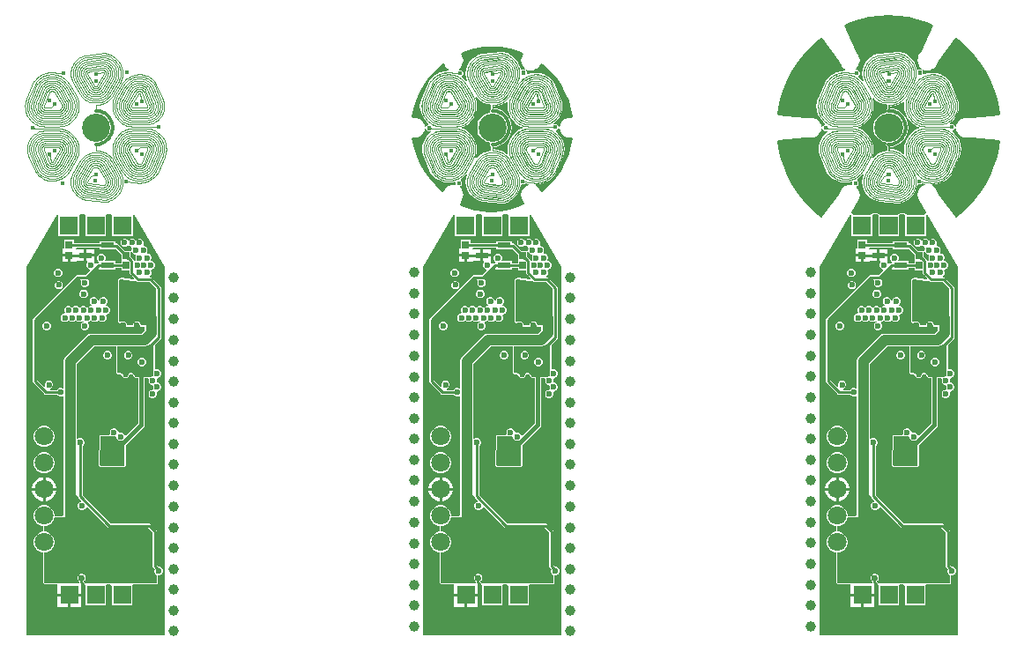
<source format=gbl>
%FSTAX23Y23*%
%MOIN*%
%SFA1B1*%

%IPPOS*%
%ADD10C,0.003937*%
%ADD11C,0.011811*%
%ADD13C,0.039370*%
%ADD14C,0.009843*%
%ADD20R,0.025591X0.027559*%
%ADD22R,0.029134X0.030709*%
%ADD34C,0.106299*%
%ADD35R,0.070866X0.070866*%
%ADD36C,0.015748*%
%ADD37C,0.039370*%
%ADD38C,0.019685*%
%ADD39C,0.070866*%
%ADD40C,0.023622*%
%ADD42R,0.051181X0.023622*%
%ADD43C,0.015748*%
%LNpcb4-1*%
%LPD*%
G36*
X06981Y06593D02*
X07018Y06588D01*
X07054Y0658*
X0709Y06569*
X0711Y0656*
X07112Y06556*
X07068Y0646*
X07057Y06441*
X07057Y0644*
X07057Y0644*
X07057Y0644*
X07055Y06433*
X07053Y06423*
X07055Y06414*
X07058Y06405*
X07064Y06397*
X0707Y06393*
X07067Y06388*
X07065Y06389*
X0706*
X07057Y06388*
X07053Y06389*
X07051Y0639*
X07051Y06391*
X07046Y06406*
X07039Y06421*
X07029Y06433*
X07016Y06444*
X07002Y06451*
X06986Y06456*
X0698Y06457*
X06979Y06457*
X06979Y06457*
X06978Y06457*
X0691Y06449*
X06909Y06449*
X06904Y06448*
X0689Y06444*
X06877Y06437*
X06866Y06428*
X06857Y06416*
X0685Y06403*
X06845Y06389*
X06844Y06375*
X06845Y0636*
X0685Y06346*
X06845Y06344*
X06838Y06353*
X06829Y0636*
X0683Y06366*
X0683Y06366*
X06833Y06369*
X06835Y06373*
Y06378*
X06833Y06382*
X0683Y06386*
X06826Y06388*
X06821*
X0682Y06387*
X06818Y06392*
X06824Y06397*
X0683Y06405*
X06834Y06414*
X06835Y06423*
X06836Y06423*
X06835Y06424*
X06834Y06433*
X06831Y06442*
X06831Y06442*
X06821Y0646*
X06777Y06556*
X06778Y0656*
X06799Y06569*
X06834Y0658*
X06871Y06588*
X06907Y06593*
X06944Y06595*
X06981Y06593*
G37*
G36*
X05479Y06474D02*
X05513Y06469D01*
X05546Y06459*
X0556Y06453*
X05562Y06448*
X05558Y06441*
X05558Y0644*
X05558Y0644*
X05558Y06439*
X05555Y06433*
X05554Y06423*
X05555Y06414*
X05559Y06404*
X05565Y06397*
X0557Y06393*
X05567Y06388*
X05565Y06389*
X0556*
X05557Y06388*
X05554Y06389*
X05552Y0639*
X05552Y06391*
X05547Y06406*
X05539Y06421*
X05529Y06433*
X05516Y06443*
X05502Y06451*
X05486Y06456*
X05481Y06456*
X05479Y06457*
X05479Y06457*
X05479Y06457*
X0541Y06449*
X05409Y06449*
X05405Y06448*
X0539Y06444*
X05378Y06437*
X05366Y06428*
X05357Y06416*
X0535Y06403*
X05346Y06389*
X05344Y06375*
X05346Y0636*
X0535Y06346*
X05345Y06344*
X05338Y06353*
X0533Y0636*
X0533Y06366*
X0533Y06366*
X05334Y06369*
X05335Y06373*
Y06378*
X05334Y06382*
X0533Y06386*
X05326Y06387*
X05321*
X05321Y06387*
X05318Y06392*
X05325Y06397*
X05331Y06404*
X05334Y06414*
X05336Y06423*
X05336Y06423*
X05336Y06424*
X05334Y06433*
X05331Y06442*
X05331Y06442*
X05327Y06448*
X05329Y06453*
X05343Y06459*
X05376Y06469*
X0541Y06474*
X05445Y06476*
X05479Y06474*
G37*
G36*
X07218Y06495D02*
X07245Y0647D01*
X0727Y06443*
X07293Y06413*
X07313Y06382*
X0733Y06349*
X07344Y06315*
X07355Y06279*
X07363Y06243*
X07366Y06221*
X07363Y06217*
X07258Y06207*
X07238*
X07237Y06207*
X07228Y06206*
X07219Y06202*
X07211Y06196*
X07205Y06188*
X07201Y06179*
X072Y06173*
X07195Y06173*
Y06174*
X07194Y06178*
X0719Y06181*
X07186Y06183*
X07181*
X07177Y06181*
X07176Y06181*
X07175Y06183*
X07175Y06187*
X07177Y06188*
X07188Y06197*
X07197Y06208*
X07204Y06221*
X07208Y06235*
X0721Y0625*
X07208Y06265*
X07204Y06279*
X07204Y06279*
X07204Y0628*
X07178Y0634*
X07177Y06343*
X07176Y06343*
X07176Y06343*
X07176Y06344*
X07176Y06344*
X07175Y06344*
X07168Y06353*
X07155Y06363*
X07141Y06371*
X07126Y06375*
X07109Y06377*
X07093Y06375*
X07078Y06371*
X07077Y06371*
X07074Y06374*
X07074Y06375*
Y0638*
X07072Y06384*
X07071Y06386*
X07074Y0639*
X07081Y06387*
X07091Y06386*
X07101Y06387*
X0711Y06391*
X07118Y06397*
X0712Y064*
X07121Y064*
X07122Y06401*
X07123Y06402*
X07134Y06422*
X07195Y06508*
X072Y06509*
X07218Y06495*
G37*
G36*
X05636Y06409D02*
X05662Y06386D01*
X05685Y06361*
X05705Y06333*
X05721Y06303*
X05735Y06271*
X05744Y06238*
X05749Y06211*
X05745Y06207*
X05738*
X05737Y06207*
X05728Y06206*
X05719Y06202*
X05711Y06196*
X05705Y06188*
X05702Y06179*
X05701Y06173*
X05696Y06173*
Y06173*
X05694Y06178*
X05691Y06181*
X05686Y06183*
X05682*
X05677Y06181*
X05676Y06181*
X05675Y06182*
X05675Y06186*
X05677Y06187*
X05688Y06197*
X05698Y06208*
X05704Y06221*
X05709Y06235*
X0571Y0625*
X05709Y06264*
X05704Y06279*
X05704Y06279*
X05704Y06279*
X05678Y06339*
X05677Y06342*
X05677Y06343*
X05677Y06343*
X05676Y06344*
X05676Y06344*
X05676Y06344*
X05668Y06353*
X05656Y06363*
X05641Y06371*
X05626Y06375*
X0561Y06377*
X05594Y06375*
X05578Y06371*
X05578Y06371*
X05574Y06374*
X05575Y06375*
Y0638*
X05573Y06384*
X05571Y06386*
X05574Y0639*
X05582Y06387*
X05591Y06386*
X05601Y06387*
X0561Y06391*
X05618Y06397*
X05621Y064*
X05621Y064*
X05622Y06401*
X05623Y06402*
X05628Y06411*
X05633Y06412*
X05636Y06409*
G37*
G36*
X06694Y06508D02*
X06755Y06422D01*
X06765Y06404*
X06765Y06404*
X06766Y06404*
X06766Y06403*
X06766Y06403*
X06771Y06397*
X06779Y06391*
X06781Y0639*
X0678Y06385*
X06779Y06385*
X06762Y06383*
X06745Y06378*
X06729Y0637*
X06715Y06358*
X06708Y0635*
X06707Y06349*
X06707Y06349*
X06707Y06348*
X06706Y06347*
X06705Y06347*
X06705*
X06678Y06283*
Y06283*
X06678Y06283*
Y06283*
X06678Y06282*
X06677Y06282*
X06673Y06266*
X06671Y0625*
X06673Y06234*
X06677Y06218*
X06685Y06204*
X06695Y06191*
X06704Y06184*
X06703Y06182*
X06702Y06179*
X06698Y06178*
X06695Y06174*
X06689Y06173*
X06688Y06174*
X06688Y06179*
X06684Y06188*
X06678Y06196*
X0667Y06202*
X06661Y06206*
X06652Y06207*
X06651Y06207*
X06631*
X06526Y06217*
X06523Y06221*
X06526Y06243*
X06534Y06279*
X06545Y06315*
X06559Y06349*
X06576Y06382*
X06596Y06413*
X06619Y06443*
X06644Y0647*
X06671Y06495*
X06689Y06509*
X06694Y06508*
G37*
G36*
X05262Y06411D02*
X05265Y06404D01*
X05266Y06404*
X05266Y06404*
X05266Y06403*
X05267Y06403*
X05271Y06397*
X05279Y06391*
X05281Y0639*
X0528Y06385*
X0528Y06385*
X05262Y06383*
X05245Y06378*
X05229Y0637*
X05215Y06358*
X05208Y06349*
X05207Y06349*
X05207Y06348*
X05207Y06348*
X05206Y06347*
X05206Y06346*
X05178Y06283*
Y06282*
X05178Y06282*
Y06282*
X05178Y06282*
X05178Y06282*
X05173Y06266*
X05171Y0625*
X05173Y06234*
X05178Y06218*
X05185Y06204*
X05196Y06191*
X05204Y06184*
X05203Y06182*
X05202Y06179*
X05199Y06178*
X05195Y06174*
X0519Y06173*
X05188Y06174*
X05188Y06179*
X05184Y06188*
X05178Y06196*
X0517Y06202*
X05161Y06206*
X05152Y06207*
X05151Y06207*
X05144*
X05141Y06211*
X05145Y06238*
X05155Y06271*
X05168Y06303*
X05185Y06333*
X05205Y06361*
X05228Y06386*
X05253Y06409*
X05257Y06412*
X05262Y06411*
G37*
G36*
X06999Y06269D02*
X07003Y06266D01*
X07002Y06252*
X07003Y06236*
X07008Y06221*
X07014Y0621*
X07014Y0621*
X07015Y06207*
X07016Y06205*
X07016Y06205*
X07017Y06205*
X07018Y06203*
X07028Y0619*
X0704Y06181*
X07054Y06173*
X07058Y06172*
Y06167*
X07054Y06166*
X0704Y06158*
X07028Y06148*
X07018Y06136*
X07017Y06133*
X07016Y06133*
X07016Y06133*
X07015Y06132*
X07014Y06129*
X07014Y06129*
X07008Y06117*
X07003Y06102*
X07002Y06087*
X07003Y06073*
X06999Y0607*
X06999Y0607*
X06992Y06076*
X06978Y06083*
X06963Y06088*
X06951Y06089*
Y06096*
X06959Y06097*
X06973Y06101*
X06985Y06108*
X06997Y06117*
X07006Y06128*
X07013Y06141*
X07017Y06155*
X07018Y06169*
X07017Y06184*
X07013Y06198*
X07006Y06211*
X06997Y06222*
X06985Y06231*
X06973Y06238*
X06959Y06242*
X06951Y06243*
Y0625*
X06963Y06251*
X06978Y06256*
X06992Y06263*
X06999Y06269*
X06999Y06269*
G37*
G36*
X05499Y06268D02*
X05503Y06266D01*
X05502Y06252*
X05504Y06236*
X05508Y06221*
X05514Y0621*
X05514Y06209*
X05516Y06207*
X05517Y06205*
X05517Y06205*
X05517Y06205*
X05518Y06202*
X05528Y0619*
X0554Y0618*
X05554Y06173*
X05558Y06172*
Y06167*
X05554Y06166*
X0554Y06158*
X05528Y06148*
X05518Y06136*
X05517Y06133*
X05517Y06133*
X05517Y06133*
X05516Y06132*
X05514Y06129*
X05514Y06129*
X05508Y06117*
X05504Y06102*
X05502Y06087*
X05503Y06073*
X05499Y0607*
X05499Y0607*
X05492Y06076*
X05478Y06083*
X05463Y06087*
X05451Y06089*
Y06096*
X05459Y06097*
X05473Y06101*
X05486Y06108*
X05497Y06117*
X05506Y06128*
X05513Y06141*
X05517Y06155*
X05519Y06169*
X05517Y06184*
X05513Y06198*
X05506Y0621*
X05497Y06222*
X05486Y06231*
X05473Y06238*
X05459Y06242*
X05451Y06243*
Y0625*
X05463Y06251*
X05478Y06256*
X05492Y06263*
X05499Y06269*
X05499Y06268*
G37*
G36*
X06891Y06279D02*
X06901Y0627D01*
X06914Y06263*
X06927Y06259*
X06934Y06258*
X06938Y06256*
Y06241*
X06937Y0624*
X06935Y06237*
X06934Y06233*
X06935Y06231*
X06935Y06229*
X06932Y06225*
X06922Y06223*
X06909Y06215*
X06899Y06204*
X06891Y06191*
X06887Y06177*
Y06162*
X06891Y06147*
X06899Y06134*
X06909Y06124*
X06922Y06116*
X06932Y06114*
X06935Y06109*
X06935Y06108*
X06934Y06106*
X06935Y06102*
X06937Y06099*
X06938Y06098*
Y06083*
X06937Y06081*
X06927Y0608*
X06914Y06076*
X06901Y06069*
X06891Y0606*
X06885Y06054*
X06881Y06056*
X06885Y06071*
X06887Y06087*
X06885Y06102*
X06881Y06117*
X06875Y06129*
X06875Y06129*
X06874Y06132*
X06872Y06133*
X06872Y06133*
X06872Y06133*
X06871Y06136*
X06861Y06148*
X06849Y06158*
X06835Y06166*
X06831Y06167*
Y06172*
X06835Y06173*
X06849Y06181*
X06861Y0619*
X06871Y06203*
X06872Y06205*
X06872Y06205*
X06872Y06205*
X06874Y06207*
X06875Y0621*
X06875Y0621*
X06881Y06221*
X06885Y06236*
X06887Y06252*
X06885Y06268*
X06883Y06276*
X06887Y06281*
X06888Y06281*
X06891Y06279*
G37*
G36*
X05391Y06279D02*
X05402Y0627D01*
X05414Y06263*
X05428Y06259*
X05434Y06258*
X05438Y06256*
Y06241*
X05438Y0624*
X05435Y06237*
X05435Y06233*
X05435Y06231*
X05435Y06229*
X05432Y06225*
X05423Y06222*
X0541Y06215*
X05399Y06204*
X05391Y06191*
X05388Y06177*
Y06162*
X05391Y06147*
X05399Y06134*
X0541Y06124*
X05423Y06116*
X05432Y06114*
X05435Y06109*
X05435Y06108*
X05435Y06105*
X05435Y06102*
X05438Y06098*
X05438Y06098*
Y06083*
X05437Y06081*
X05428Y0608*
X05414Y06076*
X05402Y06069*
X05391Y0606*
X05386Y06054*
X05381Y06056*
X05386Y06071*
X05387Y06087*
X05386Y06102*
X05381Y06117*
X05375Y06129*
X05375Y06129*
X05374Y06132*
X05373Y06133*
X05373Y06133*
X05372Y06133*
X05371Y06136*
X05361Y06148*
X05349Y06158*
X05335Y06166*
X05331Y06167*
Y06172*
X05335Y06173*
X05349Y0618*
X05361Y0619*
X05371Y06202*
X05372Y06205*
X05373Y06205*
X05373Y06205*
X05374Y06207*
X05375Y06209*
X05375Y0621*
X05381Y06221*
X05386Y06236*
X05387Y06252*
X05386Y06268*
X05381Y06283*
X05386Y06285*
X05391Y06279*
G37*
G36*
X07201Y06165D02*
X07201Y0616D01*
X07205Y06151*
X07211Y06143*
X07219Y06137*
X07228Y06133*
X07237Y06132*
X07238Y06132*
X07258*
X07363Y06122*
X07366Y06118*
X07363Y06096*
X07355Y06059*
X07344Y06024*
X0733Y0599*
X07313Y05957*
X07293Y05926*
X0727Y05896*
X07245Y05869*
X07218Y05844*
X07216Y05843*
X07215Y05842*
X07215Y05842*
X072Y0583*
X07195Y05831*
X07134Y05917*
X07124Y05934*
X07123Y05935*
X07118Y05942*
X0711Y05948*
X07108Y05949*
X07109Y05954*
X07109Y05954*
X07127Y05956*
X07144Y05961*
X0716Y05969*
X07174Y0598*
X07181Y05989*
X07182Y0599*
X07182Y0599*
X07182Y05991*
X07183Y05991*
X07183Y05992*
X07211Y06056*
Y06056*
X07211Y06056*
Y06056*
X07211Y06057*
X07212Y06057*
X07216Y06073*
X07218Y06089*
X07216Y06105*
X07212Y06121*
X07204Y06135*
X07194Y06147*
X07185Y06154*
X07186Y06157*
X07187Y0616*
X0719Y06161*
X07194Y06165*
X07199Y06165*
X07201Y06165*
G37*
G36*
X05701Y06164D02*
X05702Y0616D01*
X05705Y0615*
X05711Y06143*
X05719Y06137*
X05728Y06133*
X05737Y06132*
X05738Y06131*
X05745*
X05749Y06128*
X05744Y06101*
X05735Y06068*
X05721Y06036*
X05705Y06006*
X05685Y05978*
X05662Y05952*
X05641Y05933*
X0564Y05933*
X0564Y05933*
X05636Y05929*
X05633Y05927*
X05628Y05928*
X05624Y05934*
X05624Y05935*
X05623Y05935*
X05623Y05936*
X05623Y05936*
X05618Y05942*
X0561Y05948*
X05608Y05949*
X05609Y05954*
X0561Y05954*
X05627Y05955*
X05644Y05961*
X0566Y05969*
X05674Y0598*
X05681Y05989*
X05682Y0599*
X05682Y0599*
X05683Y0599*
X05683Y05991*
X05684Y05992*
X05711Y06056*
Y06056*
X05712Y06056*
Y06056*
X05712Y06056*
X05712Y06057*
X05717Y06073*
X05718Y06089*
X05717Y06105*
X05712Y0612*
X05704Y06135*
X05694Y06147*
X05685Y06154*
X05686Y06157*
X05687Y0616*
X05691Y06161*
X05694Y06164*
X057Y06165*
X05701Y06164*
G37*
G36*
X06693Y06165D02*
Y06165D01*
X06695Y06161*
X06698Y06158*
X06703Y06156*
X06708*
X06712Y06158*
X06712Y06158*
X06714Y06158*
X06714Y06152*
X06712Y06151*
X06701Y06142*
X06692Y06131*
X06685Y06118*
X0668Y06103*
X06679Y06089*
X0668Y06074*
X06685Y0606*
X06685Y0606*
X06685Y06059*
X06711Y05999*
X06712Y05996*
X06712Y05996*
X06712Y05996*
X06713Y05995*
X06713Y05995*
X06713Y05995*
X06721Y05986*
X06733Y05976*
X06748Y05968*
X06763Y05963*
X06779Y05962*
X06796Y05963*
X06803Y05966*
X06806Y05964*
X06807Y05962*
Y05958*
X06807Y05957*
X06804Y05952*
X06798Y05953*
X06788Y05952*
X06779Y05948*
X06771Y05942*
X06766Y05936*
X06766Y05936*
X06766Y05935*
X06765Y05935*
X06765Y05934*
X06755Y05917*
X06694Y05831*
X06689Y0583*
X06677Y05839*
X06674Y05842*
X06674Y05842*
X06674Y05842*
X06673Y05842*
X06669Y05845*
X06644Y05869*
X06619Y05896*
X06596Y05926*
X06576Y05957*
X06559Y0599*
X06545Y06024*
X06534Y06059*
X06526Y06096*
X06523Y06118*
X06526Y06122*
X06631Y06132*
X06651*
X06652Y06132*
X06661Y06133*
X0667Y06137*
X06678Y06143*
X06684Y06151*
X06688Y0616*
X06688Y06166*
X06693Y06165*
G37*
G36*
X05194Y06165D02*
Y06165D01*
X05195Y06161*
X05199Y06157*
X05203Y06156*
X05208*
X05212Y06157*
X05213Y06158*
X05214Y06158*
X05214Y06152*
X05213Y06151*
X05201Y06142*
X05192Y0613*
X05185Y06117*
X05181Y06103*
X05179Y06089*
X05181Y06074*
X05185Y0606*
X05185Y0606*
X05185Y06059*
X05211Y05999*
X05212Y05996*
X05213Y05996*
X05213Y05996*
X05213Y05995*
X05214Y05995*
X05214Y05995*
X05221Y05986*
X05234Y05976*
X05248Y05968*
X05263Y05963*
X0528Y05962*
X05296Y05963*
X05303Y05966*
X05306Y05963*
X05307Y05962*
Y05957*
X05308Y05957*
X05304Y05952*
X05298Y05953*
X05288Y05952*
X05279Y05948*
X05271Y05942*
X05267Y05936*
X05266Y05936*
X05266Y05935*
X05266Y05935*
X05265Y05934*
X05262Y05928*
X05257Y05927*
X05253Y05929*
X0525Y05933*
X05249Y05933*
X05249Y05933*
X05228Y05952*
X05205Y05978*
X05185Y06006*
X05168Y06036*
X05155Y06068*
X05145Y06101*
X05141Y06128*
X05144Y06131*
X05151*
X05152Y06132*
X05161Y06133*
X0517Y06137*
X05178Y06143*
X05184Y0615*
X05188Y0616*
X05189Y06166*
X05194Y06165*
G37*
G36*
X0535Y05993D02*
X05346Y05979D01*
X05344Y05964*
X05346Y05949*
X0535Y05935*
X05357Y05922*
X05366Y05911*
X05378Y05902*
X0539Y05895*
X05405Y0589*
X05409Y0589*
X0541Y05889*
X05479Y05882*
X05479Y05882*
X05479Y05882*
X05481Y05882*
X05486Y05883*
X05502Y05887*
X05516Y05895*
X05529Y05905*
X05539Y05918*
X05547Y05932*
X05552Y05948*
X05552Y05953*
X05557Y05956*
X05559Y05955*
X05564*
X05568Y05957*
X0557Y05959*
X05584Y05957*
X05584Y05952*
X05582Y05952*
X05572Y05948*
X05565Y05942*
X05559Y05934*
X05555Y05925*
X05554Y05915*
X05555Y05905*
X05558Y05897*
X05559Y05896*
X05566Y05883*
X05564Y05878*
X05542Y05869*
X05511Y0586*
X05479Y05853*
X05446Y0585*
X0543*
X05413Y05851*
X05379Y05857*
X05347Y05866*
X05323Y05876*
X05322Y0588*
X05331Y05896*
X05331Y05897*
X05334Y05905*
X05336Y05915*
X05336Y05915*
X05336Y05916*
X05334Y05925*
X05331Y05934*
X05325Y05942*
X05323Y05943*
X05324Y05949*
X05326Y0595*
X05329Y05953*
X05331Y05957*
Y05962*
X05329Y05966*
X05326Y0597*
X05326Y0597*
X05325Y05975*
X05326Y05976*
X05338Y05986*
X05345Y05995*
X0535Y05993*
G37*
G36*
X0685Y05993D02*
X06845Y05979D01*
X06844Y05964*
X06845Y0595*
X0685Y05935*
X06857Y05922*
X06866Y05911*
X06877Y05902*
X0689Y05895*
X06904Y05891*
X06909Y0589*
X0691Y0589*
X06978Y05882*
X06979Y05882*
X06979Y05882*
X0698Y05882*
X06986Y05883*
X07002Y05888*
X07016Y05895*
X07029Y05906*
X07039Y05918*
X07046Y05932*
X07051Y05948*
X07052Y05953*
X07057Y05956*
X07059Y05955*
X07063*
X07068Y05957*
X0707Y05959*
X07083Y05957*
X07083Y05952*
X07081Y05952*
X07072Y05948*
X07064Y05942*
X07058Y05934*
X07055Y05925*
X07053Y05915*
X07055Y05906*
X07058Y05897*
X07058Y05896*
X07085Y05849*
X07083Y05843*
X07083Y05843*
X07083Y05842*
X07082Y05842*
X07082Y05841*
X07081Y05841*
X07076Y05839*
X07015*
X0701Y05841*
X0701Y05841*
X07009Y05842*
X07008Y05842*
X07008Y05843*
X07004Y05845*
X07003Y05845*
X07002Y05845*
X06988*
X06987Y05845*
X06986Y05845*
X06982Y05843*
X06981Y05842*
X06981Y05842*
X0698Y05841*
X0698Y05841*
X06975Y05839*
X06914*
X06909Y05841*
X06908Y05841*
X06908Y05842*
X06907Y05842*
X06907Y05843*
X06903Y05845*
X06902Y05845*
X06901Y05845*
X06887*
X06886Y05845*
X06885Y05845*
X06881Y05843*
X0688Y05842*
X0688Y05842*
X06879Y05841*
X06879Y05841*
X06874Y05839*
X06813*
X06808Y05841*
X06807Y05841*
X06807Y05842*
X06806Y05842*
X06806Y05843*
X06805Y05843*
X06803Y05849*
X06831Y05896*
X06831Y05897*
X06831Y05897*
X06831Y05898*
X06832Y05899*
X06834Y05906*
X06835Y05913*
X06835Y05914*
X06835Y05914*
X06835Y05915*
X06836Y05915*
X06835Y05916*
X06834Y05925*
X0683Y05934*
X06824Y05942*
X06823Y05943*
X06824Y05949*
X06826Y0595*
X06829Y05953*
X06831Y05958*
Y05962*
X06829Y05967*
X06826Y0597*
X06825Y0597*
X06825Y05976*
X06825Y05976*
X06838Y05986*
X06845Y05995*
X0685Y05993*
G37*
G36*
X07205Y05643D02*
Y04249D01*
X06684*
Y05643*
X06799Y05841*
X068*
X06804Y05839*
Y05836*
Y0576*
X06883*
Y05836*
Y05839*
X06887Y05841*
X06901*
X06905Y05839*
Y05836*
Y0576*
X06984*
Y05836*
Y05839*
X06988Y05841*
X07002*
X07006Y05839*
Y05836*
Y0576*
X07085*
Y05836*
Y05839*
X07089Y05841*
X0709*
X07205Y05643*
G37*
G36*
X05705D02*
Y04249D01*
X05184*
Y05643*
X05299Y05841*
X053*
X05304Y05839*
Y05836*
Y0576*
X05383*
Y05836*
Y05839*
X05387Y05841*
X05401*
X05405Y05839*
Y05836*
Y0576*
X05484*
Y05836*
Y05839*
X05488Y05841*
X05502*
X05506Y05839*
Y05836*
Y0576*
X05585*
Y05836*
Y05839*
X05589Y05841*
X0559*
X05705Y05643*
G37*
G36*
X04205D02*
Y04249D01*
X03684*
Y05643*
X03799Y05841*
X038*
X03804Y05839*
Y05836*
Y0576*
X03883*
Y05836*
Y05839*
X03887Y05841*
X03901*
X03905Y05839*
Y05836*
Y0576*
X03984*
Y05836*
Y05839*
X03988Y05841*
X04002*
X04006Y05839*
Y05836*
Y0576*
X04085*
Y05836*
Y05839*
X04089Y05841*
X0409*
X04205Y05643*
G37*
%LNpcb4-2*%
%LPC*%
G36*
X07114Y0575D02*
X07108D01*
X07102Y05747*
X071Y05745*
X07097Y05743*
X07094Y05745*
X07092Y05747*
X07086Y0575*
X0708*
X07074Y05747*
X07072Y05745*
X07069Y05743*
X07065Y05745*
X07063Y05747*
X07058Y0575*
X07051*
X07046Y05747*
X07041Y05743*
X07039Y05737*
Y05731*
X07041Y05725*
X07046Y05721*
X07051Y05718*
X07058*
X07063Y05721*
X07065Y05723*
X07069Y05725*
X07072Y05723*
X07074Y05721*
X0708Y05718*
X0708*
X07081Y05717*
X07083Y05713*
X07081Y05709*
Y05702*
X07084Y05697*
X07088Y05692*
X07094Y0569*
X07094*
X07095Y05689*
X07097Y05685*
X07095Y0568*
Y05674*
X07097Y05671*
X07095Y05667*
X07094Y05666*
X07091Y05665*
X0709Y05666*
X0709Y05666*
X07089Y05669*
X07087Y05672*
X07076Y05683*
X07076Y05683*
Y05703*
X07055*
X07029Y05729*
X07026Y05731*
X07023Y05731*
X07018*
Y05739*
X06959*
Y05733*
X06862*
Y05744*
X06825*
Y05712*
X06819*
Y05692*
X06843*
Y05687*
X06848*
Y05661*
X06868*
X06872Y05664*
X06901*
Y05686*
Y05708*
X06872*
X06871Y05712*
X06873Y05715*
X06959*
Y05708*
X07018*
X07023Y0571*
X07043Y0569*
Y0567*
Y05667*
Y05665*
Y05657*
X07018*
Y05664*
X06983*
X0698Y05669*
X06982Y05673*
Y0568*
X06979Y05685*
X06975Y0569*
X06969Y05692*
X06963*
X06957Y0569*
X06952Y05685*
X0695Y0568*
Y05673*
X06952Y05667*
X06957Y05663*
Y05663*
X06956Y05658*
X06955*
X06952Y05657*
X06949Y05655*
X06947Y05654*
X06941Y05655*
X06941Y05656*
X0694Y05659*
X06939Y05659*
X06939Y0566*
X06941Y05664*
X06941*
Y05681*
X06911*
Y05664*
X06912*
X06914Y05659*
X06913Y05659*
X06911Y05653*
Y05647*
X06913Y05641*
X06917Y05636*
X06921Y05635*
X06923Y05629*
X06905Y05612*
X06876*
X06873Y05611*
X0687Y05609*
X06708Y05447*
X06706Y05444*
X06705Y05441*
Y0521*
X06706Y05207*
X06708Y05204*
X0675Y05162*
X06753Y0516*
X06757Y05159*
X06799*
X06804Y05155*
X0681Y05153*
X06816*
X06819Y05154*
X06824Y05151*
Y04775*
Y04704*
X06819Y04699*
X06789*
Y04707*
X06786Y04717*
X06781Y04726*
X06774Y04733*
X06765Y04738*
X06755Y04741*
X06744*
X06734Y04738*
X06725Y04733*
X06718Y04726*
X06713Y04717*
X0671Y04707*
Y04696*
X06713Y04686*
X06718Y04677*
X06725Y0467*
X06734Y04665*
X06744Y04662*
X06745*
Y04641*
X06744*
X06734Y04638*
X06725Y04633*
X06718Y04626*
X06713Y04617*
X0671Y04607*
Y04596*
X06713Y04586*
X06718Y04577*
X06725Y0457*
X06734Y04565*
X06744Y04562*
X06745*
Y0449*
Y04452*
X06746Y04451*
Y0445*
X06746Y04449*
X06747Y04448*
X06747Y04447*
X06751Y04444*
X06751Y04443*
X06752Y04443*
X06753Y04442*
X06754Y04442*
X06754*
X06755Y04442*
X06799*
Y04406*
X0689*
Y04446*
X06888Y04447*
X06887Y0445*
X06887Y04451*
X06887Y04451*
X06887Y04451*
X06887Y04452*
X06886Y04452*
X06886Y04453*
X06886Y04453*
X06886Y04453*
X06886Y04454*
X06886Y04455*
X06885Y04455*
X06885Y04455*
X06885Y04455*
X06885Y04456*
X06882Y04459*
X0688Y04463*
Y04468*
X06882Y04472*
X06885Y04475*
X06889Y04477*
X06894*
X06898Y04475*
X06901Y04472*
X06903Y04468*
Y04463*
X06901Y04459*
X06898Y04457*
X06898Y04455*
X06897Y04454*
X06897Y04451*
X06897Y0445*
X06897Y0445*
X06898Y04449*
X06898Y04447*
X06898Y04447*
X06898Y04447*
X06902Y04444*
X06902Y04443*
X06904Y04441*
X06905Y04438*
X06905Y04437*
X06905Y04437*
Y04361*
X06984*
Y04437*
Y0444*
X06988Y04442*
X07001*
X07005Y04437*
Y04361*
X07084*
Y04437*
Y0444*
X07088Y04442*
X07175*
X07176*
X07177Y04442*
X07178Y04442*
X07178Y04443*
X07179Y04443*
X07179Y04443*
X07179Y04443*
X0718Y04444*
X0718Y04444*
X0718Y04445*
X07181Y04445*
Y04445*
X07181Y04446*
X07181Y04446*
X07181Y04446*
X07181Y04447*
Y04476*
X07186*
X07192Y04478*
X07196Y04483*
X07198Y04489*
Y04495*
X07196Y04501*
X07192Y04505*
X07186Y04508*
X07183*
X07177Y04514*
Y04643*
X07176Y04647*
X07174Y0465*
X07154Y0467*
X07151Y04672*
X07148Y04672*
X07001*
X06895Y04778*
Y04965*
X069Y04969*
X06902Y04975*
Y04981*
X069Y04987*
X06895Y04992*
X0689Y04994*
X06883*
X06877Y04992*
X06877Y04991*
X06872Y04993*
Y05276*
X06938Y05342*
X07022*
Y05244*
X07022Y05244*
X07022Y05244*
Y05244*
X07022Y05244*
X07022Y05243*
Y05243*
X07022Y05243*
X07023Y05242*
X07023Y05242*
X07023Y05242*
X07023Y05242*
X07023Y05242*
X07023Y05241*
X07023Y05241*
X07024Y0524*
X07024Y0524*
X07024Y0524*
X07024Y0524*
X07024Y0524*
X07024Y0524*
X07028Y05237*
X07029Y05237*
X07029Y05237*
X07029*
X07029Y05237*
X07029Y05237*
X0703Y05237*
X0703*
X07031Y05236*
X07031*
X07031Y05236*
X07031Y05237*
X07032Y05236*
X07033Y05236*
X07033Y05237*
X07033*
X07033*
X07033Y05237*
X07033*
X07034Y05237*
X07038*
X07041Y05235*
X07044Y05233*
X07045Y05229*
Y05228*
X07046Y05227*
Y05227*
X07046Y05226*
X07047Y05225*
X07047Y05225*
X07047Y05225*
X07047Y05225*
X07048Y05224*
X07048Y05224*
X07048Y05224*
X07048Y05224*
X07049Y05223*
X0705*
X07051Y05223*
X07065*
X07065Y05223*
X07066*
X07067Y05224*
X07067Y05224*
X07068Y05224*
X07068Y05225*
X07068Y05225*
X07068Y05225*
X07069Y05225*
X07069Y05226*
X07069Y05226*
X07069Y05227*
Y05227*
X0707Y05228*
Y05229*
X07071Y05233*
X07074Y05235*
X07077Y05237*
X07081*
X07085Y05235*
X07087Y05233*
X07089Y05229*
Y05228*
X07089Y05227*
Y05227*
X07089Y05226*
X0709Y05225*
X0709Y05225*
X0709Y05225*
X07091Y05225*
X07091Y05224*
X07091Y05224*
X07092Y05224*
X07092Y05224*
X07092Y05223*
X07093*
X07094Y05223*
X07105*
Y0505*
X07059Y05004*
X07054Y05006*
X07052Y05009*
X07048Y05013*
X07042Y05016*
X07036*
X07035Y05015*
X0703Y05019*
Y0502*
X07027Y05025*
X07023Y0503*
X07017Y05032*
X07011*
X07005Y0503*
X07Y05025*
X06998Y0502*
Y05013*
X06999Y05011*
X06996Y05006*
X06963*
X06962Y05005*
X0696Y05005*
X0696Y05004*
X0696Y05004*
X06959Y05003*
X06959Y05002*
X06957Y04892*
X06957Y04892*
X06957Y04892*
X06958Y0489*
X06958Y04889*
X06958Y04889*
X06958Y04889*
X06962Y04885*
X06962Y04885*
X06962Y04885*
X06963Y04885*
X06965Y04884*
X06965Y04884*
X06965Y04884*
X0705Y04884*
X0705Y04884*
X0705Y04884*
X07052Y04884*
X07053Y04885*
X07053Y04885*
X07053*
X07057Y04888*
X07057Y04888*
X07057Y04888*
X07058Y0489*
X07058Y04891*
Y04891*
Y04891*
Y04969*
X07126Y05036*
X07128Y0504*
X07129Y05045*
Y05223*
X07142*
X07146Y05218*
X07145Y05216*
Y0521*
X07147Y05204*
X07151Y05199*
X07157Y05197*
X07159*
X07162Y05192*
X07162Y05191*
Y05185*
X07163Y05182*
X07159Y05177*
X07157*
X07151Y05175*
X07147Y0517*
X07145Y05165*
Y05158*
X07147Y05153*
X07151Y05148*
X07157Y05146*
X07163*
X07169Y05148*
X07174Y05153*
X07176Y05158*
Y05165*
X07175Y05167*
X07178Y05172*
X0718*
X07186Y05175*
X07191Y05179*
X07193Y05185*
Y05191*
X07191Y05197*
X07186Y05201*
X0718Y05204*
X07179*
X07176Y05209*
X07176Y0521*
Y05216*
X07175Y05218*
X07178Y05223*
X0718*
X07186Y05226*
X07191Y0523*
X07193Y05236*
Y05242*
X07191Y05248*
X07186Y05253*
X0718Y05255*
X07174*
X07173Y05254*
X07168Y05258*
Y05346*
X0719Y05368*
X07192Y05371*
X07193Y05375*
Y05562*
X07192Y05566*
X0719Y05569*
X07159Y056*
X07156Y05602*
X07153Y05603*
X0715*
X07149Y05605*
X07149Y05608*
X07153Y05612*
X07155Y05617*
Y05624*
X07153Y05628*
X07155Y05632*
X07156Y05633*
X07157*
X07163Y05636*
X07167Y0564*
X07169Y05646*
Y05652*
X07167Y05658*
X07163Y05662*
X07157Y05665*
X07156*
X07155Y05666*
X07153Y0567*
X07155Y05674*
Y0568*
X07153Y05686*
X07148Y05691*
X07143Y05693*
X07142*
X07141Y05694*
X07139Y05698*
X07141Y05702*
Y05709*
X07139Y05715*
X07134Y05719*
X07128Y05721*
X07128*
X07127Y05723*
X07125Y05726*
X07127Y05731*
Y05737*
X07124Y05743*
X0712Y05747*
X07114Y0575*
G37*
G36*
X06911Y05708D02*
Y05691D01*
X06941*
Y05708*
X06911*
G37*
G36*
X06838Y05682D02*
X06819D01*
Y05661*
X06838*
Y05682*
G37*
G36*
X06806Y05635D02*
X068D01*
X06794Y05633*
X06789Y05628*
X06787Y05623*
Y05616*
X06789Y05611*
X06794Y05606*
X068Y05604*
X06806*
X06812Y05606*
X06816Y05611*
X06818Y05616*
Y05623*
X06816Y05628*
X06812Y05633*
X06806Y05635*
G37*
G36*
X06808Y05589D02*
X06802D01*
X06796Y05587*
X06792Y05583*
X06789Y05577*
Y0557*
X06792Y05565*
X06796Y0556*
X06802Y05558*
X06808*
X06814Y0556*
X06818Y05565*
X06821Y0557*
Y05577*
X06818Y05583*
X06814Y05587*
X06808Y05589*
G37*
G36*
X06992Y05324D02*
X06986D01*
X0698Y05322*
X06976Y05317*
X06973Y05312*
Y05305*
X06976Y053*
X0698Y05295*
X06986Y05293*
X06992*
X06998Y05295*
X07003Y053*
X07005Y05305*
Y05312*
X07003Y05317*
X06998Y05322*
X06992Y05324*
G37*
G36*
X06755Y05041D02*
X06744D01*
X06734Y05038*
X06725Y05033*
X06718Y05026*
X06713Y05017*
X0671Y05007*
Y04996*
X06713Y04986*
X06718Y04977*
X06725Y0497*
X06734Y04965*
X06744Y04962*
X06755*
X06765Y04965*
X06774Y0497*
X06781Y04977*
X06786Y04986*
X06789Y04996*
Y05007*
X06786Y05017*
X06781Y05026*
X06774Y05033*
X06765Y05038*
X06755Y05041*
G37*
G36*
Y04941D02*
X06744D01*
X06734Y04938*
X06725Y04933*
X06718Y04926*
X06713Y04917*
X0671Y04907*
Y04896*
X06713Y04886*
X06718Y04877*
X06725Y0487*
X06734Y04865*
X06744Y04862*
X06755*
X06765Y04865*
X06774Y0487*
X06781Y04877*
X06786Y04886*
X06789Y04896*
Y04907*
X06786Y04917*
X06781Y04926*
X06774Y04933*
X06765Y04938*
X06755Y04941*
G37*
G36*
X06756Y04847D02*
X06755D01*
Y04806*
X06795*
Y04807*
X06792Y04819*
X06786Y04829*
X06778Y04838*
X06767Y04844*
X06756Y04847*
G37*
G36*
X06745D02*
X06744D01*
X06732Y04844*
X06722Y04838*
X06713Y04829*
X06707Y04819*
X06704Y04807*
Y04806*
X06745*
Y04847*
G37*
G36*
X06795Y04796D02*
X06755D01*
Y04756*
X06756*
X06767Y04759*
X06778Y04765*
X06786Y04774*
X06792Y04784*
X06795Y04795*
Y04796*
G37*
G36*
X06745D02*
X06704D01*
Y04795*
X06707Y04784*
X06713Y04774*
X06722Y04765*
X06732Y04759*
X06744Y04756*
X06745*
Y04796*
G37*
G36*
X0689Y04396D02*
X0685D01*
Y04355*
X0689*
Y04396*
G37*
G36*
X0684D02*
X06799D01*
Y04355*
X0684*
Y04396*
G37*
G36*
X05614Y0575D02*
X05608D01*
X05602Y05747*
X056Y05745*
X05597Y05743*
X05594Y05745*
X05592Y05747*
X05586Y0575*
X0558*
X05574Y05747*
X05572Y05745*
X05569Y05743*
X05565Y05745*
X05563Y05747*
X05558Y0575*
X05551*
X05546Y05747*
X05541Y05743*
X05539Y05737*
Y05731*
X05541Y05725*
X05546Y05721*
X05551Y05718*
X05558*
X05563Y05721*
X05565Y05723*
X05569Y05725*
X05572Y05723*
X05574Y05721*
X0558Y05718*
X0558*
X05581Y05717*
X05583Y05713*
X05581Y05709*
Y05702*
X05584Y05697*
X05588Y05692*
X05594Y0569*
X05594*
X05595Y05689*
X05597Y05685*
X05595Y0568*
Y05674*
X05597Y05671*
X05595Y05667*
X05594Y05666*
X05591Y05665*
X0559Y05666*
X0559Y05666*
X05589Y05669*
X05587Y05672*
X05576Y05683*
X05576Y05683*
Y05703*
X05555*
X05529Y05729*
X05526Y05731*
X05523Y05731*
X05518*
Y05739*
X05459*
Y05733*
X05362*
Y05744*
X05325*
Y05712*
X05319*
Y05692*
X05343*
Y05687*
X05348*
Y05661*
X05368*
X05372Y05664*
X05401*
Y05686*
Y05708*
X05372*
X05371Y05712*
X05373Y05715*
X05459*
Y05708*
X05518*
X05523Y0571*
X05543Y0569*
Y0567*
Y05667*
Y05665*
Y05657*
X05518*
Y05664*
X05483*
X0548Y05669*
X05482Y05673*
Y0568*
X05479Y05685*
X05475Y0569*
X05469Y05692*
X05463*
X05457Y0569*
X05452Y05685*
X0545Y0568*
Y05673*
X05452Y05667*
X05457Y05663*
Y05663*
X05456Y05658*
X05455*
X05452Y05657*
X05449Y05655*
X05447Y05654*
X05441Y05655*
X05441Y05656*
X0544Y05659*
X05439Y05659*
X05439Y0566*
X05441Y05664*
X05441*
Y05681*
X05411*
Y05664*
X05412*
X05414Y05659*
X05413Y05659*
X05411Y05653*
Y05647*
X05413Y05641*
X05417Y05636*
X05421Y05635*
X05423Y05629*
X05405Y05612*
X05376*
X05373Y05611*
X0537Y05609*
X05208Y05447*
X05206Y05444*
X05205Y05441*
Y0521*
X05206Y05207*
X05208Y05204*
X0525Y05162*
X05253Y0516*
X05257Y05159*
X05299*
X05304Y05155*
X0531Y05153*
X05316*
X05319Y05154*
X05324Y05151*
Y04775*
Y04704*
X05319Y04699*
X05289*
Y04707*
X05286Y04717*
X05281Y04726*
X05274Y04733*
X05265Y04738*
X05255Y04741*
X05244*
X05234Y04738*
X05225Y04733*
X05218Y04726*
X05213Y04717*
X0521Y04707*
Y04696*
X05213Y04686*
X05218Y04677*
X05225Y0467*
X05234Y04665*
X05244Y04662*
X05245*
Y04641*
X05244*
X05234Y04638*
X05225Y04633*
X05218Y04626*
X05213Y04617*
X0521Y04607*
Y04596*
X05213Y04586*
X05218Y04577*
X05225Y0457*
X05234Y04565*
X05244Y04562*
X05245*
Y0449*
Y04452*
X05246Y04451*
Y0445*
X05246Y04449*
X05247Y04448*
X05247Y04447*
X05251Y04444*
X05251Y04443*
X05252Y04443*
X05253Y04442*
X05254Y04442*
X05254*
X05255Y04442*
X05299*
Y04406*
X0539*
Y04446*
X05388Y04447*
X05387Y0445*
X05387Y04451*
X05387Y04451*
X05387Y04451*
X05387Y04452*
X05386Y04452*
X05386Y04453*
X05386Y04453*
X05386Y04453*
X05386Y04454*
X05386Y04455*
X05385Y04455*
X05385Y04455*
X05385Y04455*
X05385Y04456*
X05382Y04459*
X0538Y04463*
Y04468*
X05382Y04472*
X05385Y04475*
X05389Y04477*
X05394*
X05398Y04475*
X05401Y04472*
X05403Y04468*
Y04463*
X05401Y04459*
X05398Y04457*
X05398Y04455*
X05397Y04454*
X05397Y04451*
X05397Y0445*
X05397Y0445*
X05398Y04449*
X05398Y04447*
X05398Y04447*
X05398Y04447*
X05402Y04444*
X05402Y04443*
X05404Y04441*
X05405Y04438*
X05405Y04437*
X05405Y04437*
Y04361*
X05484*
Y04437*
Y0444*
X05488Y04442*
X05501*
X05505Y04437*
Y04361*
X05584*
Y04437*
Y0444*
X05588Y04442*
X05675*
X05675*
X05676*
X05677Y04442*
X05678Y04442*
X05678Y04443*
X05679Y04443*
X05679Y04443*
X05679Y04443*
X05679*
X0568Y04444*
X0568Y04444*
X0568Y04445*
X05681Y04445*
Y04445*
X05681Y04446*
X05681Y04446*
X05681Y04446*
X05681Y04447*
Y04476*
X05686*
X05692Y04478*
X05696Y04483*
X05698Y04489*
Y04495*
X05696Y04501*
X05692Y04505*
X05686Y04508*
X05683*
X05677Y04514*
Y04643*
X05676Y04647*
X05674Y0465*
X05654Y0467*
X05651Y04672*
X05648Y04672*
X05501*
X05395Y04778*
Y04965*
X054Y04969*
X05402Y04975*
Y04981*
X054Y04987*
X05395Y04992*
X0539Y04994*
X05383*
X05377Y04992*
X05377Y04991*
X05372Y04993*
Y05276*
X05438Y05342*
X05522*
Y05244*
X05522Y05244*
X05522Y05244*
Y05244*
X05522Y05244*
X05522Y05243*
Y05243*
X05522Y05243*
X05523Y05242*
X05523Y05242*
X05523Y05242*
X05523Y05242*
X05523Y05242*
X05523Y05241*
X05523Y05241*
X05524Y0524*
X05524Y0524*
X05524Y0524*
X05524Y0524*
X05524Y0524*
X05524Y0524*
X05528Y05237*
X05529Y05237*
X05529Y05237*
X05529*
X05529Y05237*
X05529Y05237*
X0553Y05237*
X0553*
X05531Y05236*
X05531*
X05531Y05236*
X05531Y05237*
X05532Y05236*
X05533Y05236*
X05533Y05237*
X05533*
X05533*
X05533Y05237*
X05533*
X05534Y05237*
X05538*
X05541Y05235*
X05544Y05233*
X05545Y05229*
Y05228*
X05546Y05227*
Y05227*
X05546Y05226*
X05547Y05225*
X05547Y05225*
X05547Y05225*
X05547Y05225*
X05548Y05224*
X05548Y05224*
X05548Y05224*
X05548Y05224*
X05549Y05223*
X0555*
X05551Y05223*
X05565*
X05565Y05223*
X05566*
X05567Y05224*
X05567Y05224*
X05568Y05224*
X05568Y05225*
X05568Y05225*
X05568Y05225*
X05569Y05225*
X05569Y05226*
X05569Y05226*
X05569Y05227*
Y05227*
X0557Y05228*
Y05229*
X05571Y05233*
X05574Y05235*
X05577Y05237*
X05581*
X05585Y05235*
X05587Y05233*
X05589Y05229*
Y05228*
X05589Y05227*
Y05227*
X05589Y05226*
X0559Y05225*
X0559Y05225*
X0559Y05225*
X05591Y05225*
X05591Y05224*
X05591Y05224*
X05592Y05224*
X05592Y05224*
X05592Y05223*
X05593*
X05594Y05223*
X05605*
Y0505*
X05559Y05004*
X05554Y05006*
X05552Y05009*
X05548Y05013*
X05542Y05016*
X05536*
X05535Y05015*
X0553Y05019*
Y0502*
X05527Y05025*
X05523Y0503*
X05517Y05032*
X05511*
X05505Y0503*
X055Y05025*
X05498Y0502*
Y05013*
X05499Y05011*
X05496Y05006*
X05463*
X05462Y05005*
X0546Y05005*
X0546Y05004*
X0546Y05004*
X05459Y05003*
X05459Y05002*
X05457Y04892*
X05457Y04892*
X05457Y04892*
X05458Y0489*
X05458Y04889*
X05458Y04889*
X05458Y04889*
X05462Y04885*
X05462Y04885*
X05462Y04885*
X05463Y04885*
X05465Y04884*
X05465Y04884*
X05465Y04884*
X0555Y04884*
X0555Y04884*
X0555Y04884*
X05552Y04884*
X05553Y04885*
X05553Y04885*
X05553*
X05557Y04888*
X05557Y04888*
X05557Y04888*
X05558Y0489*
X05558Y04891*
Y04891*
Y04891*
Y04969*
X05626Y05036*
X05628Y0504*
X05629Y05045*
Y05223*
X05642*
X05646Y05218*
X05645Y05216*
Y0521*
X05647Y05204*
X05651Y05199*
X05657Y05197*
X05659*
X05662Y05192*
X05662Y05191*
Y05185*
X05663Y05182*
X05659Y05177*
X05657*
X05651Y05175*
X05647Y0517*
X05645Y05165*
Y05158*
X05647Y05153*
X05651Y05148*
X05657Y05146*
X05663*
X05669Y05148*
X05674Y05153*
X05676Y05158*
Y05165*
X05675Y05167*
X05678Y05172*
X0568*
X05686Y05175*
X05691Y05179*
X05693Y05185*
Y05191*
X05691Y05197*
X05686Y05201*
X0568Y05204*
X05679*
X05676Y05209*
X05676Y0521*
Y05216*
X05675Y05218*
X05678Y05223*
X0568*
X05686Y05226*
X05691Y0523*
X05693Y05236*
Y05242*
X05691Y05248*
X05686Y05253*
X0568Y05255*
X05674*
X05673Y05254*
X05668Y05258*
Y05346*
X0569Y05368*
X05692Y05371*
X05693Y05375*
Y05562*
X05692Y05566*
X0569Y05569*
X05659Y056*
X05656Y05602*
X05653Y05603*
X0565*
X05649Y05605*
X05649Y05608*
X05653Y05612*
X05655Y05617*
Y05624*
X05653Y05628*
X05655Y05632*
X05656Y05633*
X05657*
X05663Y05636*
X05667Y0564*
X05669Y05646*
Y05652*
X05667Y05658*
X05663Y05662*
X05657Y05665*
X05656*
X05655Y05666*
X05653Y0567*
X05655Y05674*
Y0568*
X05653Y05686*
X05648Y05691*
X05643Y05693*
X05642*
X05641Y05694*
X05639Y05698*
X05641Y05702*
Y05709*
X05639Y05715*
X05634Y05719*
X05628Y05721*
X05628*
X05627Y05723*
X05625Y05726*
X05627Y05731*
Y05737*
X05624Y05743*
X0562Y05747*
X05614Y0575*
G37*
G36*
X05411Y05708D02*
Y05691D01*
X05441*
Y05708*
X05411*
G37*
G36*
X05338Y05682D02*
X05319D01*
Y05661*
X05338*
Y05682*
G37*
G36*
X05306Y05635D02*
X053D01*
X05294Y05633*
X05289Y05628*
X05287Y05623*
Y05616*
X05289Y05611*
X05294Y05606*
X053Y05604*
X05306*
X05312Y05606*
X05316Y05611*
X05318Y05616*
Y05623*
X05316Y05628*
X05312Y05633*
X05306Y05635*
G37*
G36*
X05308Y05589D02*
X05302D01*
X05296Y05587*
X05292Y05583*
X05289Y05577*
Y0557*
X05292Y05565*
X05296Y0556*
X05302Y05558*
X05308*
X05314Y0556*
X05318Y05565*
X05321Y0557*
Y05577*
X05318Y05583*
X05314Y05587*
X05308Y05589*
G37*
G36*
X05492Y05324D02*
X05486D01*
X0548Y05322*
X05476Y05317*
X05473Y05312*
Y05305*
X05476Y053*
X0548Y05295*
X05486Y05293*
X05492*
X05498Y05295*
X05503Y053*
X05505Y05305*
Y05312*
X05503Y05317*
X05498Y05322*
X05492Y05324*
G37*
G36*
X05255Y05041D02*
X05244D01*
X05234Y05038*
X05225Y05033*
X05218Y05026*
X05213Y05017*
X0521Y05007*
Y04996*
X05213Y04986*
X05218Y04977*
X05225Y0497*
X05234Y04965*
X05244Y04962*
X05255*
X05265Y04965*
X05274Y0497*
X05281Y04977*
X05286Y04986*
X05289Y04996*
Y05007*
X05286Y05017*
X05281Y05026*
X05274Y05033*
X05265Y05038*
X05255Y05041*
G37*
G36*
Y04941D02*
X05244D01*
X05234Y04938*
X05225Y04933*
X05218Y04926*
X05213Y04917*
X0521Y04907*
Y04896*
X05213Y04886*
X05218Y04877*
X05225Y0487*
X05234Y04865*
X05244Y04862*
X05255*
X05265Y04865*
X05274Y0487*
X05281Y04877*
X05286Y04886*
X05289Y04896*
Y04907*
X05286Y04917*
X05281Y04926*
X05274Y04933*
X05265Y04938*
X05255Y04941*
G37*
G36*
X05256Y04847D02*
X05255D01*
Y04806*
X05295*
Y04807*
X05292Y04819*
X05286Y04829*
X05278Y04838*
X05267Y04844*
X05256Y04847*
G37*
G36*
X05245D02*
X05244D01*
X05232Y04844*
X05222Y04838*
X05213Y04829*
X05207Y04819*
X05204Y04807*
Y04806*
X05245*
Y04847*
G37*
G36*
X05295Y04796D02*
X05255D01*
Y04756*
X05256*
X05267Y04759*
X05278Y04765*
X05286Y04774*
X05292Y04784*
X05295Y04795*
Y04796*
G37*
G36*
X05245D02*
X05204D01*
Y04795*
X05207Y04784*
X05213Y04774*
X05222Y04765*
X05232Y04759*
X05244Y04756*
X05245*
Y04796*
G37*
G36*
X0539Y04396D02*
X0535D01*
Y04355*
X0539*
Y04396*
G37*
G36*
X0534D02*
X05299D01*
Y04355*
X0534*
Y04396*
G37*
G36*
X04114Y0575D02*
X04108D01*
X04102Y05747*
X041Y05745*
X04097Y05743*
X04094Y05745*
X04092Y05747*
X04086Y0575*
X0408*
X04074Y05747*
X04072Y05745*
X04069Y05743*
X04065Y05745*
X04063Y05747*
X04058Y0575*
X04051*
X04046Y05747*
X04041Y05743*
X04039Y05737*
Y05731*
X04041Y05725*
X04046Y05721*
X04051Y05718*
X04058*
X04063Y05721*
X04065Y05723*
X04069Y05725*
X04072Y05723*
X04074Y05721*
X0408Y05718*
X0408*
X04081Y05717*
X04083Y05713*
X04081Y05709*
Y05702*
X04084Y05697*
X04088Y05692*
X04094Y0569*
X04094*
X04095Y05689*
X04097Y05685*
X04095Y0568*
Y05674*
X04097Y05671*
X04095Y05667*
X04094Y05666*
X04091Y05665*
X0409Y05666*
X0409Y05666*
X04089Y05669*
X04087Y05672*
X04076Y05683*
X04076Y05683*
Y05703*
X04055*
X04029Y05729*
X04026Y05731*
X04023Y05731*
X04018*
Y05739*
X03959*
Y05733*
X03862*
Y05744*
X03825*
Y05712*
X03819*
Y05692*
X03843*
Y05687*
X03848*
Y05661*
X03868*
X03872Y05664*
X03901*
Y05686*
Y05708*
X03872*
X03871Y05712*
X03873Y05715*
X03959*
Y05708*
X04018*
X04023Y0571*
X04043Y0569*
Y0567*
Y05667*
Y05665*
Y05657*
X04018*
Y05664*
X03983*
X0398Y05669*
X03982Y05673*
Y0568*
X03979Y05685*
X03975Y0569*
X03969Y05692*
X03963*
X03957Y0569*
X03952Y05685*
X0395Y0568*
Y05673*
X03952Y05667*
X03957Y05663*
Y05663*
X03956Y05658*
X03955*
X03952Y05657*
X03949Y05655*
X03947Y05654*
X03941Y05655*
X03941Y05656*
X0394Y05659*
X03939Y05659*
X03939Y0566*
X03941Y05664*
X03941*
Y05681*
X03911*
Y05664*
X03912*
X03914Y05659*
X03913Y05659*
X03911Y05653*
Y05647*
X03913Y05641*
X03917Y05636*
X03921Y05635*
X03923Y05629*
X03905Y05612*
X03876*
X03873Y05611*
X0387Y05609*
X03708Y05447*
X03706Y05444*
X03705Y05441*
Y0521*
X03706Y05207*
X03708Y05204*
X0375Y05162*
X03753Y0516*
X03757Y05159*
X03799*
X03804Y05155*
X0381Y05153*
X03816*
X03819Y05154*
X03824Y05151*
Y04775*
Y04704*
X03819Y04699*
X03789*
Y04707*
X03786Y04717*
X03781Y04726*
X03774Y04733*
X03765Y04738*
X03755Y04741*
X03744*
X03734Y04738*
X03725Y04733*
X03718Y04726*
X03713Y04717*
X0371Y04707*
Y04696*
X03713Y04686*
X03718Y04677*
X03725Y0467*
X03734Y04665*
X03744Y04662*
X03745*
Y04641*
X03744*
X03734Y04638*
X03725Y04633*
X03718Y04626*
X03713Y04617*
X0371Y04607*
Y04596*
X03713Y04586*
X03718Y04577*
X03725Y0457*
X03734Y04565*
X03744Y04562*
X03745*
Y0449*
Y04452*
X03746Y04451*
Y0445*
X03746Y04449*
X03747Y04448*
X03747Y04447*
X03751Y04444*
X03751Y04443*
X03752Y04443*
X03753Y04442*
X03754Y04442*
X03754*
X03755Y04442*
X03799*
Y04406*
X0389*
Y04446*
X03888Y04447*
X03887Y0445*
X03887Y04451*
X03887Y04451*
X03887Y04451*
X03887Y04452*
X03886Y04452*
X03886Y04453*
X03886Y04453*
X03886Y04453*
X03886Y04454*
X03886Y04455*
X03885Y04455*
X03885Y04455*
X03885Y04455*
X03885Y04456*
X03882Y04459*
X0388Y04463*
Y04468*
X03882Y04472*
X03885Y04475*
X03889Y04477*
X03894*
X03898Y04475*
X03901Y04472*
X03903Y04468*
Y04463*
X03901Y04459*
X03898Y04457*
X03898Y04455*
X03897Y04454*
X03897Y04451*
X03897Y0445*
X03897Y0445*
X03898Y04449*
X03898Y04447*
X03898Y04447*
X03898Y04447*
X03902Y04444*
X03902Y04443*
X03904Y04441*
X03905Y04438*
X03905Y04437*
X03905Y04437*
Y04361*
X03984*
Y04437*
Y0444*
X03988Y04442*
X04001*
X04005Y04437*
Y04361*
X04084*
Y04437*
Y0444*
X04088Y04442*
X04175*
X04175*
X04176*
X04177Y04442*
X04178Y04442*
X04178Y04443*
X04179Y04443*
X04179Y04443*
X04179Y04443*
X04179*
X0418Y04444*
X0418Y04444*
X0418Y04445*
X04181Y04445*
Y04445*
X04181Y04446*
X04181Y04446*
X04181Y04446*
X04181Y04447*
Y04476*
X04186*
X04192Y04478*
X04196Y04483*
X04198Y04489*
Y04495*
X04196Y04501*
X04192Y04505*
X04186Y04508*
X04183*
X04177Y04514*
Y04643*
X04176Y04647*
X04174Y0465*
X04154Y0467*
X04151Y04672*
X04148Y04672*
X04001*
X03895Y04778*
Y04965*
X039Y04969*
X03902Y04975*
Y04981*
X039Y04987*
X03895Y04992*
X0389Y04994*
X03883*
X03877Y04992*
X03877Y04991*
X03872Y04993*
Y05276*
X03938Y05342*
X04022*
Y05244*
X04022Y05244*
X04022Y05244*
Y05244*
X04022Y05244*
X04022Y05243*
Y05243*
X04022Y05243*
X04023Y05242*
X04023Y05242*
X04023Y05242*
X04023Y05242*
X04023Y05242*
X04023Y05241*
X04023Y05241*
X04024Y0524*
X04024Y0524*
X04024Y0524*
X04024Y0524*
X04024Y0524*
X04024Y0524*
X04028Y05237*
X04029Y05237*
X04029Y05237*
X04029*
X04029Y05237*
X04029Y05237*
X0403Y05237*
X0403*
X04031Y05236*
X04031*
X04031Y05236*
X04031Y05237*
X04032Y05236*
X04033Y05236*
X04033Y05237*
X04033*
X04033*
X04033Y05237*
X04033*
X04034Y05237*
X04038*
X04041Y05235*
X04044Y05233*
X04045Y05229*
Y05228*
X04046Y05227*
Y05227*
X04046Y05226*
X04047Y05225*
X04047Y05225*
X04047Y05225*
X04047Y05225*
X04048Y05224*
X04048Y05224*
X04048Y05224*
X04048Y05224*
X04049Y05223*
X0405*
X04051Y05223*
X04065*
X04065Y05223*
X04066*
X04067Y05224*
X04067Y05224*
X04068Y05224*
X04068Y05225*
X04068Y05225*
X04068Y05225*
X04069Y05225*
X04069Y05226*
X04069Y05226*
X04069Y05227*
Y05227*
X0407Y05228*
Y05229*
X04071Y05233*
X04074Y05235*
X04077Y05237*
X04081*
X04085Y05235*
X04087Y05233*
X04089Y05229*
Y05228*
X04089Y05227*
Y05227*
X04089Y05226*
X0409Y05225*
X0409Y05225*
X0409Y05225*
X04091Y05225*
X04091Y05224*
X04091Y05224*
X04092Y05224*
X04092Y05224*
X04092Y05223*
X04093*
X04094Y05223*
X04105*
Y0505*
X04059Y05004*
X04054Y05006*
X04052Y05009*
X04048Y05013*
X04042Y05016*
X04036*
X04035Y05015*
X0403Y05019*
Y0502*
X04027Y05025*
X04023Y0503*
X04017Y05032*
X04011*
X04005Y0503*
X04Y05025*
X03998Y0502*
Y05013*
X03999Y05011*
X03996Y05006*
X03963*
X03962Y05005*
X0396Y05005*
X0396Y05004*
X0396Y05004*
X03959Y05003*
X03959Y05002*
X03957Y04892*
X03957Y04892*
X03957Y04892*
X03958Y0489*
X03958Y04889*
X03958Y04889*
X03958Y04889*
X03962Y04885*
X03962Y04885*
X03962Y04885*
X03963Y04885*
X03965Y04884*
X03965Y04884*
X03965Y04884*
X0405Y04884*
X0405Y04884*
X0405Y04884*
X04052Y04884*
X04053Y04885*
X04053Y04885*
X04053*
X04057Y04888*
X04057Y04888*
X04057Y04888*
X04058Y0489*
X04058Y04891*
Y04891*
Y04891*
Y04969*
X04126Y05036*
X04128Y0504*
X04129Y05045*
Y05223*
X04142*
X04146Y05218*
X04145Y05216*
Y0521*
X04147Y05204*
X04151Y05199*
X04157Y05197*
X04159*
X04162Y05192*
X04162Y05191*
Y05185*
X04163Y05182*
X04159Y05177*
X04157*
X04151Y05175*
X04147Y0517*
X04145Y05165*
Y05158*
X04147Y05153*
X04151Y05148*
X04157Y05146*
X04163*
X04169Y05148*
X04174Y05153*
X04176Y05158*
Y05165*
X04175Y05167*
X04178Y05172*
X0418*
X04186Y05175*
X04191Y05179*
X04193Y05185*
Y05191*
X04191Y05197*
X04186Y05201*
X0418Y05204*
X04179*
X04176Y05209*
X04176Y0521*
Y05216*
X04175Y05218*
X04178Y05223*
X0418*
X04186Y05226*
X04191Y0523*
X04193Y05236*
Y05242*
X04191Y05248*
X04186Y05253*
X0418Y05255*
X04174*
X04173Y05254*
X04168Y05258*
Y05346*
X0419Y05368*
X04192Y05371*
X04193Y05375*
Y05562*
X04192Y05566*
X0419Y05569*
X04159Y056*
X04156Y05602*
X04153Y05603*
X0415*
X04149Y05605*
X04149Y05608*
X04153Y05612*
X04155Y05617*
Y05624*
X04153Y05628*
X04155Y05632*
X04156Y05633*
X04157*
X04163Y05636*
X04167Y0564*
X04169Y05646*
Y05652*
X04167Y05658*
X04163Y05662*
X04157Y05665*
X04156*
X04155Y05666*
X04153Y0567*
X04155Y05674*
Y0568*
X04153Y05686*
X04148Y05691*
X04143Y05693*
X04142*
X04141Y05694*
X04139Y05698*
X04141Y05702*
Y05709*
X04139Y05715*
X04134Y05719*
X04128Y05721*
X04128*
X04127Y05723*
X04125Y05726*
X04127Y05731*
Y05737*
X04124Y05743*
X0412Y05747*
X04114Y0575*
G37*
G36*
X03911Y05708D02*
Y05691D01*
X03941*
Y05708*
X03911*
G37*
G36*
X03838Y05682D02*
X03819D01*
Y05661*
X03838*
Y05682*
G37*
G36*
X03806Y05635D02*
X038D01*
X03794Y05633*
X03789Y05628*
X03787Y05623*
Y05616*
X03789Y05611*
X03794Y05606*
X038Y05604*
X03806*
X03812Y05606*
X03816Y05611*
X03818Y05616*
Y05623*
X03816Y05628*
X03812Y05633*
X03806Y05635*
G37*
G36*
X03808Y05589D02*
X03802D01*
X03796Y05587*
X03792Y05583*
X03789Y05577*
Y0557*
X03792Y05565*
X03796Y0556*
X03802Y05558*
X03808*
X03814Y0556*
X03818Y05565*
X03821Y0557*
Y05577*
X03818Y05583*
X03814Y05587*
X03808Y05589*
G37*
G36*
X03992Y05324D02*
X03986D01*
X0398Y05322*
X03976Y05317*
X03973Y05312*
Y05305*
X03976Y053*
X0398Y05295*
X03986Y05293*
X03992*
X03998Y05295*
X04003Y053*
X04005Y05305*
Y05312*
X04003Y05317*
X03998Y05322*
X03992Y05324*
G37*
G36*
X03755Y05041D02*
X03744D01*
X03734Y05038*
X03725Y05033*
X03718Y05026*
X03713Y05017*
X0371Y05007*
Y04996*
X03713Y04986*
X03718Y04977*
X03725Y0497*
X03734Y04965*
X03744Y04962*
X03755*
X03765Y04965*
X03774Y0497*
X03781Y04977*
X03786Y04986*
X03789Y04996*
Y05007*
X03786Y05017*
X03781Y05026*
X03774Y05033*
X03765Y05038*
X03755Y05041*
G37*
G36*
Y04941D02*
X03744D01*
X03734Y04938*
X03725Y04933*
X03718Y04926*
X03713Y04917*
X0371Y04907*
Y04896*
X03713Y04886*
X03718Y04877*
X03725Y0487*
X03734Y04865*
X03744Y04862*
X03755*
X03765Y04865*
X03774Y0487*
X03781Y04877*
X03786Y04886*
X03789Y04896*
Y04907*
X03786Y04917*
X03781Y04926*
X03774Y04933*
X03765Y04938*
X03755Y04941*
G37*
G36*
X03756Y04847D02*
X03755D01*
Y04806*
X03795*
Y04807*
X03792Y04819*
X03786Y04829*
X03778Y04838*
X03767Y04844*
X03756Y04847*
G37*
G36*
X03745D02*
X03744D01*
X03732Y04844*
X03722Y04838*
X03713Y04829*
X03707Y04819*
X03704Y04807*
Y04806*
X03745*
Y04847*
G37*
G36*
X03795Y04796D02*
X03755D01*
Y04756*
X03756*
X03767Y04759*
X03778Y04765*
X03786Y04774*
X03792Y04784*
X03795Y04795*
Y04796*
G37*
G36*
X03745D02*
X03704D01*
Y04795*
X03707Y04784*
X03713Y04774*
X03722Y04765*
X03732Y04759*
X03744Y04756*
X03745*
Y04796*
G37*
G36*
X0389Y04396D02*
X0385D01*
Y04355*
X0389*
Y04396*
G37*
G36*
X0384D02*
X03799D01*
Y04355*
X0384*
Y04396*
G37*
%LNpcb4-3*%
%LPD*%
G36*
X07043Y0563D02*
X07072D01*
Y0562*
X07073Y05617*
X07075Y05614*
X0709Y05598*
X07088Y05594*
X07038Y05601*
X07038Y05601*
X07038Y05601*
X07037Y056*
X07035Y056*
X07035Y056*
X07035Y056*
X07031Y05596*
X07031Y05596*
X07031Y05596*
X0703Y05595*
X0703Y05593*
X0703Y05593*
X0703Y05593*
Y05436*
X0703Y05435*
Y05434*
X07031Y05433*
X07031Y05433*
X07032Y05432*
X07032Y05432*
X07037Y0543*
X07038*
X07039Y05429*
X0704Y0543*
X07041*
X07041Y0543*
X07046Y05432*
X07051*
X07055Y0543*
X07058Y05427*
X0706Y05423*
Y05421*
X07061Y05418*
X07064Y05416*
X07085*
X07088Y05418*
X07089Y05421*
Y05423*
X07091Y05427*
X07094Y0543*
X07098Y05432*
X07103*
X07107Y0543*
X0711Y05427*
X07112Y05423*
Y05421*
X07113Y05418*
X07116Y05416*
X07131*
Y05401*
X07121Y0539*
X06928*
X06919Y05388*
X06911Y05383*
X06831Y05303*
X06826Y05295*
X06824Y05286*
Y05186*
X06819Y05183*
X06816Y05184*
X0681*
X06804Y05182*
X06799Y05177*
X06774*
X06773Y05182*
X06777Y05184*
X06781Y05188*
X06784Y05194*
Y052*
X06781Y05206*
X06777Y05211*
X06771Y05213*
X06765*
X06759Y05211*
X06755Y05206*
X06752Y052*
Y05194*
X06753Y05192*
X06749Y05189*
X06724Y05214*
Y05437*
X0688Y05594*
X06887*
X0689Y05589*
X06888Y05585*
Y05579*
X06891Y05573*
X06895Y05569*
X06901Y05566*
X06907*
X06913Y05569*
X06918Y05573*
X0692Y05579*
Y05585*
X06918Y05591*
X06915Y05594*
X06915Y05596*
X06954Y05635*
X06959Y05633*
Y05633*
X07018*
Y05639*
X07043*
Y0563*
G37*
G36*
X07087Y05589D02*
X07101Y05588D01*
X07101Y05587*
X07104Y05585*
X07107Y05585*
X07149*
X07174Y05559*
Y05421*
X07117*
X07117Y05421*
X07116Y05421*
Y05424*
X07116Y05425*
X07114Y0543*
X0711Y05434*
X07104Y05436*
X07097*
X07097Y05436*
X07092Y05434*
X07087Y0543*
X07085Y05424*
Y05421*
X07085Y05421*
X07084Y05421*
X07065*
X07064Y05421*
X07064Y05421*
Y05424*
X07064Y05425*
X07062Y0543*
X07057Y05434*
X07052Y05436*
X07045*
X07039Y05434*
X07039Y05434*
X07035Y05435*
X07034Y05436*
Y05592*
X07034Y05593*
X07034Y05593*
X07034Y05593*
X07035Y05594*
X07037Y05596*
X07038Y05596*
X07038Y05596*
X07038Y05596*
X07038Y05596*
X07087Y05589*
G37*
G36*
X07163Y05356D02*
X07163Y05356D01*
X07163*
X07164Y05356*
X07164Y05355*
X07164Y05355*
Y05258*
Y05248*
X07162Y05242*
Y05236*
X07163Y05233*
X07159Y05228*
X07157*
X07155Y05227*
X07094*
X07093Y05228*
X07093Y05228*
Y0523*
X07091Y05235*
X07087Y05239*
X07082Y05241*
X07076*
X07071Y05239*
X07068Y05235*
X07065Y0523*
Y05228*
X07065Y05228*
X07065Y05227*
X07051*
X0705Y05228*
X0705Y05228*
Y0523*
X07048Y05235*
X07044Y05239*
X07039Y05241*
X07033*
X07032Y05241*
X07032Y05241*
X07031Y05241*
X07031Y05241*
X07031*
X07027Y05243*
X07027Y05243*
X07026Y05244*
X07026Y05244*
X07026Y05244*
Y05342*
X07131*
X0714Y05344*
X07148Y05349*
X07155Y05356*
X07163Y05356*
G37*
G36*
X07011Y05001D02*
X07017D01*
X07018Y05001*
X07023Y04999*
Y04997*
X07026Y04991*
X0703Y04987*
X07036Y04984*
X07042*
X07048Y04987*
X07049Y04988*
X07054Y04986*
Y04891*
X0705Y04888*
X06965Y04888*
X06961Y04892*
X06963Y05001*
X07009*
X07011Y05001*
G37*
G36*
X06878Y04772D02*
X06878Y04771D01*
X0688Y04768*
X06889Y04759*
X06888Y04753*
X06884Y04752*
X0688Y04748*
X06877Y04742*
Y04735*
X0688Y0473*
X06884Y04725*
X0689Y04723*
X06896*
X06902Y04725*
X06906Y0473*
X06908Y04733*
X06913Y04735*
X06991Y04657*
X06994Y04655*
X06997Y04654*
X07144*
X07159Y0464*
Y0451*
X0716Y04507*
X07162Y04504*
X07168Y04497*
X07167Y04495*
Y04489*
X07169Y04483*
X07174Y04478*
X07177Y04477*
Y04447*
X07177Y04447*
X07176Y04446*
X07176Y04446*
X07175*
X07001*
X06988*
X06905*
X06901Y0445*
X06901Y04454*
X06905Y04457*
X06907Y04463*
Y04469*
X06907Y0447*
X06905Y04475*
X069Y04479*
X06895Y04481*
X06888*
X06887Y04481*
X06882Y04479*
X06878Y04475*
X06876Y04469*
Y04463*
X06876Y04462*
X06878Y04457*
X06882Y04453*
X06882Y04452*
X06882Y04452*
X06882Y04452*
X06883Y04452*
X06883Y04451*
X06883Y04451*
X06882Y04449*
X06879Y04446*
X06755*
X06754Y04446*
X06754Y04447*
X06753Y04447*
X0675Y0445*
X0675Y04452*
Y0449*
Y04562*
X06755*
X06765Y04565*
X06774Y0457*
X06781Y04577*
X06786Y04586*
X06789Y04596*
Y04607*
X06786Y04617*
X06781Y04626*
X06774Y04633*
X06765Y04638*
X06755Y04641*
X0675*
Y04662*
X06755*
X06765Y04665*
X06774Y0467*
X06781Y04677*
X06786Y04686*
X06789Y04695*
X06789Y04695*
X06824*
X06827Y04696*
X06828Y04699*
Y04775*
X06866Y04784*
X06878Y04772*
G37*
G36*
X05543Y0563D02*
X05572D01*
Y0562*
X05573Y05617*
X05575Y05614*
X0559Y05598*
X05588Y05594*
X05538Y05601*
X05538Y05601*
X05538Y05601*
X05537Y056*
X05535Y056*
X05535Y056*
X05535Y056*
X05531Y05596*
X05531Y05596*
X05531Y05596*
X0553Y05595*
X0553Y05593*
X0553Y05593*
X0553Y05593*
Y05436*
X0553Y05435*
Y05434*
X05531Y05433*
X05531Y05433*
X05532Y05432*
X05532Y05432*
X05537Y0543*
X05538*
X05539Y05429*
X0554Y0543*
X05541*
X05541Y0543*
X05546Y05432*
X05551*
X05555Y0543*
X05558Y05427*
X0556Y05423*
Y05421*
X05561Y05418*
X05564Y05416*
X05585*
X05588Y05418*
X05589Y05421*
Y05423*
X05591Y05427*
X05594Y0543*
X05598Y05432*
X05603*
X05607Y0543*
X0561Y05427*
X05612Y05423*
Y05421*
X05613Y05418*
X05616Y05416*
X05631*
Y05401*
X05621Y0539*
X05428*
X05419Y05388*
X05411Y05383*
X05331Y05303*
X05326Y05295*
X05324Y05286*
Y05186*
X05319Y05183*
X05316Y05184*
X0531*
X05304Y05182*
X05299Y05177*
X05274*
X05273Y05182*
X05277Y05184*
X05281Y05188*
X05284Y05194*
Y052*
X05281Y05206*
X05277Y05211*
X05271Y05213*
X05265*
X05259Y05211*
X05255Y05206*
X05252Y052*
Y05194*
X05253Y05192*
X05249Y05189*
X05224Y05214*
Y05437*
X0538Y05594*
X05387*
X0539Y05589*
X05388Y05585*
Y05579*
X05391Y05573*
X05395Y05569*
X05401Y05566*
X05407*
X05413Y05569*
X05418Y05573*
X0542Y05579*
Y05585*
X05418Y05591*
X05415Y05594*
X05415Y05596*
X05454Y05635*
X05459Y05633*
Y05633*
X05518*
Y05639*
X05543*
Y0563*
G37*
G36*
X05587Y05589D02*
X05601Y05588D01*
X05601Y05587*
X05604Y05585*
X05607Y05585*
X05649*
X05674Y05559*
Y05421*
X05617*
X05617Y05421*
X05616Y05421*
Y05424*
X05616Y05425*
X05614Y0543*
X0561Y05434*
X05604Y05436*
X05597*
X05597Y05436*
X05592Y05434*
X05587Y0543*
X05585Y05424*
Y05421*
X05585Y05421*
X05584Y05421*
X05565*
X05564Y05421*
X05564Y05421*
Y05424*
X05564Y05425*
X05562Y0543*
X05557Y05434*
X05552Y05436*
X05545*
X05539Y05434*
X05539Y05434*
X05535Y05435*
X05534Y05436*
Y05592*
X05534Y05593*
X05534Y05593*
X05534Y05593*
X05535Y05594*
X05537Y05596*
X05538Y05596*
X05538Y05596*
X05538Y05596*
X05538Y05596*
X05587Y05589*
G37*
G36*
X05663Y05356D02*
X05663Y05356D01*
X05663*
X05664Y05356*
X05664Y05355*
X05664Y05355*
Y05258*
Y05248*
X05662Y05242*
Y05236*
X05663Y05233*
X05659Y05228*
X05657*
X05655Y05227*
X05594*
X05593Y05228*
X05593Y05228*
Y0523*
X05591Y05235*
X05587Y05239*
X05582Y05241*
X05576*
X05571Y05239*
X05568Y05235*
X05565Y0523*
Y05228*
X05565Y05228*
X05565Y05227*
X05551*
X0555Y05228*
X0555Y05228*
Y0523*
X05548Y05235*
X05544Y05239*
X05539Y05241*
X05533*
X05532Y05241*
X05532Y05241*
X05531Y05241*
X05531Y05241*
X05531*
X05527Y05243*
X05527Y05243*
X05526Y05244*
X05526Y05244*
X05526Y05244*
Y05342*
X05631*
X0564Y05344*
X05648Y05349*
X05655Y05356*
X05663Y05356*
G37*
G36*
X05511Y05001D02*
X05517D01*
X05518Y05001*
X05523Y04999*
Y04997*
X05526Y04991*
X0553Y04987*
X05536Y04984*
X05542*
X05548Y04987*
X05549Y04988*
X05554Y04986*
Y04891*
X0555Y04888*
X05465Y04888*
X05461Y04892*
X05463Y05001*
X05509*
X05511Y05001*
G37*
G36*
X05378Y04772D02*
X05378Y04771D01*
X0538Y04768*
X05389Y04759*
X05388Y04753*
X05384Y04752*
X0538Y04748*
X05377Y04742*
Y04735*
X0538Y0473*
X05384Y04725*
X0539Y04723*
X05396*
X05402Y04725*
X05406Y0473*
X05408Y04733*
X05413Y04735*
X05491Y04657*
X05494Y04655*
X05497Y04654*
X05644*
X05659Y0464*
Y0451*
X0566Y04507*
X05662Y04504*
X05668Y04497*
X05667Y04495*
Y04489*
X05669Y04483*
X05674Y04478*
X05677Y04477*
Y04447*
X05677Y04447*
X05676Y04446*
X05676Y04446*
X05675*
X05675*
X05501*
X05488*
X05405*
X05401Y0445*
X05401Y04454*
X05405Y04457*
X05407Y04463*
Y04469*
X05407Y0447*
X05405Y04475*
X054Y04479*
X05395Y04481*
X05388*
X05387Y04481*
X05382Y04479*
X05378Y04475*
X05376Y04469*
Y04463*
X05376Y04462*
X05378Y04457*
X05382Y04453*
X05382Y04452*
X05382Y04452*
X05382Y04452*
X05383Y04452*
X05383Y04451*
X05383Y04451*
X05382Y04449*
X05379Y04446*
X05255*
X05254Y04446*
X05254Y04447*
X05253Y04447*
X0525Y0445*
X0525Y04452*
Y0449*
Y04562*
X05255*
X05265Y04565*
X05274Y0457*
X05281Y04577*
X05286Y04586*
X05289Y04596*
Y04607*
X05286Y04617*
X05281Y04626*
X05274Y04633*
X05265Y04638*
X05255Y04641*
X0525*
Y04662*
X05255*
X05265Y04665*
X05274Y0467*
X05281Y04677*
X05286Y04686*
X05289Y04695*
X05289Y04695*
X05324*
X05327Y04696*
X05328Y04699*
Y04775*
X05366Y04784*
X05378Y04772*
G37*
G36*
X04043Y0563D02*
X04072D01*
Y0562*
X04073Y05617*
X04075Y05614*
X0409Y05598*
X04088Y05594*
X04038Y05601*
X04038Y05601*
X04038Y05601*
X04037Y056*
X04035Y056*
X04035Y056*
X04035Y056*
X04031Y05596*
X04031Y05596*
X04031Y05596*
X0403Y05595*
X0403Y05593*
X0403Y05593*
X0403Y05593*
Y05436*
X0403Y05435*
Y05434*
X04031Y05433*
X04031Y05433*
X04032Y05432*
X04032Y05432*
X04037Y0543*
X04038*
X04039Y05429*
X0404Y0543*
X04041*
X04041Y0543*
X04046Y05432*
X04051*
X04055Y0543*
X04058Y05427*
X0406Y05423*
Y05421*
X04061Y05418*
X04064Y05416*
X04085*
X04088Y05418*
X04089Y05421*
Y05423*
X04091Y05427*
X04094Y0543*
X04098Y05432*
X04103*
X04107Y0543*
X0411Y05427*
X04112Y05423*
Y05421*
X04113Y05418*
X04116Y05416*
X04131*
Y05401*
X04121Y0539*
X03928*
X03919Y05388*
X03911Y05383*
X03831Y05303*
X03826Y05295*
X03824Y05286*
Y05186*
X03819Y05183*
X03816Y05184*
X0381*
X03804Y05182*
X03799Y05177*
X03774*
X03773Y05182*
X03777Y05184*
X03781Y05188*
X03784Y05194*
Y052*
X03781Y05206*
X03777Y05211*
X03771Y05213*
X03765*
X03759Y05211*
X03755Y05206*
X03752Y052*
Y05194*
X03753Y05192*
X03749Y05189*
X03724Y05214*
Y05437*
X0388Y05594*
X03887*
X0389Y05589*
X03888Y05585*
Y05579*
X03891Y05573*
X03895Y05569*
X03901Y05566*
X03907*
X03913Y05569*
X03918Y05573*
X0392Y05579*
Y05585*
X03918Y05591*
X03915Y05594*
X03915Y05596*
X03954Y05635*
X03959Y05633*
Y05633*
X04018*
Y05639*
X04043*
Y0563*
G37*
G36*
X04087Y05589D02*
X04101Y05588D01*
X04101Y05587*
X04104Y05585*
X04107Y05585*
X04149*
X04174Y05559*
Y05421*
X04117*
X04117Y05421*
X04116Y05421*
Y05424*
X04116Y05425*
X04114Y0543*
X0411Y05434*
X04104Y05436*
X04097*
X04097Y05436*
X04092Y05434*
X04087Y0543*
X04085Y05424*
Y05421*
X04085Y05421*
X04084Y05421*
X04065*
X04064Y05421*
X04064Y05421*
Y05424*
X04064Y05425*
X04062Y0543*
X04057Y05434*
X04052Y05436*
X04045*
X04039Y05434*
X04039Y05434*
X04035Y05435*
X04034Y05436*
Y05592*
X04034Y05593*
X04034Y05593*
X04034Y05593*
X04035Y05594*
X04037Y05596*
X04038Y05596*
X04038Y05596*
X04038Y05596*
X04038Y05596*
X04087Y05589*
G37*
G36*
X04163Y05356D02*
X04163Y05356D01*
X04163*
X04164Y05356*
X04164Y05355*
X04164Y05355*
Y05258*
Y05248*
X04162Y05242*
Y05236*
X04163Y05233*
X04159Y05228*
X04157*
X04155Y05227*
X04094*
X04093Y05228*
X04093Y05228*
Y0523*
X04091Y05235*
X04087Y05239*
X04082Y05241*
X04076*
X04071Y05239*
X04068Y05235*
X04065Y0523*
Y05228*
X04065Y05228*
X04065Y05227*
X04051*
X0405Y05228*
X0405Y05228*
Y0523*
X04048Y05235*
X04044Y05239*
X04039Y05241*
X04033*
X04032Y05241*
X04032Y05241*
X04031Y05241*
X04031Y05241*
X04031*
X04027Y05243*
X04027Y05243*
X04026Y05244*
X04026Y05244*
X04026Y05244*
Y05342*
X04131*
X0414Y05344*
X04148Y05349*
X04155Y05356*
X04163Y05356*
G37*
G36*
X04011Y05001D02*
X04017D01*
X04018Y05001*
X04023Y04999*
Y04997*
X04026Y04991*
X0403Y04987*
X04036Y04984*
X04042*
X04048Y04987*
X04049Y04988*
X04054Y04986*
Y04891*
X0405Y04888*
X03965Y04888*
X03961Y04892*
X03963Y05001*
X04009*
X04011Y05001*
G37*
G36*
X03878Y04772D02*
X03878Y04771D01*
X0388Y04768*
X03889Y04759*
X03888Y04753*
X03884Y04752*
X0388Y04748*
X03877Y04742*
Y04735*
X0388Y0473*
X03884Y04725*
X0389Y04723*
X03896*
X03902Y04725*
X03906Y0473*
X03908Y04733*
X03913Y04735*
X03991Y04657*
X03994Y04655*
X03997Y04654*
X04144*
X04159Y0464*
Y0451*
X0416Y04507*
X04162Y04504*
X04168Y04497*
X04167Y04495*
Y04489*
X04169Y04483*
X04174Y04478*
X04177Y04477*
Y04447*
X04177Y04447*
X04176Y04446*
X04176Y04446*
X04175*
X04175*
X04001*
X03988*
X03905*
X03901Y0445*
X03901Y04454*
X03905Y04457*
X03907Y04463*
Y04469*
X03907Y0447*
X03905Y04475*
X039Y04479*
X03895Y04481*
X03888*
X03887Y04481*
X03882Y04479*
X03878Y04475*
X03876Y04469*
Y04463*
X03876Y04462*
X03878Y04457*
X03882Y04453*
X03882Y04452*
X03882Y04452*
X03882Y04452*
X03883Y04452*
X03883Y04451*
X03883Y04451*
X03882Y04449*
X03879Y04446*
X03755*
X03754Y04446*
X03754Y04447*
X03753Y04447*
X0375Y0445*
X0375Y04452*
Y0449*
Y04562*
X03755*
X03765Y04565*
X03774Y0457*
X03781Y04577*
X03786Y04586*
X03789Y04596*
Y04607*
X03786Y04617*
X03781Y04626*
X03774Y04633*
X03765Y04638*
X03755Y04641*
X0375*
Y04662*
X03755*
X03765Y04665*
X03774Y0467*
X03781Y04677*
X03786Y04686*
X03789Y04695*
X03789Y04695*
X03824*
X03827Y04696*
X03828Y04699*
Y04775*
X03866Y04784*
X03878Y04772*
G37*
%LNpcb4-4*%
%LPC*%
G36*
X06903Y05556D02*
X06896D01*
X06891Y05554*
X06886Y05549*
X06884Y05543*
Y05537*
X06886Y05531*
X06891Y05527*
X06896Y05524*
X06903*
X06908Y05527*
X06913Y05531*
X06915Y05537*
Y05543*
X06913Y05549*
X06908Y05554*
X06903Y05556*
G37*
G36*
X06941Y05528D02*
X06935D01*
X06929Y05526*
X06924Y05521*
X06922Y05515*
Y05509*
X06924Y05503*
X06928Y055*
X06927Y05496*
X06927Y05495*
X06924*
X06918Y05492*
X06916Y0549*
X06913Y05488*
X06909Y0549*
X06907Y05492*
X06902Y05495*
X06895*
X0689Y05492*
X06888Y0549*
X06884Y05488*
X06881Y0549*
X06879Y05492*
X06873Y05495*
X06867*
X06861Y05492*
X06859Y0549*
X06856Y05488*
X06853Y0549*
X06851Y05492*
X06845Y05495*
X06839*
X06833Y05492*
X06828Y05488*
X06826Y05482*
Y05476*
X06828Y05471*
X06826Y05467*
X06825Y05466*
X06825*
X06819Y05464*
X06814Y05459*
X06812Y05454*
Y05447*
X06814Y05442*
X06819Y05437*
X06825Y05435*
X06831*
X06837Y05437*
X06839Y05439*
X06842Y05441*
X06845Y05439*
X06847Y05437*
X06853Y05435*
X06859*
X06865Y05437*
X06867Y05439*
X0687Y05441*
X06873Y05439*
X06875Y05437*
X06881Y05435*
X06887*
X06893Y05437*
X06895Y05439*
X06897Y0544*
X06899Y05439*
X06899Y05435*
X06898Y05433*
X06895Y05432*
X06891Y05428*
X06888Y05422*
Y05415*
X06891Y0541*
X06895Y05405*
X06901Y05403*
X06907*
X06913Y05405*
X06917Y0541*
X0692Y05415*
Y05422*
X06917Y05428*
X06915Y0543*
X06915Y05432*
X06917Y05435*
X06922Y05437*
X06924Y05439*
X06927Y05441*
X0693Y05439*
X06932Y05437*
X06938Y05435*
X06944*
X0695Y05437*
X06952Y05439*
X06955Y05441*
X06958Y05439*
X0696Y05437*
X06966Y05435*
X06973*
X06978Y05437*
X06983Y05442*
X06985Y05447*
Y05454*
X06983Y05458*
X06985Y05462*
X06986Y05463*
X06987*
X06992Y05465*
X06997Y0547*
X06999Y05476*
Y05482*
X06997Y05488*
X06992Y05492*
X06987Y05495*
X06985*
X06984Y05496*
X06983Y055*
X06987Y05503*
X06989Y05509*
Y05515*
X06987Y05521*
X06983Y05525*
X06977Y05528*
X06971*
X06965Y05525*
X0696Y05521*
X06958Y05516*
X06957Y05516*
X06954Y05516*
X06953Y05516*
X06951Y05521*
X06947Y05526*
X06941Y05528*
G37*
G36*
X06763Y05435D02*
X06757D01*
X06751Y05433*
X06747Y05428*
X06744Y05422*
Y05416*
X06747Y0541*
X06751Y05406*
X06757Y05403*
X06763*
X06769Y05406*
X06773Y0541*
X06776Y05416*
Y05422*
X06773Y05428*
X06769Y05433*
X06763Y05435*
G37*
G36*
X07071Y05324D02*
X07064D01*
X07059Y05321*
X07054Y05317*
X07052Y05311*
Y05305*
X07054Y05299*
X07059Y05295*
X07064Y05292*
X07071*
X07077Y05295*
X07081Y05299*
X07083Y05305*
Y05311*
X07081Y05317*
X07077Y05321*
X07071Y05324*
G37*
G36*
X07122Y05299D02*
X07116D01*
X0711Y05296*
X07106Y05292*
X07103Y05286*
Y0528*
X07106Y05274*
X0711Y0527*
X07116Y05267*
X07122*
X07128Y0527*
X07133Y05274*
X07135Y0528*
Y05286*
X07133Y05292*
X07128Y05296*
X07122Y05299*
G37*
G36*
X05403Y05556D02*
X05396D01*
X05391Y05554*
X05386Y05549*
X05384Y05543*
Y05537*
X05386Y05531*
X05391Y05527*
X05396Y05524*
X05403*
X05408Y05527*
X05413Y05531*
X05415Y05537*
Y05543*
X05413Y05549*
X05408Y05554*
X05403Y05556*
G37*
G36*
X05441Y05528D02*
X05435D01*
X05429Y05526*
X05424Y05521*
X05422Y05515*
Y05509*
X05424Y05503*
X05428Y055*
X05427Y05496*
X05427Y05495*
X05424*
X05418Y05492*
X05416Y0549*
X05413Y05488*
X05409Y0549*
X05407Y05492*
X05402Y05495*
X05395*
X0539Y05492*
X05388Y0549*
X05384Y05488*
X05381Y0549*
X05379Y05492*
X05373Y05495*
X05367*
X05361Y05492*
X05359Y0549*
X05356Y05488*
X05353Y0549*
X05351Y05492*
X05345Y05495*
X05339*
X05333Y05492*
X05328Y05488*
X05326Y05482*
Y05476*
X05328Y05471*
X05326Y05467*
X05325Y05466*
X05325*
X05319Y05464*
X05314Y05459*
X05312Y05454*
Y05447*
X05314Y05442*
X05319Y05437*
X05325Y05435*
X05331*
X05337Y05437*
X05339Y05439*
X05342Y05441*
X05345Y05439*
X05347Y05437*
X05353Y05435*
X05359*
X05365Y05437*
X05367Y05439*
X0537Y05441*
X05373Y05439*
X05375Y05437*
X05381Y05435*
X05387*
X05393Y05437*
X05395Y05439*
X05397Y0544*
X05399Y05439*
X05399Y05435*
X05398Y05433*
X05395Y05432*
X05391Y05428*
X05388Y05422*
Y05415*
X05391Y0541*
X05395Y05405*
X05401Y05403*
X05407*
X05413Y05405*
X05417Y0541*
X0542Y05415*
Y05422*
X05417Y05428*
X05415Y0543*
X05415Y05432*
X05417Y05435*
X05422Y05437*
X05424Y05439*
X05427Y05441*
X0543Y05439*
X05432Y05437*
X05438Y05435*
X05444*
X0545Y05437*
X05452Y05439*
X05455Y05441*
X05458Y05439*
X0546Y05437*
X05466Y05435*
X05473*
X05478Y05437*
X05483Y05442*
X05485Y05447*
Y05454*
X05483Y05458*
X05485Y05462*
X05486Y05463*
X05487*
X05492Y05465*
X05497Y0547*
X05499Y05476*
Y05482*
X05497Y05488*
X05492Y05492*
X05487Y05495*
X05485*
X05484Y05496*
X05483Y055*
X05487Y05503*
X05489Y05509*
Y05515*
X05487Y05521*
X05483Y05525*
X05477Y05528*
X05471*
X05465Y05525*
X0546Y05521*
X05458Y05516*
X05457Y05516*
X05454Y05516*
X05453Y05516*
X05451Y05521*
X05447Y05526*
X05441Y05528*
G37*
G36*
X05263Y05435D02*
X05257D01*
X05251Y05433*
X05247Y05428*
X05244Y05422*
Y05416*
X05247Y0541*
X05251Y05406*
X05257Y05403*
X05263*
X05269Y05406*
X05273Y0541*
X05276Y05416*
Y05422*
X05273Y05428*
X05269Y05433*
X05263Y05435*
G37*
G36*
X05571Y05324D02*
X05564D01*
X05559Y05321*
X05554Y05317*
X05552Y05311*
Y05305*
X05554Y05299*
X05559Y05295*
X05564Y05292*
X05571*
X05577Y05295*
X05581Y05299*
X05583Y05305*
Y05311*
X05581Y05317*
X05577Y05321*
X05571Y05324*
G37*
G36*
X05622Y05299D02*
X05616D01*
X0561Y05296*
X05606Y05292*
X05603Y05286*
Y0528*
X05606Y05274*
X0561Y0527*
X05616Y05267*
X05622*
X05628Y0527*
X05633Y05274*
X05635Y0528*
Y05286*
X05633Y05292*
X05628Y05296*
X05622Y05299*
G37*
G36*
X03903Y05556D02*
X03896D01*
X03891Y05554*
X03886Y05549*
X03884Y05543*
Y05537*
X03886Y05531*
X03891Y05527*
X03896Y05524*
X03903*
X03908Y05527*
X03913Y05531*
X03915Y05537*
Y05543*
X03913Y05549*
X03908Y05554*
X03903Y05556*
G37*
G36*
X03941Y05528D02*
X03935D01*
X03929Y05526*
X03924Y05521*
X03922Y05515*
Y05509*
X03924Y05503*
X03928Y055*
X03927Y05496*
X03927Y05495*
X03924*
X03918Y05492*
X03916Y0549*
X03913Y05488*
X03909Y0549*
X03907Y05492*
X03902Y05495*
X03895*
X0389Y05492*
X03888Y0549*
X03884Y05488*
X03881Y0549*
X03879Y05492*
X03873Y05495*
X03867*
X03861Y05492*
X03859Y0549*
X03856Y05488*
X03853Y0549*
X03851Y05492*
X03845Y05495*
X03839*
X03833Y05492*
X03828Y05488*
X03826Y05482*
Y05476*
X03828Y05471*
X03826Y05467*
X03825Y05466*
X03825*
X03819Y05464*
X03814Y05459*
X03812Y05454*
Y05447*
X03814Y05442*
X03819Y05437*
X03825Y05435*
X03831*
X03837Y05437*
X03839Y05439*
X03842Y05441*
X03845Y05439*
X03847Y05437*
X03853Y05435*
X03859*
X03865Y05437*
X03867Y05439*
X0387Y05441*
X03873Y05439*
X03875Y05437*
X03881Y05435*
X03887*
X03893Y05437*
X03895Y05439*
X03897Y0544*
X03899Y05439*
X03899Y05435*
X03898Y05433*
X03895Y05432*
X03891Y05428*
X03888Y05422*
Y05415*
X03891Y0541*
X03895Y05405*
X03901Y05403*
X03907*
X03913Y05405*
X03917Y0541*
X0392Y05415*
Y05422*
X03917Y05428*
X03915Y0543*
X03915Y05432*
X03917Y05435*
X03922Y05437*
X03924Y05439*
X03927Y05441*
X0393Y05439*
X03932Y05437*
X03938Y05435*
X03944*
X0395Y05437*
X03952Y05439*
X03955Y05441*
X03958Y05439*
X0396Y05437*
X03966Y05435*
X03973*
X03978Y05437*
X03983Y05442*
X03985Y05447*
Y05454*
X03983Y05458*
X03985Y05462*
X03986Y05463*
X03987*
X03992Y05465*
X03997Y0547*
X03999Y05476*
Y05482*
X03997Y05488*
X03992Y05492*
X03987Y05495*
X03985*
X03984Y05496*
X03983Y055*
X03987Y05503*
X03989Y05509*
Y05515*
X03987Y05521*
X03983Y05525*
X03977Y05528*
X03971*
X03965Y05525*
X0396Y05521*
X03958Y05516*
X03957Y05516*
X03954Y05516*
X03953Y05516*
X03951Y05521*
X03947Y05526*
X03941Y05528*
G37*
G36*
X03763Y05435D02*
X03757D01*
X03751Y05433*
X03747Y05428*
X03744Y05422*
Y05416*
X03747Y0541*
X03751Y05406*
X03757Y05403*
X03763*
X03769Y05406*
X03773Y0541*
X03776Y05416*
Y05422*
X03773Y05428*
X03769Y05433*
X03763Y05435*
G37*
G36*
X04071Y05324D02*
X04064D01*
X04059Y05321*
X04054Y05317*
X04052Y05311*
Y05305*
X04054Y05299*
X04059Y05295*
X04064Y05292*
X04071*
X04077Y05295*
X04081Y05299*
X04083Y05305*
Y05311*
X04081Y05317*
X04077Y05321*
X04071Y05324*
G37*
G36*
X04122Y05299D02*
X04116D01*
X0411Y05296*
X04106Y05292*
X04103Y05286*
Y0528*
X04106Y05274*
X0411Y0527*
X04116Y05267*
X04122*
X04128Y0527*
X04133Y05274*
X04135Y0528*
Y05286*
X04133Y05292*
X04128Y05296*
X04122Y05299*
G37*
%LNpcb4-5*%
%LPD*%
G54D10*
X06944Y06043D02*
D01*
X06945Y06043*
X06946Y06043*
X06946Y06043*
X06947Y06043*
X06948Y06043*
X06977Y06026D02*
D01*
X06976Y06028*
X06974Y0603*
X06973Y06032*
X06971Y06034*
X06969Y06035*
X06967Y06037*
X06965Y06038*
X06963Y06039*
X06961Y0604*
X06959Y06041*
X06957Y06042*
X06954Y06043*
X06952Y06043*
X0695Y06043*
X06947Y06043*
X06946Y06043*
X06941Y06043D02*
D01*
X06942Y06043*
X06942Y06043*
X06943Y06043*
X06944Y06043*
X06944Y06043*
Y06043*
X06943Y06043D02*
D01*
X06941Y06043*
X06938Y06043*
X06936Y06043*
X06934Y06043*
X06931Y06042*
X06929Y06041*
X06927Y0604*
X06925Y06039*
X06923Y06038*
X06921Y06036*
X06919Y06035*
X06917Y06033*
X06915Y06031*
X06914Y0603*
X06913Y06028*
X06912Y06026*
X07053Y06106D02*
D01*
X07054Y06107*
X07054Y06108*
X07054Y06108*
X07055Y06109*
X07055Y06109*
X07052Y06104D02*
D01*
X07052Y06104*
X07053Y06105*
X07053Y06105*
X07053Y06106*
X07053Y06106*
X07053Y06105D02*
D01*
X07052Y06103*
X07051Y06101*
X0705Y06099*
X07049Y06097*
X07048Y06094*
X07048Y06092*
X07048Y06089*
X07047Y06087*
X07047Y06085*
X07048Y06082*
X07048Y0608*
X07049Y06078*
X07049Y06075*
X0705Y06073*
X07051Y06071*
X07052Y0607*
X07019Y06126D02*
D01*
X0702Y06127*
X0702Y06127*
X0702Y06128*
X07021Y06128*
X07021Y06129*
X06868D02*
D01*
X06868Y06128*
X06868Y06128*
X06869Y06127*
X06869Y06127*
X06869Y06126*
X06835Y06106D02*
D01*
X06836Y06106*
X06836Y06105*
X06836Y06105*
X06837Y06104*
X06837Y06104*
X06834Y06109D02*
D01*
X06834Y06109*
X06834Y06108*
X06835Y06108*
X06835Y06107*
X06835Y06106*
X06837Y0607D02*
D01*
X06838Y06072*
X06839Y06074*
X0684Y06076*
X0684Y06078*
X06841Y06081*
X06841Y06083*
X06841Y06086*
Y06088*
X06841Y0609*
X06841Y06093*
X0684Y06095*
X0684Y06097*
X06839Y061*
X06838Y06102*
X06837Y06104*
X06836Y06105*
X07114Y06298D02*
D01*
X07114Y06298*
X07113Y06298*
X07113Y06299*
X07113Y06299*
X07112Y06299*
X07112Y06299*
X07112Y06299*
X07111Y063*
X07111Y063*
X07111Y063*
X0711Y063*
X0711Y063*
X07109Y063*
X07109Y063*
X07109Y063*
X07108Y063*
X07108Y063*
X07107Y063*
X07107Y06299*
X07107Y06299*
X07106Y06299*
X07106Y06299*
X07106Y06299*
X07105Y06298*
X07105Y06298*
X07105Y06298*
X07105Y06297*
X07104Y06297*
X07052Y06269D02*
D01*
X07051Y06267*
X0705Y06265*
X07049Y06263*
X07048Y0626*
X07048Y06258*
X07048Y06256*
X07047Y06253*
Y06251*
X07048Y06248*
X07048Y06246*
X07048Y06244*
X07049Y06241*
X0705Y06239*
X07051Y06237*
X07052Y06235*
X07053Y06234*
X07055Y0623D02*
D01*
X07055Y0623*
X07054Y06231*
X07054Y06231*
X07054Y06232*
X07053Y06232*
D01*
X07053Y06233*
X07053Y06233*
X07053Y06234*
X07052Y06235*
X07052Y06235*
X07021Y0621D02*
D01*
X07021Y06211*
X0702Y06211*
X0702Y06212*
X0702Y06212*
X07019Y06213*
X06869D02*
D01*
X06869Y06212*
X06869Y06212*
X06868Y06211*
X06868Y06211*
X06868Y0621*
X06836Y06234D02*
D01*
X06837Y06236*
X06838Y06238*
X06839Y0624*
X0684Y06242*
X06841Y06245*
X06841Y06247*
X06841Y06249*
X06841Y06252*
X06841Y06254*
X06841Y06257*
X06841Y06259*
X0684Y06261*
X06839Y06264*
X06839Y06266*
X06837Y06268*
X06837Y06269*
X06837Y06235D02*
D01*
X06837Y06235*
X06836Y06234*
X06836Y06233*
X06836Y06233*
X06835Y06232*
D01*
X06835Y06232*
X06835Y06231*
X06834Y06231*
X06834Y0623*
X06834Y0623*
X06975Y06372D02*
D01*
X06975Y06372*
X06975Y06373*
X06975Y06373*
X06975Y06373*
X06976Y06374*
X06976Y06374*
X06976Y06374*
Y06375*
X06976Y06375*
X06976Y06376*
X06975Y06376*
X06975Y06376*
X06975Y06377*
X06975Y06377*
X06975Y06378*
X06975Y06378*
X06974Y06378*
X06974Y06379*
X06974Y06379*
X06974Y06379*
X06973Y06379*
X06973Y0638*
X06973Y0638*
X06972Y0638*
X06972Y0638*
X06971Y0638*
X06971Y0638*
X06971Y0638*
X06946Y06295D02*
D01*
X06948Y06295*
X06951Y06296*
X06953Y06296*
X06955Y06296*
X06958Y06297*
X0696Y06298*
X06962Y06299*
X06964Y063*
X06966Y06301*
X06968Y06302*
X0697Y06304*
X06972Y06306*
X06973Y06307*
X06975Y06309*
X06976Y06311*
X06977Y06313*
X06948Y06295D02*
D01*
X06947Y06295*
X06946Y06295*
X06946Y06295*
X06945Y06295*
X06944Y06295*
Y06295*
X06912Y06313D02*
D01*
X06913Y06311*
X06914Y06309*
X06916Y06307*
X06918Y06305*
X06919Y06303*
X06921Y06302*
X06923Y06301*
X06925Y06299*
X06928Y06298*
X0693Y06297*
X06932Y06297*
X06934Y06296*
X06937Y06296*
X06939Y06295*
X06942Y06295*
X06943Y06295*
X06944Y06295D02*
D01*
X06944Y06295*
X06943Y06295*
X06942Y06295*
X06942Y06295*
X06941Y06295*
Y06295*
X06724Y06004D02*
D01*
X06727Y06*
X06731Y05996*
X06734Y05993*
X06738Y0599*
X06742Y05987*
X06746Y05985*
X0675Y05983*
X06754Y05981*
X06759Y05979*
X06764Y05978*
X06768Y05977*
X06773Y05976*
X06778Y05976*
X06783Y05976*
X06787Y05976*
X06792Y05977*
X06797Y05978*
X06801Y0598*
X06806Y05981*
X0681Y05983*
X06815Y05986*
X06819Y05988*
X06822Y05991*
X06826Y05994*
X06829Y05998*
X06833Y06001*
X06836Y06005*
X06838Y06009*
X06839Y0601*
X0673Y06009D02*
D01*
X06733Y06006*
X06736Y06002*
X06739Y06*
X06742Y05997*
X06745Y05994*
X06749Y05992*
X06753Y0599*
X06756Y05988*
X0676Y05987*
X06765Y05986*
X06769Y05985*
X06773Y05984*
X06777Y05984*
X06781Y05984*
X06786Y05984*
X0679Y05985*
X06794Y05986*
X06798Y05987*
X06802Y05988*
X06806Y0599*
X0681Y05992*
X06813Y05994*
X06817Y05997*
X0682Y05999*
X06823Y06002*
X06826Y06006*
X06829Y06009*
X06831Y06012*
X06832Y06014*
X06736Y06015D02*
D01*
X06738Y06012*
X0674Y06009*
X06743Y06006*
X06746Y06004*
X06749Y06001*
X06752Y05999*
X06755Y05998*
X06758Y05996*
X06762Y05995*
X06765Y05994*
X06769Y05993*
X06773Y05992*
X06776Y05992*
X0678Y05992*
X06784Y05992*
X06787Y05992*
X06791Y05993*
X06795Y05994*
X06798Y05995*
X06802Y05997*
X06805Y05998*
X06808Y06*
X06811Y06002*
X06814Y06005*
X06817Y06007*
X06819Y0601*
X06822Y06013*
X06824Y06016*
X06825Y06018*
X06761Y06033D02*
D01*
X06762Y06032*
X06763Y06031*
X06764Y0603*
X06765Y06029*
X06766Y06028*
X06768Y06027*
X06769Y06026*
X0677Y06025*
X06772Y06025*
X06773Y06024*
X06774Y06024*
X06776Y06023*
X06777Y06023*
X06779Y06023*
X0678Y06023*
X06782Y06023*
X06783Y06024*
X06785Y06024*
X06786Y06024*
X06788Y06025*
X06789Y06025*
X0679Y06026*
X06792Y06027*
X06793Y06028*
X06794Y06029*
X06795Y0603*
X06796Y06031*
X06797Y06032*
X06798Y06033*
X06799Y06035*
X06799Y06035*
X06742Y0602D02*
D01*
X06744Y06017*
X06746Y06015*
X06748Y06013*
X0675Y0601*
X06752Y06008*
X06755Y06007*
X06758Y06005*
X06761Y06004*
X06763Y06002*
X06766Y06001*
X0677Y06001*
X06773Y06*
X06776Y06*
X06779Y06*
X06782Y06*
X06785Y06*
X06788Y06*
X06791Y06001*
X06794Y06002*
X06797Y06003*
X068Y06005*
X06803Y06006*
X06805Y06008*
X06808Y0601*
X0681Y06012*
X06813Y06014*
X06815Y06017*
X06816Y06019*
X06818Y06022*
X06818Y06022*
X06748Y06024D02*
D01*
X0675Y06022*
X06751Y0602*
X06753Y06018*
X06755Y06016*
X06757Y06015*
X06759Y06013*
X06762Y06012*
X06764Y06011*
X06766Y0601*
X06769Y06009*
X06771Y06008*
X06774Y06008*
X06776Y06008*
X06779Y06007*
X06782Y06008*
X06784Y06008*
X06787Y06008*
X06789Y06009*
X06792Y0601*
X06794Y06011*
X06797Y06012*
X06799Y06013*
X06801Y06014*
X06803Y06016*
X06805Y06018*
X06807Y06019*
X06808Y06021*
X0681Y06024*
X06811Y06026*
X06811Y06026*
X06755Y06029D02*
D01*
X06756Y06027*
X06757Y06025*
X06759Y06024*
X0676Y06022*
X06762Y06021*
X06764Y0602*
X06765Y06019*
X06767Y06018*
X06769Y06017*
X06771Y06017*
X06773Y06016*
X06775Y06016*
X06777Y06015*
X06779Y06015*
X06781Y06015*
X06783Y06016*
X06785Y06016*
X06787Y06016*
X06789Y06017*
X06791Y06018*
X06793Y06019*
X06795Y0602*
X06796Y06021*
X06798Y06022*
X068Y06023*
X06801Y06025*
X06802Y06026*
X06804Y06028*
X06805Y0603*
X06805Y0603*
X06768Y06037D02*
D01*
X06769Y06036*
X06769Y06035*
X0677Y06035*
X06771Y06034*
X06772Y06034*
X06772Y06033*
X06773Y06033*
X06774Y06032*
X06775Y06032*
X06776Y06032*
X06777Y06031*
X06778Y06031*
X06779Y06031*
X0678Y06031*
X06781Y06031*
X06781Y06031*
X06782Y06031*
X06783Y06032*
X06784Y06032*
X06785Y06032*
X06786Y06033*
X06787Y06033*
X06788Y06034*
X06788Y06034*
X06789Y06035*
X0679Y06036*
X0679Y06036*
X06791Y06037*
X06791Y06038*
X06775Y06041D02*
D01*
X06775Y06041*
X06775Y06041*
X06776Y0604*
X06776Y0604*
X06776Y0604*
X06777Y0604*
X06777Y06039*
X06777Y06039*
X06778Y06039*
X06778Y06039*
X06779Y06039*
X06779Y06039*
X06779Y06039*
X0678Y06039*
X0678Y06039*
X06781Y06039*
X06781Y06039*
X06781Y06039*
X06782Y06039*
X06782Y0604*
X06782Y0604*
X06783Y0604*
X06783Y0604*
X06783Y06041*
X06784Y06041*
X06784Y06041*
X06784Y06042*
X06784Y06042*
X06754Y06126D02*
D01*
X06751Y06126*
X06748Y06126*
X06746Y06125*
X06743Y06125*
X06741Y06124*
X06738Y06123*
X06736Y06122*
X06734Y0612*
X06732Y06119*
X0673Y06117*
X06728Y06115*
X06726Y06114*
X06724Y06112*
X06723Y06109*
X06721Y06107*
X0672Y06105*
X06719Y06103*
X06718Y061*
X06718Y06098*
X06717Y06095*
X06717Y06092*
X06717Y0609*
X06717Y06087*
X06717Y06085*
X06717Y06082*
X06718Y0608*
X06719Y06077*
X06719Y06075*
X06721Y06072*
X06721Y06072*
X06754Y06118D02*
D01*
X06752Y06118*
X0675Y06118*
X06748Y06118*
X06746Y06117*
X06744Y06116*
X06742Y06116*
X0674Y06115*
X06738Y06114*
X06737Y06113*
X06735Y06111*
X06733Y0611*
X06732Y06109*
X06731Y06107*
X0673Y06105*
X06728Y06104*
X06727Y06102*
X06727Y061*
X06726Y06098*
X06725Y06096*
X06725Y06094*
X06725Y06092*
X06725Y0609*
Y06088*
X06725Y06086*
X06725Y06084*
X06725Y06082*
X06726Y0608*
X06727Y06078*
X06727Y06076*
X06728Y06076*
X06754Y06102D02*
D01*
X06753Y06102*
X06752Y06102*
X06751Y06102*
X0675Y06102*
X06749Y06102*
X06748Y06101*
X06747Y06101*
X06747Y061*
X06746Y061*
X06745Y06099*
X06744Y06099*
X06744Y06098*
X06743Y06097*
X06743Y06096*
X06742Y06096*
X06742Y06095*
X06741Y06094*
X06741Y06093*
X06741Y06092*
X0674Y06091*
X0674Y0609*
X0674Y06089*
Y06088*
X0674Y06087*
X0674Y06086*
X06741Y06086*
X06741Y06085*
X06741Y06084*
X06742Y06083*
X06754Y06095D02*
D01*
X06753Y06095*
X06753Y06095*
X06753Y06094*
X06752Y06094*
X06752Y06094*
X06752Y06094*
X06751Y06094*
X06751Y06094*
X0675Y06094*
X0675Y06093*
X0675Y06093*
X0675Y06093*
X06749Y06092*
X06749Y06092*
X06749Y06092*
X06749Y06091*
X06749Y06091*
X06748Y06091*
X06748Y0609*
X06748Y0609*
X06748Y06089*
X06748Y06089*
Y06089*
X06748Y06088*
X06748Y06088*
X06748Y06087*
X06748Y06087*
X06749Y06087*
X06754Y06158D02*
D01*
X06749Y06157*
X06744Y06157*
X0674Y06156*
X06735Y06155*
X0673Y06153*
X06726Y06152*
X06722Y0615*
X06717Y06147*
X06713Y06144*
X0671Y06142*
X06706Y06138*
X06703Y06135*
X067Y06131*
X06697Y06127*
X06694Y06123*
X06692Y06119*
X0669Y06115*
X06688Y0611*
X06687Y06105*
X06686Y06101*
X06686Y06096*
X06685Y06091*
Y06086*
X06686Y06082*
X06686Y06077*
X06687Y06072*
X06688Y06068*
X0669Y06063*
X06691Y06062*
X06754Y06134D02*
D01*
X06751Y06134*
X06748Y06134*
X06744Y06133*
X06741Y06132*
X06738Y06131*
X06736Y0613*
X06733Y06129*
X0673Y06127*
X06727Y06125*
X06725Y06123*
X06723Y06121*
X0672Y06119*
X06718Y06117*
X06716Y06114*
X06715Y06111*
X06713Y06109*
X06712Y06106*
X06711Y06103*
X0671Y061*
X06709Y06097*
X06709Y06094*
X06709Y0609*
Y06087*
X06709Y06084*
X06709Y06081*
X0671Y06078*
X06711Y06075*
X06712Y06072*
X06713Y06069*
X06714Y06069*
X06807Y06093D02*
D01*
X06807Y06093*
X06806Y06093*
X06806Y06094*
X06806Y06094*
X06806Y06094*
X06806Y06094*
X06806Y06094*
X06806Y06094*
X06805Y06094*
X06805Y06094*
X06805Y06094*
X06805Y06095*
X06805Y06095*
X06804Y06095*
X06804Y06095*
X06804Y06095*
X06754Y0615D02*
D01*
X0675Y0615*
X06745Y06149*
X06741Y06148*
X06737Y06147*
X06733Y06146*
X06729Y06144*
X06725Y06143*
X06722Y0614*
X06718Y06138*
X06715Y06135*
X06712Y06133*
X06709Y0613*
X06706Y06126*
X06703Y06123*
X06701Y06119*
X06699Y06116*
X06697Y06112*
X06696Y06108*
X06695Y06104*
X06694Y06099*
X06693Y06095*
X06693Y06091*
Y06087*
X06693Y06082*
X06694Y06078*
X06695Y06074*
X06696Y0607*
X06697Y06066*
X06698Y06064*
X06754Y06142D02*
D01*
X0675Y06142*
X06746Y06141*
X06743Y06141*
X06739Y0614*
X06736Y06139*
X06732Y06137*
X06729Y06136*
X06726Y06134*
X06723Y06132*
X0672Y06129*
X06717Y06127*
X06714Y06124*
X06712Y06121*
X0671Y06118*
X06708Y06115*
X06706Y06112*
X06705Y06109*
X06703Y06105*
X06702Y06102*
X06702Y06098*
X06701Y06094*
X06701Y06091*
Y06087*
X06701Y06083*
X06702Y0608*
X06702Y06076*
X06703Y06072*
X06705Y06069*
X06706Y06066*
X06756Y0611D02*
D01*
X06754Y0611*
X06753Y0611*
X06751Y0611*
X0675Y0611*
X06748Y0611*
X06747Y06109*
X06745Y06109*
X06744Y06108*
X06743Y06107*
X06741Y06106*
X0674Y06106*
X06739Y06105*
X06738Y06103*
X06737Y06102*
X06736Y06101*
X06735Y061*
X06735Y06098*
X06734Y06097*
X06733Y06096*
X06733Y06094*
X06733Y06093*
X06732Y06091*
X06732Y0609*
X06732Y06088*
X06732Y06087*
X06733Y06085*
X06733Y06084*
X06733Y06082*
X06734Y06081*
X06734Y0608*
X06735Y06079*
X06835Y06108D02*
D01*
X06833Y0611*
X06832Y06112*
X06831Y06114*
X06829Y06115*
X06827Y06117*
X06826Y06119*
X06824Y0612*
X06822Y06121*
X06819Y06122*
X06817Y06123*
X06815Y06124*
X06813Y06125*
X0681Y06126*
X06808Y06126*
X06806Y06126*
X06804Y06126*
X06813Y06097D02*
D01*
X06813Y06098*
X06812Y06099*
X06812Y06099*
X06811Y061*
X06811Y061*
X0681Y06101*
X0681Y06101*
X06809Y06101*
X06808Y06102*
X06807Y06102*
X06807Y06102*
X06806Y06102*
X06805Y06102*
X06805Y06102*
X06804Y06102*
X0682Y06101D02*
D01*
X06819Y06102*
X06819Y06103*
X06818Y06104*
X06817Y06105*
X06816Y06106*
X06815Y06107*
X06814Y06108*
X06813Y06108*
X06811Y06109*
X0681Y06109*
X06809Y0611*
X06808Y0611*
X06806Y0611*
X06805Y0611*
X06804Y0611*
X06827Y06105D02*
D01*
X06826Y06107*
X06825Y06108*
X06824Y0611*
X06822Y06111*
X06821Y06112*
X06819Y06113*
X06818Y06114*
X06816Y06115*
X06815Y06116*
X06813Y06117*
X06811Y06117*
X06809Y06118*
X06807Y06118*
X06806Y06118*
X06804Y06118*
X06841Y06113D02*
D01*
X06839Y06116*
X06837Y06118*
X06835Y0612*
X06833Y06122*
X06831Y06124*
X06829Y06126*
X06826Y06128*
X06824Y06129*
X06821Y0613*
X06818Y06132*
X06816Y06132*
X06813Y06133*
X0681Y06134*
X06807Y06134*
X06804Y06134*
X06809Y06085D02*
D01*
X0681Y06086*
X0681Y06086*
X0681Y06086*
X0681Y06086*
X0681Y06086*
X0681Y06086*
X0681Y06087*
Y06087*
X0681Y06087*
X0681Y06087*
X0681Y06087*
X0681Y06088*
X0681Y06088*
X0681Y06088*
X06809Y06088*
X06809Y06088*
D01*
X06809Y06088*
X06809Y06088*
X06816Y06092D02*
D01*
X06816Y06092*
X06816Y06093*
X06807Y06093D02*
D01*
X06807Y06093*
X06807Y06093*
X06815Y06095D02*
D01*
X06815Y06094*
X06815Y06093*
X06816Y06093*
X06816Y06092*
X06816Y06092*
X06813Y06097D02*
D01*
X06814Y06097*
X06814Y06096*
X06814Y06096*
X06814Y06095*
X06815Y06095*
X06816Y06081D02*
D01*
X06817Y06082*
X06817Y06083*
X06817Y06083*
X06817Y06084*
X06818Y06085*
X06818Y06086*
X06818Y06086*
Y06087*
X06818Y06088*
X06818Y06089*
X06817Y06089*
X06817Y0609*
X06817Y06091*
X06817Y06091*
X06816Y06092*
X06823Y06077D02*
D01*
X06824Y06079*
X06824Y0608*
X06825Y06081*
X06825Y06082*
X06825Y06084*
X06825Y06085*
X06826Y06086*
Y06087*
X06825Y06089*
X06825Y0609*
X06825Y06091*
X06825Y06093*
X06824Y06094*
X06824Y06095*
X06823Y06096*
D01*
X06823Y06097*
X06823Y06097*
X06822Y06099D02*
D01*
X06822Y06098*
X06822Y06097*
X06823Y06097*
X06823Y06096*
X06823Y06096*
X06823*
X0683Y06074D02*
D01*
X06831Y06075*
X06832Y06077*
X06832Y06079*
X06833Y0608*
X06833Y06082*
X06833Y06084*
X06833Y06086*
Y06088*
X06833Y0609*
X06833Y06091*
X06833Y06093*
X06832Y06095*
X06832Y06097*
X06831Y06098*
X0683Y061*
X06814Y06096D02*
D01*
X06813Y06097*
X06813Y06097*
X06821Y061D02*
D01*
X0682Y06101*
X0682Y06101*
X0682D02*
D01*
X0682Y06101*
X06821Y061*
X06821Y061*
X06821Y06099*
X06822Y06099*
X06822*
X06828Y06104D02*
D01*
X06828Y06104*
X06827Y06104*
X06827Y06105*
X06827Y06105*
X06827Y06105*
X06827Y06105*
X06828Y06102D02*
D01*
X06829Y06102*
X06829Y06101*
X06829Y06101*
X0683Y061*
X0683Y061*
X06827Y06105D02*
D01*
X06827Y06105*
X06828Y06104*
X06828Y06104*
X06828Y06103*
X06828Y06102*
X0683Y061D02*
D01*
X0683Y061*
X0683Y061*
X0683Y06101*
X06829Y06101*
X06829Y06101*
X06829Y06101*
X06842Y06111D02*
D01*
X06841Y06112*
X06841Y06112*
X06841Y06112*
X06841Y06113*
X06841Y06113*
X06842Y06111D02*
D01*
X06842Y06111*
X06842Y06111*
X06842Y06111*
X06842Y06111*
X06842Y0611*
X06841Y06113D02*
D01*
X06841Y06113*
X06841Y06112*
X06841Y06112*
X06841Y06112*
X06842Y06111*
X06859Y05999D02*
D01*
X06857Y05994*
X06855Y0599*
X06854Y05985*
X06852Y05981*
X06851Y05976*
X06851Y05971*
X0685Y05967*
Y05962*
X06851Y05957*
X06851Y05952*
X06852Y05948*
X06854Y05943*
X06855Y05938*
X06857Y05934*
X06859Y0593*
X06862Y05926*
X06865Y05922*
X06868Y05918*
X06871Y05915*
X06875Y05911*
X06878Y05909*
X06882Y05906*
X06887Y05903*
X06891Y05901*
X06895Y059*
X069Y05898*
X06905Y05897*
X06909Y05896*
X06911Y05896*
X06886Y05983D02*
D01*
X06885Y0598*
X06884Y05978*
X06883Y05975*
X06883Y05973*
X06882Y0597*
X06882Y05968*
X06882Y05965*
X06882Y05963*
X06882Y0596*
X06882Y05957*
X06883Y05955*
X06884Y05952*
X06884Y0595*
X06886Y05948*
X06887Y05945*
X06888Y05943*
X0689Y05941*
X06891Y05939*
X06893Y05937*
X06895Y05935*
X06897Y05934*
X06899Y05932*
X06902Y05931*
X06904Y0593*
X06906Y05929*
X06909Y05928*
X06911Y05928*
X06914Y05927*
X06917Y05927*
X06917Y05927*
X06866Y05995D02*
D01*
X06864Y05991*
X06862Y05987*
X06861Y05983*
X0686Y05979*
X06859Y05975*
X06858Y05971*
X06858Y05966*
Y05962*
X06858Y05958*
X06859Y05954*
X0686Y05949*
X06861Y05945*
X06862Y05941*
X06864Y05937*
X06866Y05934*
X06868Y0593*
X06871Y05927*
X06874Y05923*
X06877Y0592*
X0688Y05918*
X06883Y05915*
X06887Y05913*
X0689Y0591*
X06894Y05909*
X06898Y05907*
X06902Y05906*
X06906Y05905*
X0691Y05904*
X06913Y05904*
X06873Y05991D02*
D01*
X06871Y05987*
X0687Y05984*
X06868Y05981*
X06867Y05977*
X06867Y05973*
X06866Y0597*
X06866Y05966*
Y05962*
X06866Y05959*
X06867Y05955*
X06867Y05951*
X06868Y05948*
X0687Y05944*
X06871Y05941*
X06873Y05938*
X06875Y05935*
X06877Y05932*
X0688Y05929*
X06882Y05926*
X06885Y05924*
X06888Y05921*
X06891Y05919*
X06894Y05917*
X06897Y05916*
X06901Y05914*
X06904Y05913*
X06908Y05912*
X06912Y05912*
X06915Y05911*
X0688Y05987D02*
D01*
X06878Y05984*
X06877Y05981*
X06876Y05978*
X06875Y05975*
X06874Y05972*
X06874Y05969*
X06874Y05966*
X06874Y05963*
X06874Y05959*
X06874Y05956*
X06875Y05953*
X06876Y0595*
X06877Y05947*
X06878Y05944*
X0688Y05942*
X06881Y05939*
X06883Y05936*
X06885Y05934*
X06888Y05932*
X0689Y0593*
X06892Y05928*
X06895Y05926*
X06898Y05924*
X06901Y05923*
X06903Y05922*
X06906Y05921*
X0691Y0592*
X06913Y05919*
X06916Y05919*
X06916Y05919*
X06718Y05999D02*
D01*
X06721Y05995*
X06725Y05991*
X06729Y05987*
X06733Y05984*
X06737Y05981*
X06742Y05978*
X06747Y05975*
X06752Y05973*
X06757Y05971*
X06762Y0597*
X06767Y05969*
X06772Y05968*
X06778Y05968*
X06783Y05968*
X06788Y05969*
X06794Y05969*
X06799Y05971*
X06804Y05972*
X06809Y05974*
X06814Y05976*
X06819Y05979*
X06823Y05982*
X06827Y05985*
X06831Y05989*
X06835Y05992*
X06839Y05996*
X06842Y06001*
X06845Y06005*
X06846Y06006*
X06893Y05979D02*
D01*
X06892Y05977*
X06892Y05975*
X06891Y05973*
X0689Y05971*
X0689Y05969*
X0689Y05967*
X0689Y05965*
Y05963*
X0689Y05961*
X0689Y05959*
X0689Y05957*
X06891Y05955*
X06892Y05953*
X06892Y05951*
X06893Y05949*
X06895Y05948*
X06896Y05946*
X06897Y05944*
X06898Y05943*
X069Y05942*
X06902Y0594*
X06903Y05939*
X06905Y05938*
X06907Y05937*
X06909Y05937*
X06911Y05936*
X06913Y05935*
X06915Y05935*
X06917Y05935*
X06917Y05935*
X06901Y05976D02*
D01*
X069Y05975*
X069Y05974*
X06899Y05972*
X06898Y05971*
X06898Y0597*
X06898Y05968*
X06897Y05967*
X06897Y05965*
X06897Y05964*
X06897Y05962*
X06898Y05961*
X06898Y05959*
X06898Y05958*
X06899Y05956*
X06899Y05955*
X069Y05954*
X06901Y05952*
X06902Y05951*
X06903Y0595*
X06904Y05949*
X06905Y05948*
X06906Y05947*
X06907Y05946*
X06909Y05945*
X0691Y05945*
X06911Y05944*
X06913Y05943*
X06914Y05943*
X06916Y05943*
X06917Y05943*
X06918Y05943*
X06907Y05971D02*
D01*
X06907Y0597*
X06906Y05969*
X06906Y05968*
X06906Y05967*
X06905Y05967*
X06905Y05966*
X06905Y05965*
Y05964*
X06905Y05963*
X06905Y05962*
X06906Y05961*
X06906Y0596*
X06906Y05959*
X06907Y05958*
X06907Y05957*
X06908Y05957*
X06908Y05956*
X06909Y05955*
X06909Y05954*
X0691Y05954*
X06911Y05953*
X06912Y05953*
X06912Y05952*
X06913Y05952*
X06914Y05951*
X06915Y05951*
X06916Y05951*
X06917Y05951*
X06918Y05951*
X06914Y05967D02*
D01*
X06914Y05967*
X06914Y05966*
X06913Y05966*
X06913Y05966*
X06913Y05965*
X06913Y05965*
X06913Y05964*
Y05964*
X06913Y05964*
X06913Y05963*
X06913Y05963*
X06913Y05962*
X06914Y05962*
X06914Y05962*
X06914Y05961*
X06914Y05961*
X06914Y05961*
X06915Y0596*
X06915Y0596*
X06915Y0596*
X06916Y0596*
X06916Y05959*
X06916Y05959*
X06917Y05959*
X06917Y05959*
X06917Y05959*
X06918Y05959*
X06918Y05958*
X06941Y06028D02*
D01*
X0694Y06028*
X06939Y06027*
X06937Y06027*
X06936Y06027*
X06935Y06026*
X06934Y06026*
X06932Y06025*
X06931Y06025*
X0693Y06024*
X06929Y06023*
X06928Y06022*
X06927Y06021*
X06927Y0602*
X06926Y06019*
X06925Y06018*
X06941Y0602D02*
D01*
X0694Y0602*
X0694Y0602*
X06939Y0602*
X06938Y06019*
X06938Y06019*
X06937Y06019*
X06936Y06018*
X06936Y06018*
X06935Y06018*
X06934Y06017*
X06934Y06017*
X06933Y06016*
X06933Y06015*
X06932Y06015*
X06932Y06014*
X06941Y0602D02*
D01*
X06942Y0602*
X06942Y0602*
X06943Y0602*
X06944Y0602*
X06944Y0602*
Y0602*
X06943Y06028D02*
D01*
X06941Y06028*
X06941*
X06942Y0602D02*
D01*
X06942Y0602*
X06941Y0602*
X06941Y06028D02*
D01*
X06942Y06028*
X06942Y06028*
X06943Y06028*
X06944Y06028*
X06944Y06028*
X06851Y06063D02*
D01*
X06853Y06067*
X06854Y0607*
X06855Y06073*
X06856Y06077*
X06857Y0608*
X06857Y06084*
X06857Y06087*
X06857Y06091*
X06857Y06094*
X06856Y06097*
X06855Y06101*
X06854Y06104*
X06853Y06107*
X06851Y06111*
X06851Y06111*
X06865Y06055D02*
D01*
X06867Y06059*
X06869Y06064*
X0687Y06068*
X06871Y06072*
X06872Y06077*
X06873Y06082*
X06873Y06086*
X06873Y06091*
X06872Y06095*
X06872Y061*
X0687Y06104*
X06869Y06109*
X06867Y06113*
X06865Y06117*
X06863Y06121*
X06863Y06122*
X06858Y06059D02*
D01*
X0686Y06063*
X06861Y06067*
X06863Y06071*
X06864Y06075*
X06864Y06079*
X06865Y06083*
X06865Y06087*
X06865Y06091*
X06864Y06095*
X06864Y06099*
X06863Y06103*
X06862Y06106*
X0686Y0611*
X06858Y06114*
X06858Y06115*
X06844Y06108D02*
D01*
X06843Y06108*
X06843Y06108*
X06843Y06109*
X06843Y06109*
X06843Y06109*
X06844Y06066D02*
D01*
X06845Y06068*
X06846Y06071*
X06847Y06074*
X06848Y06077*
X06849Y06079*
X06849Y06082*
X06849Y06085*
Y06088*
X06849Y06091*
X06849Y06094*
X06848Y06097*
X06847Y061*
X06846Y06103*
X06845Y06105*
X06844Y06108*
X06843Y06109D02*
D01*
X06843Y06109*
X06843Y06109*
X06843Y06108*
X06843Y06108*
X06844Y06108*
X06844*
X06849Y06114D02*
D01*
X06847Y06117*
X06845Y0612*
X06843Y06123*
X06841Y06126*
X06838Y06128*
X06836Y06131*
X06833Y06133*
X0683Y06135*
X06827Y06136*
X06824Y06138*
X06821Y06139*
X06817Y0614*
X06814Y06141*
X0681Y06141*
X06807Y06142*
X06806Y06142*
X06842Y0611D02*
D01*
X06842Y0611*
X06842Y0611*
X06842Y0611*
X06843Y0611*
X06843Y06109*
X06849Y06114D02*
D01*
X06849Y06114*
X0685Y06113*
X0685Y06112*
X06851Y06112*
X06851Y06111*
X06851Y06111*
X06854Y06121D02*
D01*
X06854Y06121*
X06855Y0612*
X06855Y0612*
X06855Y06119*
X06856Y06118*
Y06118D02*
D01*
X06856Y06118*
X06856Y06117*
X06857Y06116*
X06857Y06116*
X06858Y06115*
X06858Y06115*
X06863Y06122D02*
D01*
X0686Y06126*
X06858Y0613*
X06855Y06134*
X06852Y06137*
X06849Y0614*
X06845Y06143*
X06841Y06146*
X06838Y06149*
X06834Y06151*
X06829Y06153*
X06825Y06154*
X06821Y06156*
X06816Y06157*
X06812Y06157*
X06807Y06158*
X06806Y06158*
X06869Y06126D02*
D01*
X06867Y06131*
X06864Y06135*
X06861Y06139*
X06857Y06143*
X06854Y06146*
X0685Y0615*
X06846Y06153*
X06841Y06155*
X06837Y06158*
X06832Y0616*
X06827Y06162*
X06822Y06163*
X06817Y06164*
X06812Y06165*
X06807Y06165*
X06806Y06165*
X06856Y06118D02*
D01*
X06855Y06119*
X06855Y0612*
X06855Y0612*
X06854Y06121*
X06854Y06121*
Y06121*
D01*
X06852Y06125*
X06849Y06128*
X06847Y06131*
X06844Y06134*
X06841Y06137*
X06838Y06139*
X06834Y06141*
X06831Y06143*
X06827Y06145*
X06823Y06147*
X06819Y06148*
X06815Y06149*
X06811Y06149*
X06807Y0615*
X06806Y0615*
X06941Y06067D02*
D01*
X06937Y06067*
X06933Y06066*
X06929Y06066*
X06925Y06065*
X06921Y06063*
X06917Y06062*
X06914Y0606*
X0691Y06058*
X06907Y06056*
X06904Y06053*
X06901Y0605*
X06898Y06047*
X06895Y06044*
X06893Y06041*
X06892Y0604*
X06941Y06036D02*
D01*
X06939Y06036*
X06937Y06035*
X06936Y06035*
X06934Y06034*
X06932Y06034*
X0693Y06033*
X06929Y06032*
X06927Y06031*
X06926Y0603*
X06924Y06029*
X06923Y06028*
X06922Y06027*
X0692Y06025*
X06919Y06024*
X06919Y06022*
X06943Y06036D02*
D01*
X06942Y06036*
X06942Y06036*
X06942Y06036*
X06941Y06036*
X06941Y06036*
D01*
X06942Y06036*
X06942Y06036*
X06943Y06036*
X06944Y06036*
X06944Y06036*
Y06036*
X06941Y06051D02*
D01*
X06938Y06051*
X06935Y06051*
X06933Y0605*
X0693Y0605*
X06927Y06049*
X06924Y06048*
X06921Y06046*
X06919Y06045*
X06917Y06043*
X06914Y06041*
X06912Y06039*
X0691Y06037*
X06908Y06035*
X06906Y06033*
X06905Y0603*
X06944Y06059D02*
D01*
X06941Y06059*
X06937Y06059*
X06934Y06059*
X0693Y06058*
X06927Y06057*
X06924Y06056*
X06921Y06055*
X06917Y06053*
X06914Y06051*
X06912Y06049*
X06909Y06047*
X06906Y06045*
X06904Y06042*
X06902Y06039*
X069Y06037*
X06899Y06036*
X06872Y06051D02*
D01*
X06874Y06056*
X06876Y06061*
X06878Y06065*
X06879Y0607*
X0688Y06075*
X0688Y06081*
X06881Y06086*
X06881Y06091*
X0688Y06096*
X06879Y06101*
X06878Y06106*
X06877Y06111*
X06875Y06116*
X06873Y0612*
X0687Y06125*
X06869Y06126*
X06941Y06051D02*
D01*
X06942Y06051*
X06942Y06051*
X06942Y06051*
X06943Y06051*
X06943Y06051*
X06941Y06067D02*
D01*
X06941Y06067*
X06942Y06067*
X06943Y06067*
X06944Y06067*
X06944*
X06943Y06051D02*
D01*
X06943Y06051*
X06942Y06051*
X06942Y06051*
X06942Y06051*
X06941*
Y06051*
X06944Y06075D02*
D01*
X0694Y06075*
X06935Y06075*
X06931Y06074*
X06926Y06073*
X06922Y06072*
X06917Y0607*
X06913Y06069*
X06909Y06066*
X06905Y06064*
X06901Y06061*
X06898Y06058*
X06895Y06055*
X06891Y06052*
X06889Y06048*
X06886Y06044*
X06885Y06044*
X06944Y06067D02*
D01*
X06944Y06067*
X06943Y06067*
X06942Y06067*
X06941Y06067*
X06941Y06067*
Y06067*
X06728Y06263D02*
D01*
X06727Y06261*
X06726Y06259*
X06725Y06257*
X06725Y06255*
X06725Y06253*
X06725Y06251*
X06725Y06249*
X06725Y06247*
X06725Y06245*
X06725Y06243*
X06726Y06241*
X06727Y06239*
X06727Y06237*
X06728Y06236*
X06729Y06234*
X06731Y06232*
X06732Y06231*
X06733Y06229*
X06735Y06228*
X06736Y06226*
X06738Y06225*
X0674Y06224*
X06742Y06223*
X06744Y06222*
X06746Y06222*
X06747Y06221*
X0675Y06221*
X06752Y06221*
X06754Y06221*
X06754Y06221*
X06804D02*
D01*
X06806Y06221*
X06808Y06221*
X0681Y06221*
X06811Y06222*
X06813Y06222*
X06815Y06223*
X06817Y06224*
X06818Y06225*
X0682Y06226*
X06821Y06227*
X06823Y06228*
X06824Y06229*
X06825Y06231*
X06826Y06232*
X06827Y06234*
X06749Y06252D02*
D01*
X06748Y06252*
X06748Y06251*
X06748Y06251*
X06748Y06251*
X06748Y0625*
X06748Y0625*
X06748Y06249*
X06748Y06249*
X06748Y06249*
X06748Y06248*
X06749Y06248*
X06749Y06247*
X06749Y06247*
X06749Y06247*
X06749Y06246*
X0675Y06246*
X0675Y06246*
X0675Y06246*
X06751Y06245*
X06751Y06245*
X06751Y06245*
X06752Y06245*
X06752Y06245*
X06752Y06244*
X06753Y06244*
X06753Y06244*
X06753Y06244*
X06754Y06244*
X06735Y0626D02*
D01*
X06734Y06259*
X06734Y06257*
X06733Y06256*
X06733Y06254*
X06732Y06253*
X06732Y06251*
X06732Y0625*
X06732Y06248*
X06733Y06247*
X06733Y06245*
X06733Y06244*
X06734Y06242*
X06734Y06241*
X06735Y0624*
X06736Y06238*
X06737Y06237*
X06738Y06236*
X06739Y06235*
X0674Y06234*
X06741Y06233*
X06742Y06232*
X06743Y06231*
X06745Y0623*
X06746Y0623*
X06747Y06229*
X06749Y06229*
X0675Y06229*
X06752Y06228*
X06753Y06228*
X06755Y06228*
X06756Y06228*
X06742Y06256D02*
D01*
X06741Y06255*
X06741Y06254*
X06741Y06253*
X0674Y06252*
X0674Y06251*
X0674Y0625*
X0674Y06249*
X0674Y06248*
X0674Y06247*
X06741Y06246*
X06741Y06246*
X06741Y06245*
X06742Y06244*
X06742Y06243*
X06743Y06242*
X06743Y06241*
X06744Y06241*
X06745Y0624*
X06745Y06239*
X06746Y06239*
X06747Y06238*
X06748Y06238*
X06749Y06237*
X06749Y06237*
X0675Y06237*
X06751Y06237*
X06752Y06236*
X06753Y06236*
X06754Y06236*
X06804Y06228D02*
D01*
X06805Y06229*
X06807Y06229*
X06808Y06229*
X06809Y06229*
X0681Y0623*
X06812Y0623*
X06813Y06231*
X06814Y06231*
X06815Y06232*
X06816Y06233*
X06817Y06234*
X06818Y06235*
X06819Y06236*
X0682Y06237*
X0682Y06237*
X06804Y06236D02*
D01*
X06805Y06236*
X06806Y06236*
X06806Y06237*
X06807Y06237*
X06808Y06237*
X06808Y06237*
X06809Y06238*
X0681Y06238*
X0681Y06238*
X06811Y06239*
X06812Y06239*
X06812Y0624*
X06813Y0624*
X06813Y06241*
X06813Y06241*
X0682Y06237D02*
D01*
X06821Y06239*
X06821Y06239*
X06822Y0624D02*
D01*
X06821Y0624*
X06821Y06239*
X06821Y06239*
X0682Y06238*
X0682Y06237*
X0682*
X06804Y06213D02*
D01*
X06807Y06213*
X06809Y06213*
X06811Y06213*
X06814Y06214*
X06816Y06215*
X06818Y06216*
X0682Y06217*
X06822Y06218*
X06824Y06219*
X06826Y06221*
X06828Y06222*
X0683Y06224*
X06831Y06226*
X06833Y06228*
X06834Y0623*
X06835Y06231*
X06827Y06234D02*
D01*
X06827Y06234*
X06827Y06234*
X06827Y06234*
X06828Y06235*
X06828Y06235*
X06828Y06236D02*
D01*
X06828Y06236*
X06828Y06235*
X06828Y06235*
X06827Y06234*
X06827Y06234*
X06827Y06234*
X0683Y06239D02*
D01*
X0683Y06239*
X06829Y06238*
X06829Y06237*
X06829Y06237*
X06828Y06236*
X06829Y06238D02*
D01*
X06829Y06238*
X0683Y06238*
X0683Y06239*
X0683Y06239*
X0683Y06239*
X0683Y06239*
X06813Y06241D02*
D01*
X06814Y06242*
X06814Y06242*
X06815Y06244D02*
D01*
X06814Y06244*
X06814Y06243*
X06814Y06243*
X06814Y06242*
X06813Y06241*
X06823Y06243D02*
D01*
X06823Y06243*
X06823Y06242*
X06822Y06241*
X06822Y06241*
X06822Y0624*
X06822Y0624*
X06816Y06247D02*
D01*
X06816Y06246*
X06816Y06246*
X06815Y06245*
X06815Y06245*
X06815Y06244*
X06823Y06242D02*
D01*
X06823Y06243*
X06823Y06243*
X06816Y06246D02*
D01*
X06816Y06247*
X06816Y06247*
X06823Y06243D02*
D01*
X06824Y06244*
X06824Y06245*
X06825Y06247*
X06825Y06248*
X06825Y06249*
X06826Y0625*
X06826Y06252*
X06826Y06253*
X06825Y06254*
X06825Y06256*
X06825Y06257*
X06825Y06258*
X06824Y06259*
X06824Y06261*
X06823Y06261*
X06816Y06247D02*
D01*
X06817Y06248*
X06817Y06248*
X06817Y06249*
X06817Y0625*
X06818Y06251*
X06818Y06251*
X06818Y06252*
X06818Y06253*
X06818Y06254*
X06817Y06254*
X06817Y06255*
X06817Y06256*
X06817Y06256*
X06816Y06257*
X06816Y06257*
X06721Y06267D02*
D01*
X06719Y06264*
X06719Y06262*
X06718Y06259*
X06717Y06257*
X06717Y06254*
X06717Y06252*
X06717Y06249*
X06717Y06246*
X06717Y06244*
X06718Y06241*
X06718Y06239*
X06719Y06236*
X0672Y06234*
X06721Y06232*
X06723Y06229*
X06724Y06227*
X06726Y06225*
X06728Y06223*
X0673Y06222*
X06732Y0622*
X06734Y06219*
X06736Y06217*
X06738Y06216*
X06741Y06215*
X06743Y06214*
X06746Y06214*
X06748Y06213*
X06751Y06213*
X06753Y06213*
X06754Y06213*
X06683Y0628D02*
D01*
X06681Y06275*
X0668Y0627*
X06679Y06265*
X06678Y0626*
X06677Y06254*
X06677Y06249*
X06678Y06243*
X06678Y06238*
X06679Y06233*
X06681Y06228*
X06682Y06223*
X06684Y06218*
X06687Y06213*
X0669Y06208*
X06693Y06204*
X06696Y062*
X067Y06196*
X06703Y06192*
X06708Y06189*
X06712Y06186*
X06717Y06183*
X06721Y06181*
X06726Y06179*
X06731Y06177*
X06736Y06175*
X06742Y06174*
X06747Y06174*
X06752Y06173*
X06754Y06173*
X06698Y06275D02*
D01*
X06697Y06271*
X06695Y06267*
X06694Y06263*
X06694Y06259*
X06693Y06254*
X06693Y0625*
X06693Y06246*
X06694Y06242*
X06694Y06237*
X06695Y06233*
X06697Y06229*
X06698Y06225*
X067Y06221*
X06702Y06218*
X06705Y06214*
X06707Y06211*
X0671Y06208*
X06713Y06205*
X06716Y06202*
X0672Y062*
X06723Y06197*
X06727Y06195*
X06731Y06194*
X06735Y06192*
X06739Y06191*
X06743Y0619*
X06747Y06189*
X06752Y06189*
X06754Y06189*
X06706Y06273D02*
D01*
X06704Y06269*
X06703Y06266*
X06702Y06262*
X06702Y06259*
X06701Y06255*
X06701Y06251*
X06701Y06247*
X06701Y06244*
X06702Y0624*
X06703Y06237*
X06704Y06233*
X06705Y0623*
X06707Y06226*
X06708Y06223*
X0671Y0622*
X06713Y06217*
X06715Y06214*
X06718Y06211*
X0672Y06209*
X06723Y06207*
X06726Y06205*
X0673Y06203*
X06733Y06201*
X06736Y062*
X0674Y06199*
X06743Y06198*
X06747Y06197*
X06751Y06197*
X06754Y06197*
X06714Y0627D02*
D01*
X06712Y06267*
X06711Y06264*
X0671Y06261*
X0671Y06258*
X06709Y06255*
X06709Y06252*
X06709Y06249*
X06709Y06246*
X06709Y06243*
X0671Y0624*
X06711Y06236*
X06712Y06234*
X06713Y06231*
X06715Y06228*
X06716Y06225*
X06718Y06223*
X0672Y0622*
X06722Y06218*
X06724Y06216*
X06727Y06214*
X0673Y06212*
X06732Y0621*
X06735Y06209*
X06738Y06208*
X06741Y06207*
X06744Y06206*
X06747Y06205*
X0675Y06205*
X06753Y06205*
X06754Y06205*
X06691Y06277D02*
D01*
X06689Y06273*
X06688Y06268*
X06686Y06263*
X06686Y06259*
X06685Y06254*
X06685Y06249*
X06685Y06244*
X06686Y06239*
X06687Y06235*
X06688Y0623*
X0669Y06226*
X06691Y06221*
X06694Y06217*
X06696Y06213*
X06699Y06209*
X06702Y06205*
X06705Y06202*
X06709Y06198*
X06712Y06195*
X06716Y06192*
X0672Y0619*
X06725Y06188*
X06729Y06186*
X06734Y06184*
X06738Y06183*
X06743Y06182*
X06748Y06182*
X06752Y06181*
X06754Y06181*
X06711Y06344D02*
D01*
X06711Y06344*
X06711Y06344*
X06711Y06343*
X06711Y06343*
X0671Y06343*
X0671Y06343*
X06801Y06376D02*
D01*
X06795Y06377*
X06789Y06378*
X06783Y06379*
X06777Y06379*
X06771Y06378*
X06766Y06377*
X0676Y06376*
X06754Y06375*
X06748Y06373*
X06743Y0637*
X06738Y06368*
X06733Y06365*
X06728Y06361*
X06723Y06357*
X06719Y06353*
X06715Y06349*
X06712Y06344*
X06711Y06344*
X06832Y06325D02*
D01*
X0683Y06328*
X06827Y06332*
X06825Y06335*
X06822Y06338*
X06818Y06341*
X06815Y06343*
X06812Y06346*
X06808Y06348*
X06804Y0635*
X068Y06351*
X06796Y06353*
X06792Y06354*
X06788Y06354*
X06784Y06355*
X06779Y06355*
X06775Y06355*
X06771Y06354*
X06767Y06354*
X06763Y06353*
X06759Y06351*
X06755Y0635*
X06751Y06348*
X06747Y06346*
X06744Y06343*
X0674Y06341*
X06737Y06338*
X06734Y06335*
X06731Y06332*
X0673Y0633*
X06791Y06301D02*
D01*
X06791Y06302*
X0679Y06303*
X06789Y06303*
X06789Y06304*
X06788Y06305*
X06787Y06305*
X06787Y06306*
X06786Y06306*
X06785Y06307*
X06784Y06307*
X06783Y06307*
X06782Y06307*
X06781Y06308*
X0678Y06308*
X06779Y06308*
X06778Y06308*
X06777Y06308*
X06777Y06307*
X06776Y06307*
X06775Y06307*
X06774Y06307*
X06773Y06306*
X06772Y06306*
X06771Y06305*
X06771Y06305*
X0677Y06304*
X06769Y06303*
X06769Y06303*
X06768Y06302*
X0683Y06239D02*
D01*
X06831Y06241*
X06832Y06242*
X06832Y06244*
X06833Y06246*
X06833Y06248*
X06833Y0625*
X06833Y06251*
X06833Y06253*
X06833Y06255*
X06833Y06257*
X06833Y06259*
X06832Y06261*
X06831Y06262*
X06831Y06264*
X0683Y06265*
X06805Y06309D02*
D01*
X06804Y06311*
X06803Y06312*
X06801Y06314*
X068Y06315*
X06798Y06317*
X06797Y06318*
X06795Y06319*
X06793Y0632*
X06791Y06321*
X06789Y06322*
X06787Y06322*
X06785Y06323*
X06783Y06323*
X06781Y06323*
X06779Y06323*
X06777Y06323*
X06775Y06323*
X06773Y06323*
X06771Y06322*
X06769Y06322*
X06767Y06321*
X06766Y0632*
X06764Y06319*
X06762Y06318*
X0676Y06317*
X06759Y06315*
X06758Y06314*
X06756Y06312*
X06755Y06311*
X06755Y0631*
X06799Y06303D02*
D01*
X06798Y06305*
X06797Y06306*
X06796Y06307*
X06796Y06308*
X06794Y06309*
X06793Y06311*
X06792Y06311*
X06791Y06312*
X0679Y06313*
X06788Y06314*
X06787Y06314*
X06786Y06315*
X06784Y06315*
X06783Y06315*
X06781Y06316*
X0678Y06316*
X06778Y06316*
X06777Y06316*
X06775Y06315*
X06774Y06315*
X06772Y06314*
X06771Y06314*
X06769Y06313*
X06768Y06313*
X06767Y06312*
X06766Y06311*
X06765Y0631*
X06763Y06309*
X06763Y06308*
X06762Y06306*
X06761Y06306*
X06818Y06317D02*
D01*
X06817Y06319*
X06815Y06322*
X06813Y06324*
X06811Y06327*
X06808Y06329*
X06806Y06331*
X06803Y06332*
X06801Y06334*
X06798Y06335*
X06795Y06337*
X06792Y06337*
X06789Y06338*
X06786Y06339*
X06783Y06339*
X06779Y06339*
X06776Y06339*
X06773Y06339*
X0677Y06338*
X06767Y06337*
X06764Y06337*
X06761Y06335*
X06758Y06334*
X06755Y06332*
X06753Y06331*
X0675Y06329*
X06748Y06327*
X06746Y06324*
X06744Y06322*
X06742Y06319*
X06742Y06319*
X06825Y06321D02*
D01*
X06823Y06324*
X06821Y06327*
X06819Y0633*
X06816Y06332*
X06813Y06335*
X06811Y06337*
X06807Y06339*
X06804Y06341*
X06801Y06343*
X06797Y06344*
X06794Y06345*
X0679Y06346*
X06787Y06347*
X06783Y06347*
X06779Y06347*
X06776Y06347*
X06772Y06347*
X06768Y06346*
X06765Y06345*
X06761Y06344*
X06758Y06343*
X06754Y06341*
X06751Y06339*
X06748Y06337*
X06745Y06335*
X06743Y06332*
X0674Y0633*
X06738Y06327*
X06736Y06324*
X06811Y06313D02*
D01*
X0681Y06315*
X06809Y06317*
X06807Y06319*
X06805Y06321*
X06803Y06323*
X06801Y06324*
X06799Y06326*
X06797Y06327*
X06794Y06328*
X06792Y06329*
X06789Y0633*
X06787Y06331*
X06784Y06331*
X06782Y06331*
X06779Y06331*
X06776Y06331*
X06774Y06331*
X06771Y06331*
X06769Y0633*
X06766Y06329*
X06764Y06328*
X06762Y06327*
X06759Y06326*
X06757Y06324*
X06755Y06322*
X06753Y06321*
X06752Y06319*
X0675Y06317*
X06748Y06315*
X06748Y06315*
X06806Y06189D02*
D01*
X0681Y06189*
X06814Y0619*
X06818Y06191*
X06822Y06192*
X06826Y06193*
X06829Y06195*
X06833Y06197*
X06836Y06199*
X0684Y06201*
X06843Y06204*
X06846Y06207*
X06848Y0621*
X06851Y06213*
X06853Y06216*
X06854Y06217*
D01*
X06854Y06218*
X06855Y06219*
X06855Y06219*
X06855Y0622*
X06856Y06221*
D01*
X06855Y0622*
X06855Y06219*
X06855Y06219*
X06854Y06218*
X06854Y06217*
X06806Y06197D02*
D01*
X0681Y06197*
X06813Y06198*
X06817Y06198*
X0682Y06199*
X06823Y06201*
X06826Y06202*
X06829Y06204*
X06832Y06206*
X06835Y06208*
X06838Y0621*
X0684Y06212*
X06843Y06215*
X06845Y06218*
X06847Y06221*
X06849Y06224*
X06849Y06225*
X06804Y06205D02*
D01*
X06807Y06205*
X0681Y06205*
X06813Y06206*
X06816Y06206*
X06819Y06207*
X06821Y06208*
X06824Y0621*
X06826Y06211*
X06829Y06213*
X06831Y06215*
X06833Y06217*
X06836Y06219*
X06837Y06221*
X06839Y06223*
X06841Y06226*
X06851Y06228D02*
D01*
X06851Y06227*
X0685Y06227*
X0685Y06226*
X06849Y06225*
X06849Y06225*
X06842Y06227D02*
D01*
X06841Y06227*
X06841Y06227*
X06841Y06226*
X06841Y06226*
X06841Y06226*
X06806Y06173D02*
D01*
X06811Y06174*
X06816Y06174*
X06821Y06175*
X06826Y06177*
X06831Y06178*
X06835Y0618*
X0684Y06183*
X06844Y06185*
X06849Y06188*
X06853Y06192*
X06856Y06195*
X0686Y06199*
X06863Y06203*
X06866Y06207*
X06869Y06212*
X06869Y06213*
X06806Y06181D02*
D01*
X0681Y06181*
X06815Y06182*
X06819Y06183*
X06824Y06184*
X06828Y06186*
X06832Y06188*
X06837Y0619*
X0684Y06192*
X06844Y06195*
X06848Y06198*
X06851Y06201*
X06854Y06204*
X06857Y06208*
X0686Y06212*
X06862Y06216*
X06863Y06217*
X06858Y06224D02*
D01*
X06857Y06223*
X06857Y06222*
X06856Y06222*
X06856Y06221*
X06856Y06221*
X06858Y06224D02*
D01*
X06859Y06227*
X06861Y06231*
X06862Y06235*
X06863Y06239*
X06864Y06243*
X06865Y06247*
X06865Y06251*
X06865Y06255*
X06865Y06259*
X06864Y06263*
X06863Y06267*
X06862Y06271*
X0686Y06275*
X06859Y06278*
X06858Y06279*
X06863Y06217D02*
D01*
X06865Y06221*
X06867Y06225*
X06869Y06229*
X0687Y06233*
X06871Y06238*
X06872Y06242*
X06873Y06247*
X06873Y06251*
X06873Y06256*
X06872Y06261*
X06872Y06265*
X0687Y0627*
X06869Y06274*
X06867Y06278*
X06865Y06282*
X06865Y06284*
X06841Y06226D02*
D01*
X06841Y06226*
X06841Y06226*
X06841Y06227*
X06841Y06227*
X06842Y06227*
X06842Y06228D02*
D01*
X06842Y06228*
X06842Y06228*
X06842Y06228*
X06842Y06228*
X06842Y06227*
X06843Y06229D02*
D01*
X06843Y06229*
X06842Y06229*
X06842Y06229*
X06842Y06229*
X06842Y06228*
X06842Y06228*
X06844Y06231D02*
D01*
X06843Y06231*
X06843Y0623*
X06843Y0623*
X06843Y0623*
X06843Y06229*
D01*
X06843Y0623*
X06843Y0623*
X06843Y0623*
X06843Y06231*
X06844Y06231*
X06851Y06228D02*
D01*
X06853Y06231*
X06854Y06234*
X06855Y06238*
X06856Y06241*
X06857Y06244*
X06857Y06248*
X06857Y06251*
X06857Y06255*
X06857Y06258*
X06856Y06262*
X06855Y06265*
X06854Y06269*
X06853Y06272*
X06852Y06275*
X06851Y06275*
X06844Y06231D02*
D01*
X06845Y06234*
X06846Y06236*
X06847Y06239*
X06848Y06242*
X06849Y06245*
X06849Y06248*
X06849Y06251*
X06849Y06254*
X06849Y06257*
X06849Y0626*
X06848Y06262*
X06847Y06265*
X06846Y06268*
X06845Y06271*
X06844Y06273*
X06943Y06288D02*
D01*
X06943Y06288*
X06942Y06288*
X06942Y06287*
X06942Y06287*
X06941Y06287*
X06869Y06213D02*
D01*
X06872Y06217*
X06874Y06222*
X06876Y06227*
X06878Y06231*
X06879Y06236*
X0688Y06241*
X06881Y06247*
X06881Y06252*
X06881Y06257*
X0688Y06262*
X06879Y06267*
X06878Y06272*
X06876Y06277*
X06874Y06282*
X06872Y06286*
X06872Y06288*
X06892Y06299D02*
D01*
X06894Y06296*
X06897Y06293*
X069Y0629*
X06903Y06287*
X06906Y06284*
X06909Y06282*
X06912Y0628*
X06916Y06278*
X0692Y06276*
X06923Y06275*
X06927Y06273*
X06931Y06273*
X06935Y06272*
X06939Y06272*
X06941Y06272*
X06905Y06309D02*
D01*
X06906Y06306*
X06908Y06304*
X0691Y06301*
X06912Y06299*
X06914Y06297*
X06917Y06296*
X06919Y06294*
X06922Y06292*
X06924Y06291*
X06927Y0629*
X0693Y06289*
X06933Y06288*
X06936Y06288*
X06939Y06288*
X06941Y06287*
X06941Y06272D02*
D01*
X06941Y06272*
X06942Y06272*
X06943Y06272*
X06944Y06272*
X06944Y06272*
D01*
X06944Y06272*
X06943Y06272*
X06942Y06272*
X06941Y06272*
X06941Y06272*
X06899Y06303D02*
D01*
X06901Y063*
X06903Y06297*
X06906Y06295*
X06908Y06292*
X06911Y0629*
X06914Y06288*
X06917Y06286*
X0692Y06285*
X06923Y06283*
X06926Y06282*
X0693Y06281*
X06933Y0628*
X06937Y0628*
X0694Y0628*
X06944Y0628*
X06944Y0628*
X06885Y06295D02*
D01*
X06888Y06291*
X06891Y06288*
X06894Y06284*
X06897Y06281*
X069Y06278*
X06904Y06275*
X06908Y06273*
X06912Y06271*
X06916Y06269*
X06921Y06267*
X06925Y06266*
X06929Y06265*
X06934Y06264*
X06939Y06264*
X06943Y06264*
X06944Y06264*
X06941Y06287D02*
D01*
X06942*
X06942Y06287*
X06942Y06287*
X06943Y06288*
X06943Y06288*
X06919Y06316D02*
D01*
X0692Y06315*
X06921Y06313*
X06922Y06312*
X06923Y06311*
X06924Y06309*
X06926Y06308*
X06927Y06307*
X06929Y06306*
X06931Y06306*
X06932Y06305*
X06934Y06304*
X06936Y06304*
X06938Y06303*
X0694Y06303*
X06941Y06303*
D01*
X06941Y06303*
X06942Y06303*
X06942Y06303*
X06942Y06303*
X06943Y06303*
X06944Y06303D02*
D01*
X06944Y06303*
X06943Y06303*
X06942Y06303*
X06942Y06303*
X06941Y06303*
Y06303*
X06941Y06311D02*
D01*
X06942Y06311*
X06943Y06311*
X06944Y06311D02*
D01*
X06944Y06311*
X06943Y06311*
X06942Y06311*
X06942Y06311*
X06941Y06311*
Y06311*
X06839Y06328D02*
D01*
X06836Y06333*
X06834Y06336*
X0683Y0634*
X06827Y06344*
X06824Y06347*
X0682Y0635*
X06816Y06352*
X06812Y06355*
X06807Y06357*
X06803Y06359*
X06798Y0636*
X06794Y06361*
X06789Y06362*
X06784Y06363*
X06779Y06363*
X06775Y06363*
X0677Y06362*
X06765Y06361*
X0676Y0636*
X06756Y06359*
X06751Y06357*
X06747Y06355*
X06743Y06352*
X06739Y0635*
X06735Y06347*
X06732Y06344*
X06728Y0634*
X06725Y06336*
X06724Y06335*
X06846Y06332D02*
D01*
X06843Y06337*
X0684Y06341*
X06836Y06345*
X06833Y06349*
X06829Y06353*
X06824Y06356*
X0682Y06359*
X06815Y06362*
X06811Y06364*
X06806Y06366*
X068Y06368*
X06795Y06369*
X0679Y0637*
X06785Y06371*
X06779Y06371*
X06774Y06371*
X06769Y0637*
X06763Y06369*
X06758Y06368*
X06753Y06366*
X06748Y06364*
X06743Y06362*
X06739Y06359*
X06734Y06356*
X0673Y06353*
X06726Y06349*
X06722Y06345*
X06719Y06341*
X06718Y0634*
X06911Y06443D02*
D01*
X06906Y06442*
X06901Y06441*
X06897Y0644*
X06892Y06438*
X06888Y06436*
X06884Y06434*
X0688Y06431*
X06876Y06428*
X06872Y06425*
X06869Y06422*
X06866Y06418*
X06863Y06414*
X0686Y0641*
X06858Y06406*
X06856Y06402*
X06854Y06397*
X06853Y06393*
X06851Y06388*
X06851Y06383*
X0685Y06379*
X0685Y06374*
X0685Y06369*
X06851Y06364*
X06852Y06359*
X06853Y06355*
X06855Y0635*
X06856Y06346*
X06859Y06342*
X06859Y0634*
X06913Y06435D02*
D01*
X06908Y06435*
X06904Y06434*
X069Y06433*
X06896Y06431*
X06892Y06429*
X06889Y06427*
X06885Y06425*
X06881Y06423*
X06878Y0642*
X06875Y06417*
X06872Y06414*
X0687Y06411*
X06867Y06407*
X06865Y06403*
X06863Y064*
X06862Y06396*
X0686Y06392*
X06859Y06387*
X06859Y06383*
X06858Y06379*
X06858Y06375*
X06858Y06371*
X06859Y06366*
X06859Y06362*
X0686Y06358*
X06862Y06354*
X06863Y0635*
X06865Y06346*
X06866Y06344*
X06915Y06427D02*
D01*
X06911Y06427*
X06907Y06426*
X06904Y06425*
X069Y06424*
X06897Y06423*
X06893Y06421*
X0689Y06419*
X06887Y06417*
X06884Y06415*
X06882Y06412*
X06879Y0641*
X06877Y06407*
X06875Y06404*
X06873Y06401*
X06871Y06397*
X0687Y06394*
X06868Y0639*
X06867Y06387*
X06867Y06383*
X06866Y0638*
X06866Y06376*
X06866Y06372*
X06866Y06368*
X06867Y06365*
X06868Y06361*
X06869Y06358*
X0687Y06354*
X06872Y06351*
X06873Y06348*
X06918Y06396D02*
D01*
X06916Y06396*
X06915Y06396*
X06913Y06396*
X06912Y06395*
X06911Y06395*
X06909Y06394*
X06908Y06393*
X06907Y06392*
X06905Y06392*
X06904Y06391*
X06903Y06389*
X06902Y06388*
X06901Y06387*
X069Y06386*
X069Y06385*
X06899Y06383*
X06899Y06382*
X06898Y0638*
X06898Y06379*
X06898Y06377*
X06897Y06376*
X06897Y06374*
X06897Y06373*
X06898Y06371*
X06898Y0637*
X06898Y06368*
X06899Y06367*
X06899Y06366*
X069Y06364*
X06901Y06363*
X06901Y06362*
X06918Y06388D02*
D01*
X06917Y06388*
X06916Y06388*
X06915Y06388*
X06914Y06387*
X06913Y06387*
X06912Y06387*
X06911Y06386*
X06911Y06386*
X0691Y06385*
X06909Y06384*
X06909Y06384*
X06908Y06383*
X06907Y06382*
X06907Y06381*
X06907Y0638*
X06906Y0638*
X06906Y06379*
X06906Y06378*
X06905Y06377*
X06905Y06376*
X06905Y06375*
X06905Y06374*
X06905Y06373*
X06906Y06372*
X06906Y06371*
X06906Y0637*
X06906Y06369*
X06907Y06369*
X06907Y06368*
X06916Y0642D02*
D01*
X06913Y06419*
X0691Y06419*
X06907Y06418*
X06904Y06417*
X06901Y06416*
X06898Y06415*
X06895Y06413*
X06893Y06411*
X0689Y0641*
X06888Y06407*
X06886Y06405*
X06884Y06403*
X06882Y064*
X0688Y06398*
X06879Y06395*
X06877Y06392*
X06876Y06389*
X06875Y06386*
X06875Y06383*
X06874Y0638*
X06874Y06377*
X06874Y06374*
X06874Y0637*
X06874Y06367*
X06875Y06364*
X06876Y06361*
X06877Y06358*
X06878Y06355*
X0688Y06353*
X0688Y06352*
X06917Y06412D02*
D01*
X06914Y06412*
X06912Y06411*
X06909Y06411*
X06907Y0641*
X06904Y06409*
X06902Y06408*
X06899Y06406*
X06897Y06405*
X06895Y06403*
X06893Y06402*
X06891Y064*
X0689Y06398*
X06888Y06396*
X06887Y06394*
X06886Y06391*
X06884Y06389*
X06884Y06387*
X06883Y06384*
X06882Y06382*
X06882Y06379*
X06882Y06376*
X06882Y06374*
X06882Y06371*
X06882Y06369*
X06883Y06366*
X06883Y06364*
X06884Y06361*
X06885Y06359*
X06886Y06356*
X06886Y06356*
X06917Y06404D02*
D01*
X06915Y06404*
X06913Y06403*
X06911Y06403*
X06909Y06402*
X06907Y06402*
X06905Y06401*
X06904Y064*
X06902Y06399*
X069Y06397*
X06899Y06396*
X06897Y06395*
X06896Y06393*
X06895Y06391*
X06894Y0639*
X06893Y06388*
X06892Y06386*
X06891Y06384*
X0689Y06382*
X0689Y0638*
X0689Y06378*
X0689Y06376*
X0689Y06374*
X0689Y06372*
X0689Y0637*
X0689Y06368*
X06891Y06366*
X06892Y06364*
X06892Y06362*
X06893Y0636*
X06893Y0636*
X06925Y0632D02*
D01*
X06926Y06319*
X06927Y06318*
X06928Y06317*
X06929Y06316*
X0693Y06315*
X06931Y06315*
X06932Y06314*
X06933Y06313*
X06934Y06313*
X06935Y06312*
X06936Y06312*
X06938Y06312*
X06939Y06311*
X0694Y06311*
X06941Y06311*
X06932Y06324D02*
D01*
X06933Y06324*
X06933Y06323*
X06934Y06323*
X06934Y06322*
X06935Y06321*
X06935Y06321*
X06936Y06321*
X06936Y0632*
X06937Y0632*
X06938Y0632*
X06939Y06319*
X06939Y06319*
X0694Y06319*
X06941Y06319*
X06941Y06319*
X06939Y06328D02*
D01*
X06939Y06328*
X06939Y06328*
X06939Y06328*
X0694Y06328*
X0694Y06328*
X0694Y06327*
X0694Y06327*
X0694Y06327*
X0694Y06327*
X06941Y06327*
X06941Y06327*
X06941Y06327*
X06941Y06327*
X06941Y06327*
X06942Y06327*
X06942Y06327*
X06918Y0638D02*
D01*
X06918Y0638*
X06917Y0638*
X06917Y0638*
X06917Y0638*
X06916Y0638*
X06916Y0638*
X06915Y06379*
X06915Y06379*
X06915Y06379*
X06915Y06379*
X06914Y06378*
X06914Y06378*
X06914Y06378*
X06914Y06377*
X06914Y06377*
X06913Y06376*
X06913Y06376*
X06913Y06376*
X06913Y06375*
X06913Y06375*
X06913Y06374*
X06913Y06374*
X06913Y06374*
X06913Y06373*
X06913Y06373*
X06914Y06373*
X06914Y06372*
X06914Y06372*
X06941Y06319D02*
D01*
X06942Y06319*
X06942Y06319*
X06944Y06319D02*
D01*
X06944Y06319*
X06943Y06319*
X06942Y06319*
X06942Y06319*
X06941Y06319*
Y06319*
X06942Y06327D02*
D01*
X06942*
X06942*
X06942*
X06942*
X06971Y05943D02*
D01*
X06972Y05943*
X06974Y05943*
X06975Y05943*
X06977Y05944*
X06978Y05944*
X0698Y05945*
X06981Y05946*
X06982Y05946*
X06983Y05947*
X06984Y05948*
X06986Y05949*
X06987Y0595*
X06987Y05952*
X06988Y05953*
X06989Y05954*
X0699Y05956*
X0699Y05957*
X06991Y05958*
X06991Y0596*
X06991Y05961*
X06991Y05963*
X06991Y05964*
X06991Y05966*
X06991Y05967*
X06991Y05969*
X06991Y0597*
X0699Y05972*
X06989Y05973*
X06989Y05974*
X06988Y05976*
X06988Y05976*
X06944Y0602D02*
D01*
X06945Y0602*
X06946Y0602*
X06946Y0602*
X06947Y0602*
X06948Y0602*
X06944Y06036D02*
D01*
X06945Y06036*
X06946Y06036*
X06946Y06036*
X06947Y06036*
X06948Y06036*
D01*
X06947Y06036*
X06947Y06036*
X06947Y06036*
X06946Y06036*
X06946Y06036*
Y06036*
X06957Y06014D02*
D01*
X06956Y06015*
X06956Y06016*
X06955Y06016*
X06955Y06017*
X06954Y06017*
X06954Y06018*
X06953Y06018*
X06952Y06019*
X06952Y06019*
X06951Y06019*
X0695Y06019*
X06949Y0602*
X06949Y0602*
X06948Y0602*
X06948Y0602*
D01*
X06947Y0602*
X06947Y0602*
X06963Y06018D02*
D01*
X06963Y0602*
X06962Y06021*
X06961Y06022*
X0696Y06022*
X06959Y06023*
X06958Y06024*
X06957Y06025*
X06956Y06026*
X06955Y06026*
X06954Y06027*
X06952Y06027*
X06951Y06027*
X0695Y06028*
X06949Y06028*
X06948Y06028*
X06944Y06028D02*
D01*
X06945Y06028*
X06946Y06028*
X06946Y06028*
X06947Y06028*
X06948Y06028*
X0697Y06022D02*
D01*
X06969Y06024*
X06968Y06025*
X06967Y06027*
X06966Y06028*
X06964Y06029*
X06963Y06031*
X06961Y06032*
X0696Y06032*
X06958Y06033*
X06956Y06034*
X06955Y06035*
X06953Y06035*
X06951Y06035*
X06949Y06036*
X06948Y06036*
X06948Y06028D02*
D01*
X06946Y06028*
X06946Y06028*
X06974Y05911D02*
D01*
X06978Y05912*
X06982Y05912*
X06985Y05913*
X06989Y05915*
X06992Y05916*
X06995Y05918*
X06999Y0592*
X07002Y05922*
X07004Y05924*
X07007Y05926*
X0701Y05929*
X07012Y05932*
X07014Y05935*
X07016Y05938*
X07018Y05942*
X07019Y05945*
X0702Y05948*
X07021Y05952*
X07022Y05956*
X07023Y05959*
X07023Y05963*
X07023Y05967*
X07023Y0597*
X07022Y05974*
X07021Y05978*
X0702Y05981*
X07019Y05985*
X07017Y05988*
X07016Y05991*
X06973Y05919D02*
D01*
X06976Y05919*
X06979Y0592*
X06982Y05921*
X06985Y05922*
X06988Y05923*
X06991Y05924*
X06993Y05926*
X06996Y05927*
X06999Y05929*
X07001Y05931*
X07003Y05934*
X07005Y05936*
X07007Y05939*
X07009Y05941*
X0701Y05944*
X07012Y05947*
X07013Y0595*
X07014Y05953*
X07014Y05956*
X07015Y05959*
X07015Y05962*
X07015Y05965*
X07015Y05968*
X07014Y05972*
X07014Y05975*
X07013Y05978*
X07012Y05981*
X07011Y05983*
X07009Y05986*
X07009Y05987*
X06978Y05896D02*
D01*
X06983Y05897*
X06987Y05898*
X06992Y05899*
X06996Y05901*
X07001Y05903*
X07005Y05905*
X07009Y05908*
X07013Y05911*
X07017Y05914*
X0702Y05917*
X07023Y05921*
X07026Y05924*
X07029Y05929*
X07031Y05933*
X07033Y05937*
X07035Y05942*
X07036Y05946*
X07037Y05951*
X07038Y05955*
X07039Y0596*
X07039Y05965*
X07038Y0597*
X07038Y05975*
X07037Y05979*
X07036Y05984*
X07034Y05989*
X07032Y05993*
X0703Y05997*
X07029Y05999*
X06976Y05904D02*
D01*
X0698Y05904*
X06985Y05905*
X06989Y05906*
X06993Y05908*
X06996Y05909*
X07Y05911*
X07004Y05914*
X07007Y05916*
X07011Y05919*
X07014Y05922*
X07016Y05925*
X07019Y05928*
X07021Y05932*
X07024Y05936*
X07025Y05939*
X07027Y05943*
X07028Y05947*
X07029Y05951*
X0703Y05956*
X07031Y0596*
X07031Y05964*
X07031Y05968*
X0703Y05973*
X07029Y05977*
X07028Y05981*
X07027Y05985*
X07026Y05989*
X07024Y05993*
X07023Y05995*
X06979Y05888D02*
D01*
X06984Y05889*
X0699Y0589*
X06995Y05892*
X07Y05894*
X07004Y05896*
X07009Y05898*
X07014Y05901*
X07018Y05904*
X07022Y05908*
X07026Y05912*
X07029Y05916*
X07033Y0592*
X07035Y05925*
X07038Y05929*
X0704Y05934*
X07042Y05939*
X07044Y05944*
X07045Y05949*
X07046Y05955*
X07046Y0596*
X07046Y05965*
X07046Y05971*
X07046Y05976*
X07045Y05981*
X07043Y05986*
X07041Y05991*
X07039Y05996*
X07037Y06001*
X07036Y06002*
X06971Y05951D02*
D01*
X06972Y05951*
X06973Y05951*
X06974Y05951*
X06975Y05951*
X06976Y05952*
X06976Y05952*
X06977Y05953*
X06978Y05953*
X06979Y05954*
X06979Y05954*
X0698Y05955*
X06981Y05956*
X06981Y05957*
X06982Y05958*
X06982Y05958*
X06983Y05959*
X06983Y0596*
X06983Y05961*
X06983Y05962*
X06983Y05963*
X06983Y05964*
X06983Y05965*
X06983Y05966*
X06983Y05967*
X06983Y05968*
X06983Y05969*
X06982Y05969*
X06982Y0597*
X06982Y05971*
X06972Y05935D02*
D01*
X06974Y05935*
X06976Y05935*
X06978Y05936*
X0698Y05936*
X06982Y05937*
X06983Y05938*
X06985Y05939*
X06987Y0594*
X06989Y05941*
X0699Y05943*
X06992Y05944*
X06993Y05946*
X06994Y05947*
X06995Y05949*
X06996Y05951*
X06997Y05953*
X06998Y05955*
X06998Y05957*
X06999Y05959*
X06999Y05961*
X06999Y05963*
X06999Y05965*
X06999Y05967*
X06999Y05969*
X06998Y05971*
X06998Y05973*
X06997Y05975*
X06996Y05977*
X06995Y05979*
X06995Y05979*
X06972Y05927D02*
D01*
X06975Y05927*
X06977Y05928*
X0698Y05928*
X06982Y05929*
X06985Y0593*
X06987Y05931*
X06989Y05932*
X06991Y05934*
X06994Y05935*
X06995Y05937*
X06997Y05939*
X06999Y05941*
X07001Y05943*
X07002Y05945*
X07003Y05947*
X07004Y0595*
X07005Y05952*
X07006Y05955*
X07006Y05957*
X07007Y0596*
X07007Y05962*
X07007Y05965*
X07007Y05968*
X07007Y0597*
X07006Y05973*
X07005Y05975*
X07005Y05978*
X07004Y0598*
X07002Y05982*
X07002Y05983*
X06984Y0603D02*
D01*
X06982Y06033*
X06981Y06035*
X06979Y06037*
X06977Y06039*
X06974Y06041*
X06972Y06043*
X0697Y06045*
X06967Y06046*
X06964Y06048*
X06962Y06049*
X06959Y0605*
X06956Y0605*
X06953Y06051*
X0695Y06051*
X06947Y06051*
X0699Y06036D02*
D01*
X06988Y06039*
X06985Y06042*
X06983Y06044*
X06981Y06047*
X06978Y06049*
X06975Y06051*
X06972Y06053*
X06969Y06054*
X06966Y06056*
X06962Y06057*
X06959Y06058*
X06956Y06059*
X06952Y06059*
X06949Y06059*
X06948Y06059*
X06997Y0604D02*
D01*
X06994Y06043*
X06992Y06046*
X06989Y06049*
X06986Y06052*
X06983Y06055*
X0698Y06057*
X06976Y06059*
X06973Y06061*
X06969Y06063*
X06965Y06064*
X06961Y06065*
X06957Y06066*
X06953Y06067*
X06949Y06067*
X06948Y06067*
X07003Y06044D02*
D01*
X07001Y06047*
X06998Y06051*
X06995Y06054*
X06992Y06058*
X06988Y06061*
X06985Y06063*
X06981Y06066*
X06977Y06068*
X06972Y0607*
X06968Y06072*
X06964Y06073*
X06959Y06074*
X06955Y06075*
X0695Y06075*
X06946Y06075*
X06944Y06075*
X0701Y06047D02*
D01*
X07008Y06052*
X07004Y06056*
X07001Y0606*
X06997Y06063*
X06994Y06067*
X06989Y0607*
X06985Y06072*
X06981Y06075*
X06976Y06077*
X06971Y06079*
X06966Y0608*
X06961Y06082*
X06956Y06082*
X06951Y06083*
X06946Y06083*
X06944Y06083*
Y06051D02*
D01*
X06945*
X06945Y06051*
X06945Y06051*
X06945Y06051*
X06946Y06051*
Y06051*
X06943D02*
D01*
X06943Y06051*
X06944Y06051*
X06944Y06051*
X06944Y06051*
X06944*
Y06051*
X06946Y06051D02*
D01*
X06946Y06051*
X06946Y06051*
X06947Y06051*
X06947Y06051*
X06947Y06051*
Y06051*
D01*
X06947*
X06947Y06051*
X06946Y06051*
X06946Y06051*
X06946Y06051*
X06944Y06067D02*
D01*
X06945Y06067*
X06946Y06067*
X06947Y06067*
X06947Y06067*
X06948Y06067*
X06944Y06059D02*
D01*
X06945Y06059*
X06946Y06059*
X06947Y06059*
X06948Y06059*
X06948Y06059*
X07031Y06115D02*
D01*
X07029Y06111*
X07028Y06108*
X07026Y06104*
X07025Y061*
X07025Y06096*
X07024Y06092*
X07024Y06088*
X07024Y06084*
X07024Y0608*
X07025Y06076*
X07026Y06072*
X07027Y06068*
X07028Y06064*
X0703Y06061*
X07031Y06059*
X07019Y06126D02*
D01*
X07017Y06122*
X07015Y06117*
X07013Y06112*
X07011Y06107*
X0701Y06102*
X07009Y06097*
X07008Y06092*
X07008Y06087*
X07008Y06082*
X07009Y06077*
X0701Y06072*
X07011Y06067*
X07012Y06062*
X07014Y06057*
X07017Y06052*
X07017Y06051*
X07026Y06122D02*
D01*
X07024Y06118*
X07022Y06114*
X0702Y0611*
X07019Y06105*
X07017Y06101*
X07017Y06097*
X07016Y06092*
X07016Y06087*
X07016Y06083*
X07016Y06078*
X07017Y06074*
X07018Y06069*
X0702Y06065*
X07021Y0606*
X07023Y06056*
X07024Y06055*
X07038Y06111D02*
D01*
X07036Y06108*
X07035Y06105*
X07034Y06101*
X07033Y06098*
X07032Y06094*
X07032Y06091*
X07032Y06087*
X07032Y06084*
X07032Y0608*
X07033Y06077*
X07033Y06074*
X07034Y0607*
X07036Y06067*
X07037Y06064*
X07037Y06063*
X07045Y06108D02*
D01*
X07044Y06105*
X07043Y06102*
X07042Y061*
X07041Y06097*
X0704Y06094*
X0704Y06091*
X0704Y06088*
X0704Y06085*
X0704Y06082*
X0704Y06079*
X07041Y06076*
X07042Y06074*
X07043Y06071*
X07044Y06068*
X07045Y06066*
X07059Y061D02*
D01*
X07058Y06098*
X07057Y06096*
X07056Y06095*
X07056Y06093*
X07056Y06091*
X07055Y06089*
X07055Y06087*
X07055Y06086*
X07055Y06084*
X07056Y06082*
X07056Y0608*
X07057Y06078*
X07057Y06077*
X07058Y06075*
X07059Y06074*
X0706Y06101D02*
D01*
X07059Y06101*
X07059Y06101*
X07059Y061*
X07059Y061*
X07059Y061*
X07059D02*
D01*
X07059Y061*
X07059Y06101*
X0706Y06101*
X0706Y06102*
X0706Y06102*
D01*
X07061Y06103*
X07061Y06104*
X07061Y06104*
X07062Y06105*
X07062Y06105*
X07062Y06105*
X07038Y06111D02*
D01*
X07038Y06112*
X07039Y06112*
X07039Y06113*
X07039Y06114*
X0704Y06114*
X0704Y06114*
X07046Y06109D02*
D01*
X07046Y06109*
X07046Y06109*
X07045Y06108*
X07045Y06108*
X07045Y06108*
D01*
X07045Y06108*
X07045Y06108*
X07046Y06109*
X07046Y06109*
X07046Y06109*
X07031Y06115D02*
D01*
X07032Y06116*
X07032Y06116*
X07032Y06117*
X07033Y06118*
X07033Y06118*
Y06118D02*
D01*
X07033Y06119*
X07034Y0612*
X07034Y0612*
X07034Y06121*
X07035Y06121*
Y06121*
D01*
X07034Y06121*
X07034Y0612*
X07034Y0612*
X07033Y06119*
X07033Y06118*
X07033*
X07046Y06109D02*
D01*
X07046Y0611*
X07046Y0611*
X07046Y0611*
X07047Y0611*
X07047Y0611*
X07047Y0611*
X07062Y06105D02*
D01*
X07062Y06105*
X07062Y06105*
X07061Y06104*
X07061Y06104*
X07061Y06104*
X07061Y06104*
X07047Y0611D02*
D01*
X07047Y06111*
X07047Y06111*
X07047Y06111*
X07047Y06111*
X07047Y06111*
X07047*
X07048Y06113D02*
D01*
X07048Y06113*
X07048Y06112*
X07048Y06112*
X07047Y06112*
X07047Y06111*
D01*
X07047Y06112*
X07048Y06112*
X07048Y06112*
X07048Y06113*
X07048Y06113*
X07084Y0603D02*
D01*
X07085Y06028*
X07086Y06027*
X07088Y06025*
X07089Y06024*
X07091Y06022*
X07092Y06021*
X07094Y0602*
X07096Y06019*
X07097Y06018*
X07099Y06017*
X07101Y06016*
X07103Y06016*
X07105Y06016*
X07107Y06015*
X07109Y06015*
X07111Y06015*
X07113Y06016*
X07116Y06016*
X07117Y06016*
X07119Y06017*
X07121Y06018*
X07123Y06019*
X07125Y0602*
X07127Y06021*
X07128Y06022*
X0713Y06024*
X07131Y06025*
X07133Y06027*
X07134Y06028*
X07134Y06029*
X0705Y0601D02*
D01*
X07052Y06006*
X07055Y06002*
X07058Y05999*
X07062Y05995*
X07065Y05992*
X07069Y05989*
X07073Y05986*
X07077Y05984*
X07081Y05982*
X07086Y0598*
X0709Y05979*
X07095Y05977*
X071Y05977*
X07105Y05976*
X07109Y05976*
X07114Y05976*
X07119Y05977*
X07124Y05977*
X07128Y05979*
X07133Y0598*
X07137Y05982*
X07142Y05984*
X07146Y05986*
X0715Y05989*
X07154Y05992*
X07157Y05995*
X0716Y05999*
X07164Y06002*
X07164Y06004*
X07043Y06006D02*
D01*
X07046Y06002*
X07049Y05998*
X07052Y05993*
X07056Y0599*
X0706Y05986*
X07064Y05983*
X07069Y0598*
X07073Y05977*
X07078Y05975*
X07083Y05973*
X07088Y05971*
X07093Y0597*
X07099Y05969*
X07104Y05968*
X07109Y05968*
X07115Y05968*
X0712Y05969*
X07125Y0597*
X07131Y05971*
X07136Y05973*
X07141Y05975*
X07145Y05977*
X0715Y0598*
X07154Y05983*
X07159Y05986*
X07163Y0599*
X07166Y05993*
X0717Y05998*
X07171Y05999*
X07057Y06014D02*
D01*
X07059Y06011*
X07061Y06007*
X07064Y06004*
X07067Y06001*
X0707Y05998*
X07074Y05995*
X07077Y05993*
X07081Y05991*
X07085Y05989*
X07089Y05988*
X07093Y05986*
X07097Y05985*
X07101Y05984*
X07105Y05984*
X07109Y05984*
X07114Y05984*
X07118Y05984*
X07122Y05985*
X07126Y05986*
X0713Y05988*
X07134Y05989*
X07138Y05991*
X07142Y05993*
X07145Y05995*
X07149Y05998*
X07152Y06001*
X07155Y06004*
X07157Y06007*
X07159Y06009*
X07088Y05963D02*
D01*
X07094Y05962*
X071Y05961*
X07106Y0596*
X07112Y0596*
X07117Y05961*
X07123Y05961*
X07129Y05963*
X07135Y05964*
X0714Y05966*
X07146Y05968*
X07151Y05971*
X07156Y05974*
X07161Y05978*
X07165Y05981*
X0717Y05985*
X07174Y0599*
X07177Y05994*
X07178Y05995*
X07064Y06018D02*
D01*
X07065Y06015*
X07068Y06012*
X0707Y06009*
X07073Y06007*
X07075Y06004*
X07078Y06002*
X07081Y06*
X07085Y05998*
X07088Y05996*
X07091Y05995*
X07095Y05994*
X07098Y05993*
X07102Y05992*
X07106Y05992*
X07109Y05992*
X07113Y05992*
X07117Y05992*
X0712Y05993*
X07124Y05994*
X07128Y05995*
X07131Y05996*
X07134Y05998*
X07137Y06*
X07141Y06002*
X07143Y06004*
X07146Y06007*
X07149Y06009*
X07151Y06012*
X07153Y06015*
X0707Y06022D02*
D01*
X07072Y06019*
X07074Y06017*
X07076Y06015*
X07078Y06012*
X0708Y0601*
X07083Y06008*
X07085Y06006*
X07088Y06005*
X07091Y06003*
X07094Y06002*
X07097Y06001*
X071Y06001*
X07103Y06*
X07106Y06*
X07109Y06*
X07113Y06*
X07116Y06*
X07119Y06001*
X07122Y06001*
X07125Y06002*
X07128Y06003*
X07131Y06005*
X07133Y06006*
X07136Y06008*
X07138Y0601*
X07141Y06012*
X07143Y06015*
X07145Y06017*
X07147Y06019*
X07147Y0602*
X07077Y06026D02*
D01*
X07079Y06024*
X0708Y06022*
X07082Y0602*
X07084Y06018*
X07086Y06016*
X07088Y06014*
X0709Y06013*
X07092Y06012*
X07094Y06011*
X07097Y0601*
X07099Y06009*
X07102Y06008*
X07104Y06008*
X07107Y06008*
X0711Y06007*
X07112Y06008*
X07115Y06008*
X07117Y06008*
X0712Y06009*
X07122Y0601*
X07125Y06011*
X07127Y06012*
X07129Y06013*
X07132Y06015*
X07134Y06016*
X07135Y06018*
X07137Y0602*
X07139Y06022*
X0714Y06024*
X0714Y06024*
X0709Y06035D02*
D01*
X07091Y06034*
X07091Y06033*
X07092Y06032*
X07093Y0603*
X07094Y06029*
X07095Y06028*
X07097Y06027*
X07098Y06027*
X07099Y06026*
X071Y06025*
X07102Y06025*
X07103Y06024*
X07105Y06024*
X07106Y06023*
X07108Y06023*
X07109Y06023*
X07111Y06023*
X07112Y06023*
X07114Y06024*
X07115Y06024*
X07117Y06024*
X07118Y06025*
X07119Y06026*
X07121Y06026*
X07122Y06027*
X07123Y06028*
X07124Y06029*
X07125Y0603*
X07126Y06031*
X07127Y06032*
X07128Y06033*
X07098Y06038D02*
D01*
X07098Y06037*
X07099Y06036*
X07099Y06036*
X071Y06035*
X07101Y06034*
X07101Y06034*
X07102Y06033*
X07103Y06033*
X07104Y06032*
X07105Y06032*
X07106Y06032*
X07107Y06031*
X07107Y06031*
X07108Y06031*
X07109Y06031*
X0711Y06031*
X07111Y06031*
X07112Y06031*
X07113Y06032*
X07114Y06032*
X07115Y06032*
X07116Y06033*
X07117Y06033*
X07117Y06034*
X07118Y06034*
X07119Y06035*
X0712Y06036*
X0712Y06036*
X07121Y06037*
X07178Y05995D02*
D01*
X07178Y05995*
X07178Y05995*
X07178Y05995*
X07178Y05996*
X07178Y05996*
X07072Y06092D02*
D01*
X07072Y06091*
X07072Y0609*
X07071Y0609*
X07071Y06089*
X07071Y06088*
X07071Y06088*
X07071Y06087*
X07071Y06086*
X07071Y06085*
X07071Y06085*
X07071Y06084*
X07072Y06083*
X07072Y06082*
X07072Y06082*
X07072Y06081*
X07073Y06093D02*
D01*
X07072Y06092*
X07072Y06092*
X07072D02*
D01*
X07073Y06092*
X07073Y06093*
X07073Y06093*
X07074Y06094*
X07074Y06095*
X07074Y06095*
X07065Y06096D02*
D01*
X07065Y06095*
X07064Y06093*
X07064Y06092*
X07064Y06091*
X07063Y0609*
X07063Y06088*
X07063Y06087*
X07063Y06086*
X07063Y06084*
X07064Y06083*
X07064Y06082*
X07064Y06081*
X07065Y06079*
X07065Y06078*
X07066Y06077*
X07066Y06097D02*
D01*
X07066Y06096*
X07065Y06096*
Y06096D02*
D01*
X07066Y06096*
X07066Y06097*
X07066Y06097*
X07067Y06098*
X07067Y06099*
X07074Y06095D02*
D01*
X07074Y06095*
X07075Y06096*
X07075Y06096*
X07075Y06097*
X07076Y06097*
X07076Y06097*
X07067Y06099D02*
D01*
X07067Y06099*
X07068Y061*
X07068Y061*
X07068Y06101*
X07069Y06101*
D01*
X07068Y061*
X07068Y061*
X07076Y06097D02*
D01*
X07075Y06097*
X07075Y06096*
X07083Y0615D02*
D01*
X07079Y06149*
X07075Y06149*
X07071Y06148*
X07067Y06147*
X07063Y06146*
X07059Y06144*
X07056Y06142*
X07052Y0614*
X07049Y06138*
X07046Y06135*
X07043Y06132*
X0704Y06129*
X07038Y06126*
X07036Y06123*
X07035Y06121*
X07083Y06158D02*
D01*
X07078Y06157*
X07074Y06157*
X07069Y06156*
X07065Y06155*
X07061Y06153*
X07056Y06151*
X07052Y06149*
X07048Y06147*
X07045Y06144*
X07041Y06141*
X07038Y06138*
X07035Y06135*
X07032Y06131*
X07029Y06127*
X07027Y06123*
X07026Y06122*
X07083Y06142D02*
D01*
X07079Y06142*
X07076Y06141*
X07072Y0614*
X07069Y06139*
X07066Y06138*
X07062Y06137*
X07059Y06135*
X07056Y06133*
X07054Y06131*
X07051Y06129*
X07048Y06126*
X07046Y06124*
X07044Y06121*
X07042Y06118*
X0704Y06115*
X0704Y06114*
X07085Y06118D02*
D01*
X07083Y06118*
X07081Y06118*
X07079Y06118*
X07077Y06117*
X07076Y06117*
X07074Y06116*
X07072Y06115*
X07071Y06114*
X07069Y06113*
X07068Y06112*
X07066Y06111*
X07065Y06109*
X07064Y06108*
X07063Y06107*
X07062Y06105*
X07085Y06102D02*
D01*
X07084Y06102*
X07083Y06102*
X07082Y06102*
X07082Y06102*
X07081Y06102*
X0708Y06102*
X0708Y06101*
X07079Y06101*
X07078Y061*
X07078Y061*
X07077Y06099*
X07077Y06099*
X07076Y06098*
X07076Y06098*
X07076Y06097*
X07085Y0611D02*
D01*
X07083Y0611*
X07082Y0611*
X07081Y0611*
X0708Y0611*
X07078Y06109*
X07077Y06109*
X07076Y06108*
X07075Y06108*
X07074Y06107*
X07073Y06106*
X07072Y06105*
X07071Y06104*
X0707Y06103*
X07069Y06102*
X07069Y06101*
X07083Y06165D02*
D01*
X07078Y06165*
X07073Y06165*
X07068Y06164*
X07063Y06162*
X07058Y06161*
X07053Y06158*
X07049Y06156*
X07044Y06153*
X0704Y06151*
X07036Y06147*
X07032Y06144*
X07029Y0614*
X07026Y06136*
X07023Y06132*
X0702Y06127*
X07019Y06126*
X07085D02*
D01*
X07082Y06126*
X0708Y06126*
X07078Y06125*
X07075Y06125*
X07073Y06124*
X07071Y06123*
X07069Y06122*
X07066Y06121*
X07064Y0612*
X07063Y06118*
X07061Y06116*
X07059Y06115*
X07058Y06113*
X07056Y06111*
X07055Y06109*
X07054Y06108*
X07085Y06134D02*
D01*
X07082Y06134*
X07079Y06134*
X07076Y06133*
X07073Y06132*
X0707Y06131*
X07067Y0613*
X07065Y06129*
X07062Y06128*
X0706Y06126*
X07057Y06124*
X07055Y06122*
X07053Y0612*
X07051Y06118*
X0705Y06115*
X07048Y06113*
X07161Y06076D02*
D01*
X07162Y06078*
X07163Y0608*
X07163Y06081*
X07164Y06083*
X07164Y06086*
X07164Y06088*
X07164Y0609*
X07164Y06092*
X07164Y06094*
X07163Y06096*
X07163Y06098*
X07162Y061*
X07161Y06101*
X0716Y06103*
X07159Y06105*
X07158Y06107*
X07157Y06108*
X07155Y0611*
X07154Y06111*
X07152Y06112*
X07151Y06114*
X07149Y06115*
X07147Y06116*
X07145Y06116*
X07143Y06117*
X07141Y06118*
X07139Y06118*
X07137Y06118*
X07135Y06118*
X07135Y06118*
X07183Y06066D02*
D01*
X07184Y0607*
X07185Y06073*
X07186Y06077*
X07187Y0608*
X07188Y06084*
X07188Y06088*
X07188Y06091*
X07188Y06095*
X07187Y06099*
X07186Y06102*
X07185Y06106*
X07184Y06109*
X07182Y06113*
X0718Y06116*
X07178Y06119*
X07176Y06122*
X07174Y06125*
X07171Y06127*
X07168Y0613*
X07166Y06132*
X07162Y06134*
X07159Y06136*
X07156Y06138*
X07152Y06139*
X07149Y0614*
X07145Y06141*
X07142Y06141*
X07138Y06142*
X07135Y06142*
X07175Y06069D02*
D01*
X07177Y06072*
X07178Y06074*
X07179Y06077*
X07179Y06081*
X0718Y06084*
X0718Y06087*
X0718Y0609*
X0718Y06093*
X07179Y06096*
X07179Y06099*
X07178Y06102*
X07177Y06105*
X07176Y06108*
X07174Y06111*
X07173Y06114*
X07171Y06116*
X07169Y06119*
X07167Y06121*
X07164Y06123*
X07162Y06125*
X07159Y06127*
X07156Y06128*
X07154Y0613*
X07151Y06131*
X07148Y06132*
X07145Y06133*
X07142Y06133*
X07139Y06134*
X07135Y06134*
X07135Y06134*
X07168Y06072D02*
D01*
X07169Y06075*
X0717Y06077*
X07171Y06079*
X07172Y06082*
X07172Y06085*
X07172Y06087*
X07172Y0609*
X07172Y06092*
X07172Y06095*
X07171Y06097*
X0717Y061*
X0717Y06102*
X07169Y06105*
X07167Y06107*
X07166Y06109*
X07164Y06111*
X07163Y06113*
X07161Y06115*
X07159Y06117*
X07157Y06119*
X07155Y0612*
X07153Y06122*
X0715Y06123*
X07148Y06124*
X07146Y06125*
X07143Y06125*
X0714Y06126*
X07138Y06126*
X07135Y06126*
X07135Y06126*
X07205Y06059D02*
D01*
X07207Y06064*
X07209Y06069*
X0721Y06074*
X07211Y06079*
X07211Y06085*
X07212Y0609*
X07211Y06095*
X07211Y06101*
X0721Y06106*
X07208Y06111*
X07206Y06116*
X07204Y06121*
X07202Y06126*
X07199Y0613*
X07196Y06135*
X07193Y06139*
X07189Y06143*
X07185Y06147*
X07181Y0615*
X07177Y06153*
X07172Y06156*
X07167Y06158*
X07163Y0616*
X07157Y06162*
X07152Y06163*
X07147Y06164*
X07142Y06165*
X07136Y06165*
X07135Y06165*
X07198Y06062D02*
D01*
X072Y06066*
X07201Y06071*
X07202Y06075*
X07203Y0608*
X07204Y06085*
X07204Y0609*
X07203Y06095*
X07203Y06099*
X07202Y06104*
X07201Y06109*
X07199Y06113*
X07197Y06118*
X07195Y06122*
X07193Y06126*
X0719Y0613*
X07187Y06134*
X07184Y06137*
X0718Y06141*
X07176Y06144*
X07173Y06146*
X07168Y06149*
X07164Y06151*
X0716Y06153*
X07155Y06155*
X07151Y06156*
X07146Y06157*
X07141Y06157*
X07136Y06158*
X07135Y06158*
X0719Y06064D02*
D01*
X07192Y06068*
X07193Y06072*
X07194Y06076*
X07195Y0608*
X07196Y06085*
X07196Y06089*
X07196Y06093*
X07195Y06097*
X07194Y06101*
X07193Y06106*
X07192Y0611*
X07191Y06114*
X07189Y06117*
X07187Y06121*
X07184Y06125*
X07182Y06128*
X07179Y06131*
X07176Y06134*
X07172Y06137*
X07169Y06139*
X07165Y06142*
X07162Y06144*
X07158Y06145*
X07154Y06147*
X0715Y06148*
X07146Y06149*
X07141Y06149*
X07137Y0615*
X07135Y0615*
X0714Y06087D02*
D01*
X0714Y06087*
X0714Y06087*
X07141Y06088*
X07141Y06088*
X07141Y06089*
X07141Y06089*
X07141Y06089*
X07141Y0609*
X0714Y0609*
X0714Y06091*
X0714Y06091*
X0714Y06091*
X0714Y06092*
X0714Y06092*
X07139Y06092*
X07139Y06093*
X07139Y06093*
X07139Y06093*
X07138Y06094*
X07138Y06094*
X07138Y06094*
X07137Y06094*
X07137Y06094*
X07136Y06094*
X07136Y06094*
X07136Y06095*
X07135Y06095*
X07135Y06095*
X07154Y06079D02*
D01*
X07155Y0608*
X07155Y06082*
X07156Y06083*
X07156Y06085*
X07156Y06086*
X07156Y06088*
X07156Y06089*
X07156Y06091*
X07156Y06092*
X07156Y06094*
X07156Y06095*
X07155Y06096*
X07154Y06098*
X07154Y06099*
X07153Y061*
X07152Y06102*
X07151Y06103*
X0715Y06104*
X07149Y06105*
X07148Y06106*
X07147Y06107*
X07145Y06108*
X07144Y06108*
X07143Y06109*
X07141Y06109*
X0714Y0611*
X07138Y0611*
X07137Y0611*
X07135Y0611*
X07134Y0611*
X07133Y0611*
X07147Y06083D02*
D01*
X07148Y06084*
X07148Y06085*
X07148Y06086*
X07148Y06087*
X07148Y06088*
X07149Y06089*
X07148Y0609*
X07148Y0609*
X07148Y06091*
X07148Y06092*
X07148Y06093*
X07147Y06094*
X07147Y06095*
X07147Y06096*
X07146Y06097*
X07146Y06097*
X07145Y06098*
X07144Y06099*
X07143Y06099*
X07143Y061*
X07142Y06101*
X07141Y06101*
X0714Y06101*
X07139Y06102*
X07138Y06102*
X07138Y06102*
X07137Y06102*
X07136Y06102*
X07135Y06102*
X06948Y06272D02*
D01*
X06947Y06272*
X06947Y06272*
X06946Y06272*
X06945Y06272*
X06944Y06272*
X06948Y0628D02*
D01*
X06948Y0628*
X06947Y0628*
X06946Y0628*
X06945Y0628*
X06944Y0628*
Y06264D02*
D01*
X06949Y06264*
X06954Y06264*
X06958Y06265*
X06963Y06266*
X06967Y06267*
X06971Y06268*
X06976Y0627*
X0698Y06272*
X06984Y06275*
X06987Y06277*
X06991Y0628*
X06994Y06284*
X06997Y06287*
X07Y06291*
X07003Y06294*
X07003Y06295*
X06946Y06288D02*
D01*
X06946Y06288*
X06946Y06287*
X06947Y06287*
X06947Y06287*
X06947*
X06948Y06272D02*
D01*
X06952Y06272*
X06956Y06272*
X0696Y06273*
X06964Y06274*
X06968Y06275*
X06972Y06277*
X06975Y06279*
X06979Y06281*
X06982Y06283*
X06985Y06286*
X06988Y06289*
X06991Y06291*
X06993Y06295*
X06996Y06298*
X06997Y06299*
X06948Y0628D02*
D01*
X06952Y0628*
X06955Y0628*
X06959Y06281*
X06962Y06282*
X06965Y06283*
X06969Y06284*
X06972Y06286*
X06975Y06288*
X06978Y0629*
X0698Y06292*
X06983Y06294*
X06985Y06297*
X06987Y063*
X06989Y06303*
X0699Y06303*
X07024Y06284D02*
D01*
X07022Y06279*
X0702Y06275*
X07019Y06271*
X07017Y06266*
X07017Y06262*
X07016Y06257*
X07016Y06253*
X07016Y06248*
X07016Y06243*
X07017Y06239*
X07018Y06234*
X0702Y0623*
X07021Y06226*
X07023Y06222*
X07026Y06218*
X07026Y06217*
X07031Y06279D02*
D01*
X07029Y06276*
X07027Y06272*
X07026Y06268*
X07025Y06264*
X07024Y0626*
X07024Y06256*
X07024Y06252*
X07024Y06248*
X07024Y06244*
X07025Y0624*
X07026Y06236*
X07027Y06232*
X07029Y06229*
X0703Y06225*
X07031Y06224*
X06944Y06256D02*
D01*
X0695Y06256*
X06955Y06256*
X0696Y06257*
X06965Y06258*
X0697Y06259*
X06975Y06261*
X06979Y06263*
X06984Y06266*
X06988Y06268*
X06992Y06271*
X06996Y06275*
X07Y06278*
X07004Y06282*
X07007Y06286*
X0701Y0629*
X0701Y06292*
X07017Y06288D02*
D01*
X07015Y06283*
X07013Y06278*
X07011Y06273*
X0701Y06268*
X07009Y06263*
X07008Y06258*
X07008Y06253*
X07008Y06248*
X07009Y06243*
X07009Y06238*
X07011Y06233*
X07012Y06228*
X07014Y06223*
X07016Y06218*
X07019Y06214*
X07019Y06213*
X06946Y06288D02*
D01*
X06945Y06288*
X06945Y06288*
X06945Y06288*
X06945Y06288*
X06944Y06288*
D01*
X06944*
X06944Y06288*
X06944Y06288*
X06943Y06288*
X06943Y06288*
X06947Y06287D02*
D01*
X06947Y06287*
X06947Y06287*
X06946Y06288*
X06946Y06288*
X06946Y06288*
X06948Y06303D02*
D01*
X06947Y06303*
X06946Y06303*
X06946Y06303*
X06945Y06303*
X06944Y06303*
Y06303*
X06946Y06303D02*
D01*
X06946Y06303*
X06947Y06303*
X06947Y06303*
X06947Y06303*
X06948Y06303*
Y06303*
X07033Y06221D02*
D01*
X07033Y06221*
X07032Y06222*
X07032Y06222*
X07032Y06223*
X07031Y06224*
X07031Y06224*
X07033Y06221D02*
D01*
X07033Y0622*
X07034Y06219*
X07034Y06219*
X07034Y06218*
X07035Y06217*
D01*
X07034Y06218*
X07034Y06219*
X07034Y06219*
X07033Y0622*
X07033Y06221*
X07037Y06275D02*
D01*
X07036Y06272*
X07035Y06269*
X07033Y06266*
X07033Y06262*
X07032Y06259*
X07032Y06255*
X07032Y06252*
X07032Y06248*
X07032Y06245*
X07033Y06241*
X07034Y06238*
X07035Y06235*
X07036Y06231*
X07038Y06228*
X07038Y06228*
X0704Y06225D02*
D01*
X07039Y06225*
X07039Y06226*
X07039Y06227*
X07038Y06227*
X07038Y06228*
X07046Y06229D02*
D01*
X07046Y0623*
X07046Y0623*
X07045Y0623*
X07045Y06231*
X07045Y06231*
X07045Y06231*
X07047Y06227D02*
D01*
X07047Y06228*
X07047Y06228*
X07047Y06228*
X07047Y06228*
X07047Y06228*
X07048Y06226D02*
D01*
X07048Y06226*
X07048Y06226*
X07048Y06227*
X07047Y06227*
X07047Y06227*
D01*
X07047Y06227*
X07048Y06227*
X07048Y06226*
X07048Y06226*
X07048Y06226*
X07045Y06231D02*
D01*
X07045Y06231*
X07045Y0623*
X07046Y0623*
X07046Y0623*
X07046Y06229*
X07047Y06228D02*
D01*
X07047Y06229*
X07046Y06229*
X07046Y06229*
X07046Y06229*
X07046Y06229*
X07045Y06273D02*
D01*
X07044Y06271*
X07043Y06268*
X07042Y06265*
X07041Y06262*
X0704Y06259*
X0704Y06256*
X0704Y06254*
Y06251*
X0704Y06248*
X0704Y06245*
X07041Y06242*
X07042Y06239*
X07043Y06236*
X07044Y06234*
X07045Y06231*
X0706Y06236D02*
D01*
X0706Y06237*
X0706Y06237*
X07059Y06238*
X07059Y06239*
X07059Y06239*
X07062Y06234D02*
D01*
X07062Y06234*
X07061Y06235*
X07061Y06235*
X07061Y06236*
X0706Y06236*
X07061Y06235D02*
D01*
X07061Y06235*
X07061Y06234*
X07062Y06234*
X07062Y06234*
X07062Y06234*
X07059Y06265D02*
D01*
X07058Y06264*
X07057Y06262*
X07057Y0626*
X07056Y06258*
X07056Y06257*
X07055Y06255*
X07055Y06253*
Y06251*
X07055Y06249*
X07056Y06247*
X07056Y06246*
X07057Y06244*
X07057Y06242*
X07058Y0624*
X07059Y06239*
D01*
X07059Y06239*
X07059Y06239*
X07059Y06238*
X07059Y06238*
X0706Y06238*
X07066Y06261D02*
D01*
X07065Y0626*
X07065Y06259*
X07064Y06258*
X07064Y06257*
X07063Y06255*
X07063Y06254*
X07063Y06253*
Y06251*
X07063Y0625*
X07063Y06249*
X07064Y06248*
X07064Y06246*
X07065Y06245*
X07065Y06244*
X07065Y06243*
D01*
X07066Y06242*
X07066Y06242*
X06948Y06311D02*
D01*
X06947Y06311*
X06946Y06311*
X06946Y06311*
X06945Y06311*
X06944Y06311*
Y06311*
X06946Y06311D02*
D01*
X06948Y06311*
X06948*
X06947Y06319D02*
D01*
X06947Y06319*
X06948Y06319*
X06948D02*
D01*
X06947Y06319*
X06946Y06319*
X06946Y06319*
X06945Y06319*
X06944Y06319*
X06948Y06311D02*
D01*
X06949Y06311*
X0695Y06311*
X06951Y06312*
X06953Y06312*
X06954Y06312*
X06955Y06313*
X06956Y06313*
X06957Y06314*
X06958Y06315*
X06959Y06316*
X0696Y06317*
X06961Y06318*
X06962Y06319*
X06963Y0632*
X06963Y0632*
X06948Y06319D02*
D01*
X06948Y06319*
X06949Y06319*
X0695Y06319*
X06951Y06319*
X06951Y0632*
X06952Y0632*
X06953Y0632*
X06953Y06321*
X06954Y06321*
X06954Y06322*
X06955Y06322*
X06955Y06323*
X06956Y06323*
X06956Y06324*
X06957Y06324*
X06947Y06287D02*
D01*
X0695Y06288*
X06953Y06288*
X06956Y06288*
X06959Y06289*
X06962Y0629*
X06965Y06291*
X06967Y06293*
X0697Y06294*
X06972Y06296*
X06975Y06297*
X06977Y06299*
X06979Y06302*
X06981Y06304*
X06982Y06306*
X06984Y06309*
X06948Y06303D02*
D01*
X06949Y06303*
X06951Y06304*
X06953Y06304*
X06955Y06304*
X06957Y06305*
X06958Y06306*
X0696Y06306*
X06962Y06307*
X06963Y06308*
X06965Y0631*
X06966Y06311*
X06967Y06312*
X06968Y06314*
X06969Y06315*
X0697Y06316*
X06942Y06327D02*
D01*
X06942*
X06942*
X06942*
X06942*
X06942*
X06947D02*
D01*
X06947*
X06947*
X06947*
X06947*
X06947*
X06947D02*
D01*
X06947*
X06947*
X06947*
X06947*
X06942D02*
D01*
X06942*
X06942*
X06942*
X06942*
X06947Y06327D02*
D01*
X06947Y06327*
X06947Y06327*
D01*
X06947*
X06947*
X06947*
X06947*
X06942D02*
D01*
X06942*
X06942*
X06942*
X06942*
D01*
X06942Y06327*
X06942Y06327*
X06947Y06327D02*
D01*
X06947Y06327*
X06948Y06327*
X06948Y06327*
X06948Y06327*
X06948Y06327*
X06948Y06327*
X06949Y06327*
X06949Y06327*
X06949Y06327*
X06949Y06327*
X06949Y06328*
X06949Y06328*
X06949Y06328*
X0695Y06328*
X0695Y06328*
X0695Y06328*
X06947Y06327D02*
D01*
X06947*
X06947*
X06947*
X06947*
X06988Y06362D02*
D01*
X06988Y06364*
X06989Y06365*
X0699Y06366*
X0699Y06368*
X06991Y06369*
X06991Y06371*
X06991Y06372*
X06991Y06374*
X06991Y06375*
X06991Y06377*
X06991Y06378*
X06991Y0638*
X0699Y06381*
X0699Y06383*
X06989Y06384*
X06989Y06385*
X06988Y06387*
X06987Y06388*
X06986Y06389*
X06985Y0639*
X06984Y06391*
X06983Y06392*
X06981Y06393*
X0698Y06394*
X06979Y06394*
X06977Y06395*
X06976Y06395*
X06975Y06396*
X06973Y06396*
X06972Y06396*
X06971Y06396*
X06982Y06368D02*
D01*
X06982Y06369*
X06983Y0637*
X06983Y0637*
X06983Y06371*
X06983Y06372*
X06983Y06373*
X06983Y06374*
Y06375*
X06983Y06376*
X06983Y06377*
X06983Y06378*
X06983Y06379*
X06983Y0638*
X06982Y06381*
X06982Y06381*
X06981Y06382*
X06981Y06383*
X0698Y06384*
X06979Y06384*
X06979Y06385*
X06978Y06386*
X06977Y06386*
X06976Y06387*
X06975Y06387*
X06975Y06387*
X06974Y06388*
X06973Y06388*
X06972Y06388*
X06971Y06388*
X07036Y06336D02*
D01*
X07039Y06341*
X07041Y06346*
X07043Y06351*
X07044Y06356*
X07045Y06361*
X07046Y06367*
X07046Y06372*
Y06377*
X07046Y06383*
X07045Y06388*
X07044Y06393*
X07043Y06398*
X07041Y06403*
X07039Y06408*
X07036Y06413*
X07033Y06418*
X0703Y06422*
X07027Y06426*
X07023Y0643*
X07019Y06433*
X07015Y06437*
X0701Y0644*
X07006Y06442*
X07001Y06445*
X06996Y06447*
X06991Y06448*
X06986Y0645*
X06981Y06451*
X06979Y06451*
X07029Y0634D02*
D01*
X07032Y06345*
X07034Y06349*
X07035Y06353*
X07037Y06358*
X07038Y06363*
X07038Y06367*
X07039Y06372*
Y06377*
X07038Y06382*
X07038Y06387*
X07037Y06391*
X07035Y06396*
X07034Y064*
X07032Y06405*
X07029Y06409*
X07027Y06413*
X07024Y06417*
X07021Y06421*
X07018Y06424*
X07014Y06427*
X0701Y0643*
X07006Y06433*
X07002Y06435*
X06998Y06437*
X06993Y06439*
X06989Y06441*
X06984Y06442*
X06979Y06443*
X06978Y06443*
X07002Y06356D02*
D01*
X07003Y06359*
X07005Y06361*
X07005Y06363*
X07006Y06366*
X07007Y06368*
X07007Y06371*
X07007Y06374*
X07007Y06376*
X07007Y06379*
X07007Y06381*
X07006Y06384*
X07005Y06386*
X07004Y06389*
X07003Y06391*
X07002Y06394*
X07001Y06396*
X06999Y06398*
X06997Y064*
X06996Y06402*
X06994Y06403*
X06992Y06405*
X06989Y06406*
X06987Y06408*
X06985Y06409*
X06982Y0641*
X0698Y06411*
X06977Y06411*
X06975Y06412*
X06972Y06412*
X06972Y06412*
X06995Y0636D02*
D01*
X06996Y06362*
X06997Y06364*
X06998Y06366*
X06998Y06368*
X06999Y0637*
X06999Y06372*
X06999Y06374*
Y06376*
X06999Y06378*
X06999Y0638*
X06998Y06382*
X06998Y06384*
X06997Y06386*
X06996Y06388*
X06995Y06389*
X06994Y06391*
X06993Y06393*
X06992Y06394*
X0699Y06396*
X06989Y06397*
X06987Y06398*
X06985Y064*
X06984Y06401*
X06982Y06402*
X0698Y06402*
X06978Y06403*
X06976Y06403*
X06974Y06404*
X06972Y06404*
X06972Y06404*
X07009Y06352D02*
D01*
X0701Y06355*
X07012Y06358*
X07013Y06361*
X07014Y06364*
X07014Y06367*
X07015Y0637*
X07015Y06373*
Y06376*
X07015Y06379*
X07014Y06383*
X07014Y06386*
X07013Y06389*
X07012Y06392*
X0701Y06394*
X07009Y06397*
X07007Y064*
X07005Y06402*
X07003Y06405*
X07001Y06407*
X06999Y06409*
X06996Y06411*
X06994Y06413*
X06991Y06415*
X06988Y06416*
X06985Y06417*
X06982Y06418*
X06979Y06419*
X06976Y06419*
X06973Y0642*
X06973Y0642*
X07023Y06344D02*
D01*
X07025Y06348*
X07026Y06352*
X07028Y06356*
X07029Y0636*
X0703Y06364*
X0703Y06368*
X07031Y06373*
Y06377*
X0703Y06381*
X0703Y06385*
X07029Y06389*
X07028Y06393*
X07026Y06397*
X07025Y06401*
X07023Y06405*
X0702Y06409*
X07018Y06412*
X07015Y06415*
X07012Y06418*
X07009Y06421*
X07006Y06424*
X07002Y06426*
X06998Y06428*
X06995Y0643*
X06991Y06432*
X06987Y06433*
X06983Y06434*
X06978Y06435*
X06976Y06435*
X07016Y06348D02*
D01*
X07018Y06351*
X07019Y06355*
X0702Y06358*
X07021Y06362*
X07022Y06365*
X07023Y06369*
X07023Y06373*
Y06377*
X07023Y0638*
X07022Y06384*
X07021Y06387*
X0702Y06391*
X07019Y06395*
X07018Y06398*
X07016Y06401*
X07014Y06404*
X07012Y06407*
X07009Y0641*
X07007Y06413*
X07004Y06415*
X07001Y06418*
X06998Y0642*
X06995Y06421*
X06991Y06423*
X06988Y06424*
X06984Y06426*
X06981Y06427*
X06977Y06427*
X06974Y06427*
X07019Y06213D02*
D01*
X07022Y06208*
X07025Y06204*
X07028Y062*
X07031Y06196*
X07035Y06192*
X07039Y06189*
X07043Y06186*
X07048Y06183*
X07052Y06181*
X07057Y06179*
X07062Y06177*
X07067Y06176*
X07072Y06175*
X07077Y06174*
X07082Y06173*
X07083Y06173*
X07026Y06217D02*
D01*
X07028Y06213*
X07031Y06209*
X07034Y06205*
X07037Y06202*
X0704Y06199*
X07044Y06196*
X07047Y06193*
X07051Y0619*
X07055Y06188*
X07059Y06186*
X07064Y06185*
X07068Y06183*
X07073Y06182*
X07077Y06182*
X07082Y06181*
X07083Y06181*
X07035Y06217D02*
D01*
X07037Y06214*
X07039Y06211*
X07042Y06208*
X07045Y06205*
X07048Y06202*
X07051Y062*
X07055Y06197*
X07058Y06195*
X07062Y06194*
X07066Y06192*
X07069Y06191*
X07073Y0619*
X07077Y0619*
X07081Y06189*
X07083Y06189*
X0704Y06225D02*
D01*
X07042Y06221*
X07043Y06219*
X07046Y06216*
X07048Y06213*
X0705Y06211*
X07053Y06208*
X07056Y06206*
X07059Y06204*
X07062Y06203*
X07065Y06201*
X07068Y062*
X07071Y06199*
X07075Y06198*
X07078Y06197*
X07082Y06197*
X07083Y06197*
X07048Y06226D02*
D01*
X0705Y06223*
X07051Y06221*
X07053Y06219*
X07055Y06217*
X07058Y06215*
X0706Y06213*
X07062Y06211*
X07065Y0621*
X07068Y06208*
X0707Y06207*
X07073Y06206*
X07076Y06206*
X07079Y06205*
X07082Y06205*
X07085Y06205*
X07054Y06231D02*
D01*
X07055Y06229*
X07057Y06227*
X07058Y06225*
X0706Y06223*
X07061Y06222*
X07063Y0622*
X07065Y06219*
X07067Y06217*
X07069Y06216*
X07071Y06215*
X07074Y06215*
X07076Y06214*
X07078Y06213*
X07081Y06213*
X07083Y06213*
X07085Y06213*
X07062Y06234D02*
D01*
X07063Y06232*
X07064Y06231*
X07065Y06229*
X07066Y06228*
X07068Y06227*
X07069Y06225*
X07071Y06224*
X07073Y06224*
X07074Y06223*
X07076Y06222*
X07078Y06222*
X07079Y06221*
X07081Y06221*
X07083Y06221*
X07085Y06221*
X07069Y06237D02*
D01*
X07069Y06236*
X0707Y06235*
X07071Y06234*
X07072Y06233*
X07073Y06233*
X07074Y06232*
X07075Y06231*
X07076Y0623*
X07077Y0623*
X07079Y06229*
X0708Y06229*
X07081Y06229*
X07082Y06229*
X07084Y06228*
X07085Y06228*
X07076Y06241D02*
D01*
X07076Y06241*
X07076Y0624*
X07077Y0624*
X07077Y06239*
X07078Y06239*
X07079Y06238*
X07079Y06238*
X0708Y06237*
X07081Y06237*
X07081Y06237*
X07082Y06237*
X07083Y06237*
X07084Y06236*
X07084Y06236*
X07085Y06236*
X07069Y06237D02*
D01*
X07068Y06238*
X07068Y06239*
X07068Y06239*
X07067Y0624*
X07067Y0624*
D01*
X07067Y06241*
X07066Y06241*
X07066Y06242*
X07066Y06243*
X07065Y06243*
X07068Y06239D02*
D01*
X07069Y06238*
X07069Y06237*
X07074Y06244D02*
D01*
X07074Y06245*
X07073Y06245*
X07073Y06246*
X07073Y06246*
X07072Y06247*
X07072Y06257D02*
D01*
X07072Y06257*
X07072Y06256*
X07072Y06255*
X07071Y06255*
X07071Y06254*
X07071Y06253*
X07071Y06252*
Y06252*
X07071Y06251*
X07071Y0625*
X07071Y06249*
X07072Y06249*
X07072Y06248*
X07072Y06247*
X07072Y06247*
X07072Y06257D02*
D01*
X07072Y06257*
X07072Y06256*
X07072Y06255*
X07071Y06255*
X07071Y06254*
X07071Y06253*
X07071Y06252*
Y06252*
X07071Y06251*
X07071Y0625*
X07071Y06249*
X07072Y06249*
X07072Y06248*
X07072Y06247*
X07072Y06247*
D01*
X07073Y06246*
X07073Y06246*
X07072Y06247D02*
D01*
X07073Y06246*
X07073Y06246*
X07076Y06241D02*
D01*
X07075Y06242*
X07075Y06243*
X07075Y06243*
X07074Y06244*
X07074Y06244*
X07075Y06242D02*
D01*
X07075Y06242*
X07076Y06241*
X07082Y06246D02*
D01*
X07082Y06246*
X07082Y06245*
X07082Y06245*
X07083Y06245*
X07083Y06245*
X07083Y06245*
X07083Y06245*
X07083Y06245*
X07083Y06244*
X07084Y06244*
X07084Y06244*
X07084Y06244*
X07084Y06244*
X07084Y06244*
X07085Y06244*
X07085Y06244*
X07079Y06251D02*
D01*
X07079Y0625*
X07079Y0625*
X07079Y06253D02*
D01*
X07079Y06253*
X07079Y06253*
X07079Y06253*
X07079Y06253*
X07079Y06253*
X07079Y06252*
X07079Y06252*
Y06252*
X07079Y06252*
X07079Y06252*
X07079Y06251*
X07079Y06251*
X07079Y06251*
X07079Y06251*
X07079Y06251*
X07079Y06251*
X07082Y06246D02*
D01*
X07082Y06246*
X07082Y06246*
X07133Y06228D02*
D01*
X07135Y06228*
X07136Y06228*
X07138Y06229*
X07139Y06229*
X07141Y06229*
X07142Y0623*
X07143Y0623*
X07145Y06231*
X07146Y06232*
X07147Y06232*
X07149Y06233*
X0715Y06234*
X07151Y06235*
X07152Y06237*
X07153Y06238*
X07153Y06239*
X07154Y0624*
X07155Y06242*
X07155Y06243*
X07156Y06245*
X07156Y06246*
X07156Y06248*
X07156Y06249*
X07156Y06251*
X07156Y06252*
X07156Y06254*
X07156Y06255*
X07155Y06256*
X07155Y06258*
X07154Y06259*
X07154Y0626*
X07135Y06244D02*
D01*
X07135Y06244*
X07136Y06244*
X07136Y06244*
X07136Y06244*
X07137Y06245*
X07137Y06245*
X07138Y06245*
X07138Y06245*
X07138Y06245*
X07139Y06246*
X07139Y06246*
X07139Y06246*
X07139Y06246*
X0714Y06247*
X0714Y06247*
X0714Y06247*
X0714Y06248*
X0714Y06248*
X0714Y06249*
X07141Y06249*
X07141Y06249*
X07141Y0625*
Y0625*
X07141Y06251*
X07141Y06251*
X0714Y06251*
X0714Y06252*
X0714Y06252*
X07135Y06236D02*
D01*
X07136Y06236*
X07137Y06236*
X07138Y06237*
X07139Y06237*
X0714Y06237*
X0714Y06238*
X07141Y06238*
X07142Y06238*
X07143Y06239*
X07144Y0624*
X07144Y0624*
X07145Y06241*
X07146Y06242*
X07146Y06242*
X07147Y06243*
X07147Y06244*
X07148Y06245*
X07148Y06246*
X07148Y06247*
X07148Y06248*
X07148Y06249*
X07149Y06249*
Y0625*
X07148Y06251*
X07148Y06252*
X07148Y06253*
X07148Y06254*
X07148Y06255*
X07147Y06256*
X07135Y06221D02*
D01*
X07137Y06221*
X07139Y06221*
X07141Y06221*
X07143Y06222*
X07145Y06222*
X07147Y06223*
X07149Y06224*
X0715Y06225*
X07152Y06226*
X07154Y06227*
X07155Y06229*
X07157Y0623*
X07158Y06232*
X07159Y06234*
X0716Y06235*
X07161Y06237*
X07162Y06239*
X07163Y06241*
X07163Y06243*
X07164Y06245*
X07164Y06247*
X07164Y06249*
Y06251*
X07164Y06253*
X07164Y06255*
X07163Y06257*
X07163Y06259*
X07162Y06261*
X07161Y06263*
X07161Y06263*
X07135Y06189D02*
D01*
X07139Y06189*
X07143Y0619*
X07148Y0619*
X07152Y06191*
X07156Y06193*
X0716Y06194*
X07163Y06196*
X07167Y06198*
X07171Y06201*
X07174Y06203*
X07177Y06206*
X0718Y06209*
X07183Y06212*
X07185Y06216*
X07188Y0622*
X0719Y06223*
X07191Y06227*
X07193Y06231*
X07194Y06235*
X07195Y06239*
X07195Y06244*
X07196Y06248*
Y06252*
X07195Y06256*
X07195Y06261*
X07194Y06265*
X07193Y06269*
X07191Y06273*
X0719Y06275*
X07121Y06302D02*
D01*
X0712Y06303*
X07119Y06303*
X07119Y06304*
X07118Y06305*
X07117Y06305*
X07116Y06306*
X07116Y06306*
X07115Y06307*
X07114Y06307*
X07113Y06307*
X07112Y06307*
X07111Y06308*
X0711Y06308*
X07109Y06308*
X07108Y06308*
X07107Y06308*
X07106Y06307*
X07105Y06307*
X07105Y06307*
X07104Y06306*
X07103Y06306*
X07102Y06306*
X07101Y06305*
X071Y06304*
X071Y06304*
X07099Y06303*
X07099Y06302*
X07098Y06302*
X07098Y06301*
X07134Y0631D02*
D01*
X07133Y06312*
X07131Y06314*
X0713Y06315*
X07128Y06316*
X07127Y06318*
X07125Y06319*
X07123Y0632*
X07122Y06321*
X0712Y06322*
X07118Y06322*
X07116Y06323*
X07114Y06323*
X07112Y06323*
X0711Y06323*
X07108Y06323*
X07106Y06323*
X07104Y06323*
X07102Y06322*
X071Y06322*
X07098Y06321*
X07096Y0632*
X07094Y06319*
X07092Y06318*
X07091Y06317*
X07089Y06315*
X07088Y06314*
X07086Y06312*
X07085Y06311*
X07084Y06309*
X07084Y06309*
X07128Y06306D02*
D01*
X07127Y06307*
X07126Y06308*
X07125Y06309*
X07124Y0631*
X07122Y06311*
X07121Y06312*
X0712Y06313*
X07119Y06314*
X07117Y06314*
X07116Y06315*
X07114Y06315*
X07113Y06315*
X07111Y06316*
X0711Y06316*
X07108Y06316*
X07107Y06316*
X07105Y06315*
X07104Y06315*
X07102Y06315*
X07101Y06314*
X071Y06313*
X07098Y06313*
X07097Y06312*
X07096Y06311*
X07095Y0631*
X07094Y06309*
X07093Y06308*
X07092Y06307*
X07091Y06305*
X0709Y06304*
X0709Y06303*
X07147Y06319D02*
D01*
X07145Y06322*
X07143Y06324*
X07141Y06326*
X07139Y06328*
X07136Y0633*
X07134Y06332*
X07131Y06334*
X07128Y06335*
X07125Y06336*
X07122Y06337*
X07119Y06338*
X07116Y06339*
X07113Y06339*
X0711Y06339*
X07107Y06339*
X07104Y06339*
X071Y06338*
X07097Y06338*
X07094Y06337*
X07091Y06336*
X07089Y06334*
X07086Y06333*
X07083Y06331*
X07081Y06329*
X07078Y06327*
X07076Y06325*
X07074Y06322*
X07072Y0632*
X07071Y06317*
X0707Y06317*
X07153Y06324D02*
D01*
X07151Y06327*
X07148Y0633*
X07146Y06333*
X07143Y06335*
X0714Y06337*
X07137Y06339*
X07134Y06341*
X0713Y06343*
X07127Y06344*
X07123Y06345*
X0712Y06346*
X07116Y06347*
X07112Y06347*
X07109Y06347*
X07105Y06347*
X07101Y06347*
X07098Y06346*
X07094Y06345*
X07091Y06344*
X07087Y06342*
X07084Y06341*
X07081Y06339*
X07078Y06337*
X07075Y06334*
X07072Y06332*
X0707Y06329*
X07067Y06326*
X07065Y06323*
X07064Y06321*
X0714Y06315D02*
D01*
X07139Y06317*
X07137Y06319*
X07136Y06321*
X07134Y06322*
X07132Y06324*
X07129Y06326*
X07127Y06327*
X07125Y06328*
X07122Y06329*
X0712Y0633*
X07118Y0633*
X07115Y06331*
X07112Y06331*
X0711Y06331*
X07107Y06331*
X07105Y06331*
X07102Y06331*
X071Y0633*
X07097Y06329*
X07095Y06328*
X07092Y06327*
X0709Y06326*
X07088Y06324*
X07086Y06323*
X07084Y06321*
X07082Y06319*
X0708Y06317*
X07079Y06315*
X07077Y06313*
X07077Y06313*
X07164Y06335D02*
D01*
X07161Y06339*
X07158Y06343*
X07155Y06346*
X07151Y06349*
X07147Y06352*
X07143Y06354*
X07139Y06356*
X07134Y06358*
X0713Y0636*
X07125Y06361*
X0712Y06362*
X07116Y06363*
X07111Y06363*
X07106Y06363*
X07101Y06362*
X07097Y06362*
X07092Y06361*
X07087Y06359*
X07083Y06358*
X07078Y06355*
X07074Y06353*
X0707Y06351*
X07066Y06348*
X07063Y06345*
X07059Y06341*
X07056Y06338*
X07053Y06334*
X07051Y0633*
X0705Y06328*
X07171Y0634D02*
D01*
X07167Y06344*
X07164Y06348*
X0716Y06352*
X07156Y06355*
X07151Y06358*
X07147Y06361*
X07142Y06363*
X07137Y06366*
X07132Y06367*
X07127Y06369*
X07122Y0637*
X07116Y0637*
X07111Y06371*
X07106Y06371*
X071Y0637*
X07095Y06369*
X0709Y06368*
X07085Y06367*
X0708Y06365*
X07075Y06362*
X0707Y0636*
X07066Y06357*
X07061Y06354*
X07057Y0635*
X07054Y06347*
X0705Y06343*
X07047Y06338*
X07044Y06334*
X07043Y06332*
X07159Y0633D02*
D01*
X07156Y06333*
X07153Y06336*
X0715Y06339*
X07147Y06342*
X07144Y06345*
X0714Y06347*
X07136Y06349*
X07132Y06351*
X07128Y06352*
X07124Y06353*
X0712Y06354*
X07116Y06355*
X07112Y06355*
X07107Y06355*
X07103Y06355*
X07099Y06354*
X07095Y06353*
X07091Y06352*
X07087Y06351*
X07083Y06349*
X07079Y06347*
X07075Y06345*
X07072Y06342*
X07069Y06339*
X07066Y06336*
X07063Y06333*
X0706Y0633*
X07058Y06326*
X07057Y06325*
X07135Y06213D02*
D01*
X07138Y06213*
X0714Y06213*
X07143Y06214*
X07145Y06214*
X07148Y06215*
X0715Y06216*
X07153Y06217*
X07155Y06219*
X07157Y0622*
X07159Y06222*
X07161Y06223*
X07163Y06225*
X07164Y06227*
X07166Y06229*
X07167Y06232*
X07168Y06234*
X0717Y06236*
X0717Y06239*
X07171Y06241*
X07172Y06244*
X07172Y06246*
X07172Y06249*
X07172Y06252*
X07172Y06254*
X07172Y06257*
X07171Y06259*
X0717Y06262*
X07169Y06264*
X07168Y06267*
X07168Y06267*
X07135Y06205D02*
D01*
X07138Y06205*
X07141Y06205*
X07144Y06206*
X07147Y06207*
X0715Y06208*
X07153Y06209*
X07156Y0621*
X07159Y06212*
X07161Y06213*
X07164Y06215*
X07166Y06218*
X07168Y0622*
X0717Y06222*
X07172Y06225*
X07174Y06227*
X07175Y0623*
X07177Y06233*
X07178Y06236*
X07179Y06239*
X07179Y06242*
X0718Y06245*
X0718Y06248*
Y06252*
X0718Y06255*
X07179Y06258*
X07179Y06261*
X07178Y06264*
X07177Y06267*
X07175Y0627*
X07175Y0627*
X07135Y06197D02*
D01*
X07139Y06197*
X07142Y06197*
X07146Y06198*
X0715Y06199*
X07153Y062*
X07156Y06202*
X0716Y06203*
X07163Y06205*
X07166Y06207*
X07169Y06209*
X07172Y06212*
X07174Y06215*
X07177Y06217*
X07179Y0622*
X07181Y06223*
X07183Y06227*
X07184Y0623*
X07185Y06234*
X07186Y06237*
X07187Y06241*
X07188Y06244*
X07188Y06248*
Y06252*
X07188Y06256*
X07187Y06259*
X07186Y06263*
X07185Y06266*
X07184Y0627*
X07183Y06273*
X07135Y06181D02*
D01*
X0714Y06181*
X07144Y06182*
X07149Y06183*
X07154Y06184*
X07158Y06185*
X07163Y06187*
X07167Y06189*
X07171Y06192*
X07175Y06194*
X07179Y06197*
X07183Y06201*
X07186Y06204*
X07189Y06208*
X07192Y06212*
X07194Y06216*
X07197Y0622*
X07199Y06224*
X072Y06229*
X07202Y06233*
X07203Y06238*
X07203Y06243*
X07204Y06248*
Y06252*
X07203Y06257*
X07203Y06262*
X07202Y06267*
X072Y06271*
X07199Y06276*
X07198Y06277*
X05635Y06181D02*
D01*
X0564Y06181*
X05645Y06182*
X05649Y06183*
X05654Y06184*
X05659Y06185*
X05663Y06187*
X05667Y06189*
X05672Y06192*
X05676Y06194*
X05679Y06197*
X05683Y062*
X05686Y06204*
X05689Y06208*
X05692Y06211*
X05695Y06215*
X05697Y0622*
X05699Y06224*
X05701Y06229*
X05702Y06233*
X05703Y06238*
X05704Y06243*
X05704Y06247*
Y06252*
X05704Y06257*
X05703Y06262*
X05702Y06266*
X05701Y06271*
X05699Y06276*
X05698Y06277*
X05635Y06197D02*
D01*
X05639Y06197*
X05643Y06197*
X05646Y06198*
X0565Y06199*
X05653Y062*
X05657Y06201*
X0566Y06203*
X05663Y06205*
X05666Y06207*
X05669Y06209*
X05672Y06212*
X05675Y06214*
X05677Y06217*
X05679Y0622*
X05681Y06223*
X05683Y06227*
X05684Y0623*
X05686Y06233*
X05687Y06237*
X05687Y06241*
X05688Y06244*
X05688Y06248*
Y06252*
X05688Y06255*
X05687Y06259*
X05687Y06263*
X05686Y06266*
X05684Y0627*
X05683Y06272*
X05635Y06205D02*
D01*
X05638Y06205*
X05641Y06205*
X05645Y06206*
X05648Y06206*
X05651Y06207*
X05654Y06209*
X05656Y0621*
X05659Y06212*
X05662Y06213*
X05664Y06215*
X05667Y06217*
X05669Y0622*
X05671Y06222*
X05673Y06225*
X05674Y06227*
X05676Y0623*
X05677Y06233*
X05678Y06236*
X05679Y06239*
X0568Y06242*
X0568Y06245*
X0568Y06248*
Y06251*
X0568Y06255*
X0568Y06258*
X05679Y06261*
X05678Y06264*
X05677Y06267*
X05676Y0627*
X05676Y0627*
X05635Y06213D02*
D01*
X05638Y06213*
X05641Y06213*
X05643Y06213*
X05646Y06214*
X05648Y06215*
X05651Y06216*
X05653Y06217*
X05655Y06218*
X05657Y0622*
X05659Y06221*
X05661Y06223*
X05663Y06225*
X05665Y06227*
X05666Y06229*
X05668Y06231*
X05669Y06234*
X0567Y06236*
X05671Y06239*
X05671Y06241*
X05672Y06244*
X05672Y06246*
X05672Y06249*
X05672Y06251*
X05672Y06254*
X05672Y06257*
X05671Y06259*
X05671Y06262*
X0567Y06264*
X05669Y06266*
X05669Y06266*
X05659Y0633D02*
D01*
X05656Y06333*
X05654Y06336*
X0565Y06339*
X05647Y06342*
X05644Y06344*
X0564Y06347*
X05636Y06349*
X05633Y0635*
X05629Y06352*
X05625Y06353*
X0562Y06354*
X05616Y06355*
X05612Y06355*
X05608Y06355*
X05603Y06355*
X05599Y06354*
X05595Y06353*
X05591Y06352*
X05587Y0635*
X05583Y06349*
X05579Y06347*
X05576Y06344*
X05572Y06342*
X05569Y06339*
X05566Y06336*
X05563Y06333*
X05561Y0633*
X05558Y06326*
X05557Y06324*
X05671Y0634D02*
D01*
X05668Y06344*
X05664Y06348*
X0566Y06352*
X05656Y06355*
X05652Y06358*
X05647Y06361*
X05642Y06363*
X05637Y06365*
X05632Y06367*
X05627Y06369*
X05622Y0637*
X05617Y0637*
X05611Y06371*
X05606Y06371*
X05601Y0637*
X05595Y06369*
X0559Y06368*
X05585Y06366*
X0558Y06365*
X05575Y06362*
X0557Y0636*
X05566Y06357*
X05562Y06354*
X05558Y0635*
X05554Y06346*
X0555Y06342*
X05547Y06338*
X05544Y06334*
X05543Y06332*
X05665Y06335D02*
D01*
X05662Y06339*
X05659Y06342*
X05655Y06346*
X05651Y06349*
X05647Y06351*
X05643Y06354*
X05639Y06356*
X05635Y06358*
X0563Y0636*
X05625Y06361*
X05621Y06362*
X05616Y06362*
X05611Y06363*
X05606Y06363*
X05602Y06362*
X05597Y06362*
X05592Y0636*
X05588Y06359*
X05583Y06357*
X05579Y06355*
X05575Y06353*
X0557Y0635*
X05567Y06348*
X05563Y06344*
X0556Y06341*
X05556Y06337*
X05554Y06334*
X05551Y0633*
X0555Y06328*
X05641Y06315D02*
D01*
X05639Y06317*
X05638Y06319*
X05636Y06321*
X05634Y06322*
X05632Y06324*
X0563Y06325*
X05628Y06327*
X05625Y06328*
X05623Y06329*
X0562Y0633*
X05618Y0633*
X05615Y06331*
X05613Y06331*
X0561Y06331*
X05607Y06331*
X05605Y06331*
X05602Y06331*
X056Y0633*
X05597Y06329*
X05595Y06328*
X05593Y06327*
X0559Y06326*
X05588Y06324*
X05586Y06323*
X05584Y06321*
X05582Y06319*
X05581Y06317*
X05579Y06315*
X05578Y06313*
X05578Y06313*
X05653Y06324D02*
D01*
X05651Y06327*
X05649Y0633*
X05646Y06333*
X05643Y06335*
X0564Y06337*
X05637Y06339*
X05634Y06341*
X05631Y06343*
X05627Y06344*
X05624Y06345*
X0562Y06346*
X05616Y06347*
X05613Y06347*
X05609Y06347*
X05605Y06347*
X05602Y06346*
X05598Y06346*
X05594Y06345*
X05591Y06344*
X05588Y06342*
X05584Y0634*
X05581Y06339*
X05578Y06336*
X05575Y06334*
X05572Y06332*
X0557Y06329*
X05568Y06326*
X05565Y06323*
X05564Y0632*
X05647Y06319D02*
D01*
X05646Y06321*
X05644Y06324*
X05641Y06326*
X05639Y06328*
X05637Y0633*
X05634Y06332*
X05631Y06334*
X05628Y06335*
X05626Y06336*
X05623Y06337*
X0562Y06338*
X05616Y06339*
X05613Y06339*
X0561Y06339*
X05607Y06339*
X05604Y06339*
X05601Y06338*
X05598Y06337*
X05595Y06337*
X05592Y06335*
X05589Y06334*
X05586Y06333*
X05584Y06331*
X05581Y06329*
X05579Y06327*
X05576Y06325*
X05574Y06322*
X05573Y0632*
X05571Y06317*
X05571Y06317*
X05628Y06306D02*
D01*
X05627Y06307*
X05626Y06308*
X05625Y06309*
X05624Y0631*
X05623Y06311*
X05622Y06312*
X0562Y06313*
X05619Y06313*
X05618Y06314*
X05616Y06315*
X05615Y06315*
X05613Y06315*
X05612Y06315*
X0561Y06316*
X05609Y06316*
X05607Y06315*
X05606Y06315*
X05604Y06315*
X05603Y06314*
X05601Y06314*
X056Y06313*
X05599Y06313*
X05597Y06312*
X05596Y06311*
X05595Y0631*
X05594Y06309*
X05593Y06308*
X05592Y06306*
X05591Y06305*
X05591Y06304*
X0559Y06303*
X05634Y0631D02*
D01*
X05633Y06312*
X05632Y06313*
X0563Y06315*
X05629Y06316*
X05627Y06318*
X05626Y06319*
X05624Y0632*
X05622Y06321*
X0562Y06321*
X05618Y06322*
X05616Y06323*
X05614Y06323*
X05612Y06323*
X0561Y06323*
X05608Y06323*
X05606Y06323*
X05604Y06323*
X05602Y06322*
X056Y06322*
X05598Y06321*
X05596Y0632*
X05594Y06319*
X05593Y06318*
X05591Y06317*
X0559Y06315*
X05588Y06314*
X05587Y06312*
X05586Y06311*
X05584Y06309*
X05584Y06309*
X05621Y06302D02*
D01*
X0562Y06303*
X0562Y06303*
X05619Y06304*
X05618Y06305*
X05618Y06305*
X05617Y06306*
X05616Y06306*
X05615Y06307*
X05614Y06307*
X05613Y06307*
X05612Y06307*
X05611Y06308*
X0561Y06308*
X05609Y06308*
X05609Y06308*
X05608Y06307*
X05607Y06307*
X05606Y06307*
X05605Y06307*
X05604Y06306*
X05603Y06306*
X05602Y06305*
X05602Y06305*
X05601Y06304*
X056Y06304*
X05599Y06303*
X05599Y06302*
X05598Y06301*
X05598Y06301*
X05635Y06189D02*
D01*
X05639Y06189*
X05644Y0619*
X05648Y0619*
X05652Y06191*
X05656Y06193*
X0566Y06194*
X05664Y06196*
X05667Y06198*
X05671Y06201*
X05674Y06203*
X05677Y06206*
X0568Y06209*
X05683Y06212*
X05686Y06216*
X05688Y06219*
X0569Y06223*
X05692Y06227*
X05693Y06231*
X05694Y06235*
X05695Y06239*
X05696Y06243*
X05696Y06248*
Y06252*
X05696Y06256*
X05695Y0626*
X05694Y06265*
X05693Y06269*
X05692Y06273*
X05691Y06275*
X05635Y0622D02*
D01*
X05637Y06221*
X05639Y06221*
X05641Y06221*
X05643Y06222*
X05645Y06222*
X05647Y06223*
X05649Y06224*
X05651Y06225*
X05652Y06226*
X05654Y06227*
X05656Y06229*
X05657Y0623*
X05658Y06232*
X0566Y06233*
X05661Y06235*
X05662Y06237*
X05662Y06239*
X05663Y06241*
X05664Y06243*
X05664Y06245*
X05664Y06247*
X05665Y06249*
Y06251*
X05664Y06253*
X05664Y06255*
X05664Y06257*
X05663Y06259*
X05662Y06261*
X05662Y06263*
X05661Y06263*
X05635Y06236D02*
D01*
X05636Y06236*
X05637Y06236*
X05638Y06237*
X05639Y06237*
X0564Y06237*
X05641Y06237*
X05642Y06238*
X05642Y06238*
X05643Y06239*
X05644Y06239*
X05645Y0624*
X05645Y06241*
X05646Y06241*
X05646Y06242*
X05647Y06243*
X05647Y06244*
X05648Y06245*
X05648Y06246*
X05648Y06247*
X05649Y06247*
X05649Y06248*
X05649Y06249*
Y0625*
X05649Y06251*
X05649Y06252*
X05648Y06253*
X05648Y06254*
X05648Y06255*
X05648Y06256*
X05635Y06244D02*
D01*
X05636Y06244*
X05636Y06244*
X05636Y06244*
X05637Y06244*
X05637Y06244*
X05638Y06245*
X05638Y06245*
X05638Y06245*
X05639Y06245*
X05639Y06245*
X05639Y06246*
X05639Y06246*
X0564Y06246*
X0564Y06247*
X0564Y06247*
X0564Y06247*
X05641Y06248*
X05641Y06248*
X05641Y06248*
X05641Y06249*
X05641Y06249*
X05641Y0625*
Y0625*
X05641Y0625*
X05641Y06251*
X05641Y06251*
X05641Y06252*
X05641Y06252*
X05633Y06228D02*
D01*
X05635Y06228*
X05636Y06228*
X05638Y06228*
X05639Y06229*
X05641Y06229*
X05642Y06229*
X05644Y0623*
X05645Y06231*
X05646Y06231*
X05648Y06232*
X05649Y06233*
X0565Y06234*
X05651Y06235*
X05652Y06236*
X05653Y06238*
X05654Y06239*
X05654Y0624*
X05655Y06242*
X05656Y06243*
X05656Y06244*
X05656Y06246*
X05657Y06247*
X05657Y06249*
X05657Y0625*
X05657Y06252*
X05656Y06253*
X05656Y06255*
X05656Y06256*
X05655Y06258*
X05655Y06259*
X05654Y0626*
X05582Y06246D02*
D01*
X05582Y06246*
X05582Y06246*
X0558Y06253D02*
D01*
X0558Y06253*
X05579Y06253*
X05579Y06253*
X05579Y06253*
X05579Y06252*
X05579Y06252*
X05579Y06252*
Y06252*
X05579Y06252*
X05579Y06251*
X05579Y06251*
X05579Y06251*
X05579Y06251*
X0558Y06251*
X0558Y0625*
X0558Y0625*
D01*
X0558Y0625*
X0558Y0625*
X05582Y06246D02*
D01*
X05583Y06245*
X05583Y06245*
X05583Y06245*
X05583Y06245*
X05583Y06245*
X05583Y06245*
X05583Y06245*
X05584Y06244*
X05584Y06244*
X05584Y06244*
X05584Y06244*
X05584Y06244*
X05585Y06244*
X05585Y06244*
X05585Y06244*
X05585Y06244*
X05575Y06242D02*
D01*
X05576Y06242*
X05576Y06241*
D01*
X05576Y06242*
X05575Y06242*
X05575Y06243*
X05575Y06244*
X05574Y06244*
X05573Y06247D02*
D01*
X05573Y06246*
X05573Y06246*
X05573Y06247D02*
D01*
X05573Y06246*
X05573Y06246*
X05573Y06257D02*
D01*
X05572Y06257*
X05572Y06256*
X05572Y06255*
X05572Y06255*
X05571Y06254*
X05571Y06253*
X05571Y06252*
Y06252*
X05571Y06251*
X05572Y0625*
X05572Y06249*
X05572Y06249*
X05572Y06248*
X05572Y06247*
X05573Y06247*
X05573Y06257D02*
D01*
X05572Y06257*
X05572Y06256*
X05572Y06255*
X05572Y06255*
X05571Y06254*
X05571Y06253*
X05571Y06252*
Y06252*
X05571Y06251*
X05572Y0625*
X05572Y06249*
X05572Y06249*
X05572Y06248*
X05572Y06247*
X05573Y06247*
X05574Y06244D02*
D01*
X05574Y06245*
X05574Y06245*
X05573Y06246*
X05573Y06246*
X05573Y06247*
X05568Y06239D02*
D01*
X05569Y06237*
X05569Y06237*
X05567Y0624D02*
D01*
X05567Y06241*
X05567Y06241*
X05566Y06242*
X05566Y06242*
X05566Y06243*
X05569Y06237D02*
D01*
X05569Y06238*
X05568Y06238*
X05568Y06239*
X05568Y0624*
X05567Y0624*
X05576Y06241D02*
D01*
X05576Y06241*
X05577Y0624*
X05577Y06239*
X05578Y06239*
X05578Y06238*
X05579Y06238*
X0558Y06238*
X0558Y06237*
X05581Y06237*
X05582Y06237*
X05582Y06237*
X05583Y06236*
X05584Y06236*
X05585Y06236*
X05585Y06236*
X05569Y06237D02*
D01*
X0557Y06236*
X05571Y06235*
X05571Y06234*
X05572Y06233*
X05573Y06232*
X05574Y06232*
X05575Y06231*
X05577Y0623*
X05578Y0623*
X05579Y06229*
X0558Y06229*
X05581Y06229*
X05583Y06228*
X05584Y06228*
X05585Y06228*
X05562Y06233D02*
D01*
X05563Y06232*
X05564Y0623*
X05565Y06229*
X05567Y06228*
X05568Y06226*
X0557Y06225*
X05571Y06224*
X05573Y06223*
X05574Y06223*
X05576Y06222*
X05578Y06221*
X0558Y06221*
X05582Y06221*
X05583Y06221*
X05585Y0622*
X05554Y06231D02*
D01*
X05556Y06229*
X05557Y06227*
X05558Y06225*
X0556Y06223*
X05562Y06222*
X05564Y0622*
X05565Y06219*
X05567Y06217*
X0557Y06216*
X05572Y06215*
X05574Y06214*
X05576Y06214*
X05579Y06213*
X05581Y06213*
X05583Y06213*
X05585Y06213*
X05548Y06226D02*
D01*
X0555Y06223*
X05552Y06221*
X05554Y06219*
X05556Y06216*
X05558Y06214*
X0556Y06213*
X05563Y06211*
X05565Y0621*
X05568Y06208*
X05571Y06207*
X05574Y06206*
X05576Y06206*
X05579Y06205*
X05582Y06205*
X05585Y06205*
X0554Y06224D02*
D01*
X05542Y06221*
X05544Y06218*
X05546Y06216*
X05548Y06213*
X05551Y0621*
X05553Y06208*
X05556Y06206*
X05559Y06204*
X05562Y06202*
X05565Y06201*
X05568Y062*
X05572Y06199*
X05575Y06198*
X05579Y06197*
X05582Y06197*
X05583Y06197*
X05535Y06217D02*
D01*
X05537Y06214*
X0554Y06211*
X05542Y06208*
X05545Y06205*
X05548Y06202*
X05551Y062*
X05555Y06197*
X05558Y06195*
X05562Y06194*
X05566Y06192*
X0557Y06191*
X05574Y0619*
X05578Y06189*
X05582Y06189*
X05583Y06189*
X05527Y06217D02*
D01*
X05529Y06213*
X05531Y06209*
X05534Y06205*
X05537Y06202*
X0554Y06198*
X05544Y06195*
X05548Y06193*
X05552Y0619*
X05556Y06188*
X0556Y06186*
X05564Y06184*
X05568Y06183*
X05573Y06182*
X05577Y06181*
X05582Y06181*
X05583Y06181*
X0552Y06213D02*
D01*
X05522Y06208*
X05525Y06204*
X05528Y062*
X05532Y06196*
X05535Y06192*
X05539Y06189*
X05543Y06186*
X05548Y06183*
X05552Y06181*
X05557Y06179*
X05562Y06177*
X05567Y06175*
X05572Y06174*
X05577Y06174*
X05582Y06173*
X05583Y06173*
X05516Y06348D02*
D01*
X05518Y06351*
X05519Y06355*
X05521Y06358*
X05522Y06362*
X05522Y06365*
X05523Y06369*
X05523Y06373*
Y06376*
X05523Y0638*
X05522Y06384*
X05522Y06387*
X05521Y06391*
X05519Y06394*
X05518Y06398*
X05516Y06401*
X05514Y06404*
X05512Y06407*
X0551Y0641*
X05507Y06413*
X05504Y06415*
X05501Y06417*
X05498Y06419*
X05495Y06421*
X05492Y06423*
X05488Y06424*
X05485Y06425*
X05481Y06426*
X05478Y06427*
X05475Y06427*
X05523Y06344D02*
D01*
X05525Y06348*
X05527Y06352*
X05528Y06356*
X05529Y0636*
X0553Y06364*
X05531Y06368*
X05531Y06372*
Y06377*
X05531Y06381*
X0553Y06385*
X05529Y06389*
X05528Y06393*
X05527Y06397*
X05525Y06401*
X05523Y06405*
X05521Y06409*
X05518Y06412*
X05515Y06415*
X05512Y06418*
X05509Y06421*
X05506Y06424*
X05502Y06426*
X05499Y06428*
X05495Y0643*
X05491Y06432*
X05487Y06433*
X05483Y06434*
X05479Y06435*
X05476Y06435*
X05509Y06352D02*
D01*
X05511Y06355*
X05512Y06358*
X05513Y06361*
X05514Y06364*
X05515Y06367*
X05515Y0637*
X05515Y06373*
X05515Y06376*
X05515Y06379*
X05515Y06382*
X05514Y06385*
X05513Y06388*
X05512Y06391*
X05511Y06394*
X05509Y06397*
X05508Y064*
X05506Y06402*
X05504Y06405*
X05502Y06407*
X05499Y06409*
X05497Y06411*
X05494Y06413*
X05491Y06414*
X05489Y06416*
X05486Y06417*
X05483Y06418*
X0548Y06419*
X05476Y06419*
X05473Y0642*
X05473Y0642*
X05496Y0636D02*
D01*
X05497Y06362*
X05497Y06364*
X05498Y06365*
X05499Y06367*
X05499Y06369*
X05499Y06371*
X055Y06374*
Y06376*
X05499Y06378*
X05499Y0638*
X05499Y06382*
X05498Y06384*
X05497Y06386*
X05497Y06387*
X05496Y06389*
X05495Y06391*
X05493Y06393*
X05492Y06394*
X05491Y06396*
X05489Y06397*
X05487Y06398*
X05486Y06399*
X05484Y064*
X05482Y06401*
X0548Y06402*
X05478Y06403*
X05476Y06403*
X05474Y06404*
X05472Y06404*
X05472Y06404*
X05503Y06356D02*
D01*
X05504Y06358*
X05505Y06361*
X05506Y06363*
X05506Y06366*
X05507Y06368*
X05507Y06371*
X05507Y06374*
X05507Y06376*
X05507Y06379*
X05507Y06381*
X05506Y06384*
X05506Y06386*
X05505Y06389*
X05504Y06391*
X05502Y06393*
X05501Y06396*
X05499Y06398*
X05498Y064*
X05496Y06402*
X05494Y06403*
X05492Y06405*
X0549Y06406*
X05487Y06408*
X05485Y06409*
X05483Y0641*
X0548Y0641*
X05478Y06411*
X05475Y06411*
X05473Y06412*
X05472Y06412*
X0553Y0634D02*
D01*
X05532Y06344*
X05534Y06349*
X05536Y06353*
X05537Y06358*
X05538Y06363*
X05539Y06367*
X05539Y06372*
Y06377*
X05539Y06382*
X05538Y06386*
X05537Y06391*
X05536Y06396*
X05534Y064*
X05532Y06405*
X0553Y06409*
X05527Y06413*
X05524Y06417*
X05521Y06421*
X05518Y06424*
X05514Y06427*
X05511Y0643*
X05507Y06433*
X05502Y06435*
X05498Y06437*
X05494Y06439*
X05489Y06441*
X05484Y06442*
X0548Y06443*
X05478Y06443*
X05537Y06336D02*
D01*
X05539Y06341*
X05541Y06346*
X05543Y06351*
X05545Y06356*
X05546Y06361*
X05546Y06367*
X05547Y06372*
Y06377*
X05546Y06383*
X05546Y06388*
X05545Y06393*
X05543Y06398*
X05541Y06403*
X05539Y06408*
X05537Y06413*
X05534Y06417*
X05531Y06422*
X05527Y06426*
X05523Y0643*
X05519Y06433*
X05515Y06437*
X05511Y0644*
X05506Y06442*
X05501Y06445*
X05496Y06447*
X05491Y06448*
X05486Y06449*
X05481Y0645*
X05479Y06451*
X05482Y06368D02*
D01*
X05482Y06369*
X05483Y06369*
X05483Y0637*
X05483Y06371*
X05484Y06372*
X05484Y06373*
X05484Y06374*
Y06375*
X05484Y06376*
X05484Y06377*
X05483Y06378*
X05483Y06379*
X05483Y0638*
X05482Y06381*
X05482Y06381*
X05481Y06382*
X05481Y06383*
X0548Y06384*
X0548Y06384*
X05479Y06385*
X05478Y06386*
X05477Y06386*
X05477Y06387*
X05476Y06387*
X05475Y06387*
X05474Y06388*
X05473Y06388*
X05472Y06388*
X05471Y06388*
X05488Y06362D02*
D01*
X05489Y06364*
X05489Y06365*
X0549Y06366*
X05491Y06368*
X05491Y06369*
X05491Y06371*
X05492Y06372*
X05492Y06374*
X05492Y06375*
X05492Y06377*
X05491Y06378*
X05491Y0638*
X05491Y06381*
X0549Y06382*
X0549Y06384*
X05489Y06385*
X05488Y06386*
X05487Y06388*
X05486Y06389*
X05485Y0639*
X05484Y06391*
X05483Y06392*
X05482Y06393*
X0548Y06393*
X05479Y06394*
X05478Y06395*
X05476Y06395*
X05475Y06396*
X05473Y06396*
X05472Y06396*
X05471Y06396*
X05448Y06327D02*
D01*
X05448*
X05448*
X05448*
X05448*
D01*
X05448Y06327*
X05448Y06327*
X05448Y06327*
X05448Y06327*
X05448Y06327*
X05449Y06327*
X05449Y06327*
X05449Y06327*
X05449Y06327*
X05449Y06327*
X0545Y06327*
X0545Y06328*
X0545Y06328*
X0545Y06328*
X0545Y06328*
X0545Y06328*
X05442Y06327D02*
D01*
X05442Y06327*
X05442Y06327*
X05442Y06327D02*
D01*
X05442*
X05442*
X05442*
X05442*
X05447D02*
D01*
X05447*
X05447*
X05447*
X05447*
X05447Y06327D02*
D01*
X05447Y06327*
X05447Y06327*
X05442D02*
D01*
X05442*
X05442*
X05442*
X05442*
X05447D02*
D01*
X05447*
X05447*
X05447*
X05448*
D01*
X05448*
X05448*
X05448*
X05448*
X05448*
X05442D02*
D01*
X05442*
X05442*
X05442*
X05442*
X05442*
X05448Y06303D02*
D01*
X0545Y06303*
X05452Y06303*
X05453Y06304*
X05455Y06304*
X05457Y06305*
X05459Y06306*
X0546Y06306*
X05462Y06307*
X05463Y06308*
X05465Y0631*
X05466Y06311*
X05467Y06312*
X05469Y06314*
X0547Y06315*
X0547Y06316*
X05448Y06287D02*
D01*
X05451Y06287*
X05454Y06288*
X05457Y06288*
X05459Y06289*
X05462Y0629*
X05465Y06291*
X05468Y06292*
X0547Y06294*
X05473Y06296*
X05475Y06297*
X05477Y06299*
X05479Y06301*
X05481Y06304*
X05483Y06306*
X05484Y06308*
X05448Y06319D02*
D01*
X05449Y06319*
X05449Y06319*
X0545Y06319*
X05451Y06319*
X05452Y0632*
X05452Y0632*
X05453Y0632*
X05454Y06321*
X05454Y06321*
X05455Y06322*
X05455Y06322*
X05456Y06323*
X05456Y06323*
X05457Y06324*
X05457Y06324*
X05448Y06311D02*
D01*
X05449Y06311*
X05451Y06311*
X05452Y06311*
X05453Y06312*
X05454Y06312*
X05455Y06313*
X05457Y06313*
X05458Y06314*
X05459Y06315*
X0546Y06316*
X05461Y06316*
X05462Y06317*
X05462Y06318*
X05463Y06319*
X05464Y0632*
X05448Y06319D02*
D01*
X05447Y06319*
X05447Y06319*
X05446Y06319*
X05445Y06319*
X05445Y06319*
X05447Y06319D02*
D01*
X05448Y06319*
X05448Y06319*
X05447Y06311D02*
D01*
X05448Y06311*
X05448Y06311*
D01*
X05447Y06311*
X05447Y06311*
X05446Y06311*
X05445Y06311*
X05445Y06311*
Y06311*
X05566Y06243D02*
D01*
X05566Y06242*
X05567Y06242*
X05566Y06261D02*
D01*
X05565Y0626*
X05565Y06259*
X05564Y06258*
X05564Y06256*
X05564Y06255*
X05564Y06254*
X05563Y06253*
Y06251*
X05564Y0625*
X05564Y06249*
X05564Y06247*
X05564Y06246*
X05565Y06245*
X05565Y06244*
X05566Y06243*
X05559Y06239D02*
D01*
X05559Y06239*
X05559Y06238*
X05559Y06238*
X0556Y06238*
X0556Y06238*
X05559Y06265D02*
D01*
X05558Y06264*
X05558Y06262*
X05557Y0626*
X05556Y06258*
X05556Y06257*
X05556Y06255*
X05556Y06253*
Y06251*
X05556Y06249*
X05556Y06247*
X05556Y06246*
X05557Y06244*
X05558Y06242*
X05558Y0624*
X05559Y06239*
X05561Y06235D02*
D01*
X05562Y06235*
X05562Y06234*
X05562Y06234*
X05562Y06234*
X05562Y06233*
X05562D02*
D01*
X05562Y06234*
X05562Y06235*
X05561Y06235*
X05561Y06236*
X05561Y06236*
D01*
X0556Y06237*
X0556Y06237*
X0556Y06238*
X05559Y06238*
X05559Y06239*
X05546Y06273D02*
D01*
X05544Y0627*
X05543Y06268*
X05542Y06265*
X05541Y06262*
X0554Y06259*
X0554Y06256*
X0554Y06253*
Y0625*
X0554Y06247*
X0554Y06245*
X05541Y06242*
X05542Y06239*
X05543Y06236*
X05544Y06233*
X05545Y06231*
X05547Y06228D02*
D01*
X05547Y06229*
X05547Y06229*
X05547Y06229*
X05547Y06229*
X05546Y06229*
X05545Y06231D02*
D01*
X05546Y06231*
X05546Y0623*
X05546Y0623*
X05546Y0623*
X05546Y06229*
X05548Y06227D02*
D01*
X05548Y06227*
X05548Y06227*
X05548Y06226*
X05548Y06226*
X05548Y06226*
X05548Y06226*
D01*
X05548Y06226*
X05548Y06226*
X05548Y06227*
X05548Y06227*
X05548Y06227*
D01*
X05547Y06228*
X05547Y06228*
X05547Y06228*
X05547Y06228*
X05547Y06228*
X05546Y06229D02*
D01*
X05546Y0623*
X05546Y0623*
X05546Y0623*
X05546Y06231*
X05545Y06231*
X05545Y06231*
X0554Y06224D02*
D01*
X0554Y06225*
X05539Y06226*
X05539Y06226*
X05539Y06227*
X05538Y06228*
X05538Y06228*
X05538Y06275D02*
D01*
X05536Y06272*
X05535Y06269*
X05534Y06265*
X05533Y06262*
X05532Y06259*
X05532Y06255*
X05532Y06252*
X05532Y06248*
X05532Y06245*
X05533Y06241*
X05534Y06238*
X05535Y06234*
X05536Y06231*
X05538Y06228*
X05538Y06228*
X05535Y06217D02*
D01*
X05535Y06218*
X05534Y06219*
X05534Y06219*
X05534Y0622*
X05533Y0622*
D01*
X05534Y0622*
X05534Y06219*
X05534Y06219*
X05535Y06218*
X05535Y06217*
X05533Y0622D02*
D01*
X05533Y06221*
X05533Y06222*
X05532Y06222*
X05532Y06223*
X05531Y06224*
X05531Y06224*
X05446Y06303D02*
D01*
X05447Y06303*
X05447Y06303*
X05447Y06303*
X05448Y06303*
X05448*
D01*
X05447Y06303*
X05447Y06303*
X05446Y06303*
X05445Y06303*
X05445Y06303*
X05448Y06287D02*
D01*
X05447Y06287*
X05447Y06287*
X05447Y06287*
X05446Y06287*
X05446Y06287*
X05445Y06287D02*
D01*
X05444*
X05444Y06287*
X05444Y06287*
X05444Y06287*
X05444Y06287*
X05446D02*
D01*
X05446Y06287*
X05445Y06287*
X05445Y06287*
X05445Y06287*
X05445Y06287*
X05517Y06287D02*
D01*
X05515Y06283*
X05513Y06278*
X05511Y06273*
X0551Y06268*
X05509Y06263*
X05509Y06258*
X05508Y06253*
X05508Y06248*
X05509Y06243*
X0551Y06238*
X05511Y06233*
X05512Y06228*
X05514Y06223*
X05516Y06218*
X05519Y06214*
X0552Y06213*
X05445Y06256D02*
D01*
X0545Y06256*
X05455Y06256*
X0546Y06257*
X05465Y06258*
X0547Y06259*
X05475Y06261*
X0548Y06263*
X05484Y06266*
X05489Y06268*
X05493Y06271*
X05497Y06275*
X055Y06278*
X05504Y06282*
X05507Y06286*
X0551Y0629*
X05511Y06291*
X05531Y06279D02*
D01*
X05529Y06276*
X05528Y06272*
X05526Y06268*
X05525Y06264*
X05525Y0626*
X05524Y06256*
X05524Y06252*
X05524Y06248*
X05525Y06244*
X05525Y0624*
X05526Y06236*
X05528Y06232*
X05529Y06228*
X05531Y06225*
X05531Y06224*
X05524Y06283D02*
D01*
X05522Y06279*
X0552Y06275*
X05519Y06271*
X05518Y06266*
X05517Y06262*
X05516Y06257*
X05516Y06253*
X05516Y06248*
X05517Y06243*
X05518Y06239*
X05519Y06234*
X0552Y0623*
X05522Y06226*
X05524Y06222*
X05526Y06218*
X05527Y06217*
X05449Y06279D02*
D01*
X05452Y0628*
X05456Y0628*
X05459Y06281*
X05462Y06282*
X05466Y06283*
X05469Y06284*
X05472Y06286*
X05475Y06288*
X05478Y0629*
X05481Y06292*
X05483Y06294*
X05486Y06297*
X05488Y063*
X0549Y06302*
X0549Y06303*
X05448Y06272D02*
D01*
X05452Y06272*
X05456Y06272*
X0546Y06273*
X05464Y06274*
X05468Y06275*
X05472Y06277*
X05475Y06279*
X05479Y06281*
X05482Y06283*
X05485Y06286*
X05488Y06288*
X05491Y06291*
X05494Y06294*
X05496Y06298*
X05497Y06299*
X05446Y06287D02*
D01*
X05446Y06287*
X05447Y06287*
X05447Y06287*
X05447Y06287*
X05448Y06287*
X05445Y06264D02*
D01*
X05449Y06264*
X05454Y06264*
X05458Y06265*
X05463Y06266*
X05467Y06267*
X05472Y06268*
X05476Y0627*
X0548Y06272*
X05484Y06275*
X05488Y06277*
X05491Y0628*
X05495Y06283*
X05498Y06287*
X05501Y0629*
X05503Y06294*
X05504Y06295*
X05449Y06279D02*
D01*
X05448Y06279*
X05447Y06279*
X05446Y0628*
X05445Y0628*
X05445Y0628*
X05448Y06272D02*
D01*
X05448Y06272*
X05447Y06272*
X05446Y06272*
X05445Y06272*
X05445*
X05648Y06083D02*
D01*
X05648Y06084*
X05648Y06085*
X05648Y06086*
X05649Y06087*
X05649Y06088*
X05649Y06088*
X05649Y06089*
X05649Y0609*
X05649Y06091*
X05648Y06092*
X05648Y06093*
X05648Y06094*
X05647Y06095*
X05647Y06096*
X05646Y06097*
X05646Y06097*
X05645Y06098*
X05645Y06099*
X05644Y06099*
X05643Y061*
X05642Y061*
X05641Y06101*
X05641Y06101*
X0564Y06102*
X05639Y06102*
X05638Y06102*
X05637Y06102*
X05636Y06102*
X05635Y06102*
X05654Y06079D02*
D01*
X05655Y0608*
X05656Y06082*
X05656Y06083*
X05656Y06084*
X05657Y06086*
X05657Y06087*
X05657Y06089*
X05657Y0609*
X05657Y06092*
X05656Y06093*
X05656Y06095*
X05655Y06096*
X05655Y06098*
X05654Y06099*
X05653Y061*
X05652Y06102*
X05652Y06103*
X05651Y06104*
X05649Y06105*
X05648Y06106*
X05647Y06107*
X05646Y06108*
X05644Y06108*
X05643Y06109*
X05642Y06109*
X0564Y0611*
X05639Y0611*
X05637Y0611*
X05636Y0611*
X05634Y0611*
X05633Y0611*
X05641Y06087D02*
D01*
X05641Y06087*
X05641Y06087*
X05641Y06088*
X05641Y06088*
X05641Y06089*
X05641Y06089*
X05641Y06089*
X05641Y0609*
X05641Y0609*
X05641Y06091*
X05641Y06091*
X0564Y06091*
X0564Y06092*
X0564Y06092*
X0564Y06092*
X05639Y06093*
X05639Y06093*
X05639Y06093*
X05639Y06093*
X05638Y06094*
X05638Y06094*
X05638Y06094*
X05637Y06094*
X05637Y06094*
X05636Y06094*
X05636Y06094*
X05636Y06094*
X05635Y06094*
X05691Y06064D02*
D01*
X05692Y06068*
X05694Y06072*
X05695Y06076*
X05695Y0608*
X05696Y06084*
X05696Y06089*
X05696Y06093*
X05695Y06097*
X05695Y06101*
X05694Y06105*
X05692Y06109*
X05691Y06113*
X05689Y06117*
X05687Y06121*
X05684Y06124*
X05682Y06128*
X05679Y06131*
X05676Y06134*
X05673Y06137*
X05669Y06139*
X05666Y06141*
X05662Y06143*
X05658Y06145*
X05654Y06147*
X0565Y06148*
X05646Y06149*
X05642Y06149*
X05637Y0615*
X05635Y0615*
X05698Y06062D02*
D01*
X057Y06066*
X05702Y06071*
X05703Y06075*
X05703Y0608*
X05704Y06085*
X05704Y0609*
X05704Y06094*
X05703Y06099*
X05702Y06104*
X05701Y06109*
X05699Y06113*
X05698Y06118*
X05695Y06122*
X05693Y06126*
X0569Y0613*
X05687Y06134*
X05684Y06137*
X05681Y0614*
X05677Y06143*
X05673Y06146*
X05669Y06149*
X05664Y06151*
X0566Y06153*
X05656Y06154*
X05651Y06156*
X05646Y06157*
X05641Y06157*
X05637Y06157*
X05635Y06157*
X05706Y06059D02*
D01*
X05708Y06064*
X05709Y06069*
X0571Y06074*
X05711Y06079*
X05712Y06085*
X05712Y0609*
X05712Y06095*
X05711Y06101*
X0571Y06106*
X05709Y06111*
X05707Y06116*
X05705Y06121*
X05702Y06126*
X057Y0613*
X05697Y06135*
X05693Y06139*
X0569Y06143*
X05686Y06146*
X05681Y0615*
X05677Y06153*
X05673Y06156*
X05668Y06158*
X05663Y0616*
X05658Y06162*
X05653Y06163*
X05647Y06164*
X05642Y06165*
X05637Y06165*
X05635Y06165*
X05669Y06072D02*
D01*
X0567Y06074*
X0567Y06077*
X05671Y06079*
X05672Y06082*
X05672Y06084*
X05672Y06087*
X05672Y0609*
X05672Y06092*
X05672Y06095*
X05671Y06097*
X05671Y061*
X0567Y06102*
X05669Y06105*
X05668Y06107*
X05666Y06109*
X05665Y06111*
X05663Y06113*
X05661Y06115*
X05659Y06117*
X05657Y06119*
X05655Y0612*
X05653Y06121*
X05651Y06123*
X05648Y06124*
X05646Y06124*
X05643Y06125*
X05641Y06126*
X05638Y06126*
X05636Y06126*
X05635Y06126*
X05676Y06069D02*
D01*
X05677Y06071*
X05678Y06074*
X05679Y06077*
X0568Y0608*
X0568Y06084*
X0568Y06087*
X0568Y0609*
X0568Y06093*
X0568Y06096*
X05679Y06099*
X05678Y06102*
X05677Y06105*
X05676Y06108*
X05675Y06111*
X05673Y06114*
X05671Y06116*
X05669Y06119*
X05667Y06121*
X05665Y06123*
X05662Y06125*
X0566Y06127*
X05657Y06128*
X05654Y0613*
X05651Y06131*
X05648Y06132*
X05645Y06133*
X05642Y06133*
X05639Y06134*
X05636Y06134*
X05635Y06134*
X05683Y06066D02*
D01*
X05685Y06069*
X05686Y06073*
X05687Y06077*
X05687Y0608*
X05688Y06084*
X05688Y06088*
X05688Y06091*
X05688Y06095*
X05687Y06099*
X05686Y06102*
X05685Y06106*
X05684Y06109*
X05683Y06113*
X05681Y06116*
X05679Y06119*
X05677Y06122*
X05674Y06125*
X05672Y06127*
X05669Y0613*
X05666Y06132*
X05663Y06134*
X05659Y06136*
X05656Y06137*
X05653Y06139*
X05649Y0614*
X05646Y06141*
X05642Y06141*
X05638Y06142*
X05635Y06142*
X05661Y06076D02*
D01*
X05662Y06077*
X05663Y06079*
X05664Y06081*
X05664Y06083*
X05664Y06085*
X05665Y06087*
X05665Y06089*
X05664Y06092*
X05664Y06094*
X05664Y06096*
X05663Y06098*
X05663Y06099*
X05662Y06101*
X05661Y06103*
X0566Y06105*
X05659Y06107*
X05657Y06108*
X05656Y0611*
X05654Y06111*
X05653Y06112*
X05651Y06113*
X05649Y06115*
X05647Y06115*
X05646Y06116*
X05644Y06117*
X05642Y06117*
X0564Y06118*
X05638Y06118*
X05635Y06118*
X05635Y06118*
X05585Y06134D02*
D01*
X05582Y06134*
X05579Y06133*
X05576Y06133*
X05573Y06132*
X0557Y06131*
X05568Y0613*
X05565Y06129*
X05563Y06127*
X0556Y06126*
X05558Y06124*
X05556Y06122*
X05554Y0612*
X05552Y06118*
X0555Y06115*
X05548Y06113*
X05585Y06126D02*
D01*
X05583Y06126*
X0558Y06126*
X05578Y06125*
X05575Y06125*
X05573Y06124*
X05571Y06123*
X05569Y06122*
X05567Y06121*
X05565Y06119*
X05563Y06118*
X05561Y06116*
X05559Y06115*
X05558Y06113*
X05556Y06111*
X05555Y06109*
X05554Y06107*
X05583Y06165D02*
D01*
X05578Y06165*
X05573Y06164*
X05568Y06163*
X05563Y06162*
X05558Y0616*
X05554Y06158*
X05549Y06156*
X05545Y06153*
X0554Y0615*
X05536Y06147*
X05533Y06144*
X05529Y0614*
X05526Y06136*
X05523Y06132*
X0552Y06127*
X0552Y06126*
X05585Y0611D02*
D01*
X05584Y0611*
X05582Y0611*
X05581Y0611*
X0558Y06109*
X05579Y06109*
X05577Y06109*
X05576Y06108*
X05575Y06107*
X05574Y06107*
X05573Y06106*
X05572Y06105*
X05571Y06104*
X0557Y06103*
X0557Y06102*
X05569Y06101*
X05585Y06102D02*
D01*
X05584Y06102*
X05583Y06102*
X05583Y06102*
X05582Y06102*
X05581Y06102*
X05581Y06101*
X0558Y06101*
X05579Y06101*
X05579Y061*
X05578Y061*
X05577Y06099*
X05577Y06099*
X05576Y06098*
X05576Y06098*
X05576Y06097*
X05585Y06118D02*
D01*
X05583Y06118*
X05581Y06118*
X05579Y06118*
X05578Y06117*
X05576Y06116*
X05574Y06116*
X05573Y06115*
X05571Y06114*
X05569Y06113*
X05568Y06112*
X05567Y06111*
X05565Y06109*
X05564Y06108*
X05563Y06106*
X05562Y06105*
X05583Y06142D02*
D01*
X05579Y06141*
X05576Y06141*
X05573Y0614*
X05569Y06139*
X05566Y06138*
X05563Y06137*
X0556Y06135*
X05557Y06133*
X05554Y06131*
X05551Y06129*
X05549Y06126*
X05546Y06124*
X05544Y06121*
X05542Y06118*
X05541Y06115*
X0554Y06114*
X05583Y06157D02*
D01*
X05579Y06157*
X05574Y06157*
X0557Y06156*
X05565Y06154*
X05561Y06153*
X05557Y06151*
X05553Y06149*
X05549Y06147*
X05545Y06144*
X05541Y06141*
X05538Y06138*
X05535Y06134*
X05532Y06131*
X05529Y06127*
X05527Y06123*
X05527Y06122*
X05583Y0615D02*
D01*
X05579Y06149*
X05575Y06149*
X05571Y06148*
X05567Y06147*
X05563Y06145*
X0556Y06144*
X05556Y06142*
X05553Y0614*
X05549Y06137*
X05546Y06135*
X05543Y06132*
X05541Y06129*
X05538Y06126*
X05536Y06122*
X05535Y06121*
X05576Y06097D02*
D01*
X05575Y06097*
X05575Y06096*
X05569Y06101D02*
D01*
X05568Y061*
X05568Y061*
X05567Y06098D02*
D01*
X05568Y06099*
X05568Y061*
X05568Y061*
X05569Y06101*
X05569Y06101*
X05569Y06101*
X05574Y06094D02*
D01*
X05575Y06095*
X05575Y06096*
X05575Y06096*
X05576Y06097*
X05576Y06097*
X05566Y06096D02*
D01*
X05566Y06096*
X05566Y06097*
X05567Y06097*
X05567Y06098*
X05567Y06098*
X05567Y06097D02*
D01*
X05566Y06096*
X05566Y06096*
D01*
X05565Y06094*
X05565Y06093*
X05564Y06092*
X05564Y06091*
X05564Y0609*
X05564Y06088*
X05563Y06087*
X05563Y06086*
X05564Y06084*
X05564Y06083*
X05564Y06082*
X05564Y06081*
X05565Y06079*
X05566Y06078*
X05566Y06077*
X05573Y06092D02*
D01*
X05573Y06092*
X05573Y06093*
X05574Y06093*
X05574Y06094*
X05574Y06094*
X05573Y06093D02*
D01*
X05573Y06092*
X05573Y06092*
D01*
X05572Y06091*
X05572Y0609*
X05572Y0609*
X05572Y06089*
X05571Y06088*
X05571Y06087*
X05571Y06087*
X05571Y06086*
X05571Y06085*
X05572Y06084*
X05572Y06084*
X05572Y06083*
X05572Y06082*
X05573Y06082*
X05573Y06081*
X05678Y05995D02*
D01*
X05678Y05995*
X05678Y05995*
X05678Y05995*
X05679Y05996*
X05679Y05996*
X05598Y06038D02*
D01*
X05598Y06037*
X05599Y06036*
X056Y06035*
X056Y06035*
X05601Y06034*
X05602Y06034*
X05602Y06033*
X05603Y06033*
X05604Y06032*
X05605Y06032*
X05606Y06031*
X05607Y06031*
X05608Y06031*
X05609Y06031*
X0561Y06031*
X05611Y06031*
X05612Y06031*
X05613Y06031*
X05613Y06031*
X05614Y06032*
X05615Y06032*
X05616Y06033*
X05617Y06033*
X05618Y06034*
X05618Y06034*
X05619Y06035*
X0562Y06035*
X0562Y06036*
X05621Y06037*
X0559Y06035D02*
D01*
X05591Y06034*
X05592Y06033*
X05593Y06031*
X05594Y0603*
X05595Y06029*
X05596Y06028*
X05597Y06027*
X05598Y06026*
X05599Y06026*
X05601Y06025*
X05602Y06024*
X05604Y06024*
X05605Y06024*
X05606Y06023*
X05608Y06023*
X05609Y06023*
X05611Y06023*
X05612Y06023*
X05614Y06023*
X05615Y06024*
X05617Y06024*
X05618Y06025*
X0562Y06025*
X05621Y06026*
X05622Y06027*
X05623Y06028*
X05625Y06029*
X05626Y0603*
X05627Y06031*
X05627Y06032*
X05628Y06033*
X05578Y06026D02*
D01*
X05579Y06024*
X05581Y06021*
X05582Y06019*
X05584Y06018*
X05586Y06016*
X05588Y06014*
X0559Y06013*
X05592Y06012*
X05595Y0601*
X05597Y06009*
X056Y06009*
X05602Y06008*
X05605Y06008*
X05607Y06007*
X0561Y06007*
X05613Y06007*
X05615Y06008*
X05618Y06008*
X0562Y06009*
X05623Y0601*
X05625Y06011*
X05627Y06012*
X0563Y06013*
X05632Y06015*
X05634Y06016*
X05636Y06018*
X05638Y0602*
X05639Y06022*
X05641Y06024*
X05641Y06024*
X05571Y06022D02*
D01*
X05572Y06019*
X05574Y06017*
X05576Y06014*
X05578Y06012*
X05581Y0601*
X05583Y06008*
X05586Y06006*
X05589Y06005*
X05591Y06003*
X05594Y06002*
X05597Y06001*
X056Y06*
X05603Y06*
X05607Y06*
X0561Y05999*
X05613Y06*
X05616Y06*
X05619Y06*
X05622Y06001*
X05625Y06002*
X05628Y06003*
X05631Y06005*
X05634Y06006*
X05636Y06008*
X05639Y0601*
X05641Y06012*
X05643Y06014*
X05645Y06017*
X05647Y06019*
X05647Y0602*
X05564Y06018D02*
D01*
X05566Y06015*
X05568Y06012*
X0557Y06009*
X05573Y06006*
X05576Y06004*
X05579Y06002*
X05582Y06*
X05585Y05998*
X05588Y05996*
X05592Y05995*
X05595Y05994*
X05599Y05993*
X05602Y05992*
X05606Y05992*
X0561Y05992*
X05613Y05992*
X05617Y05992*
X05621Y05993*
X05624Y05994*
X05628Y05995*
X05631Y05996*
X05635Y05998*
X05638Y06*
X05641Y06002*
X05644Y06004*
X05647Y06006*
X05649Y06009*
X05651Y06012*
X05653Y06014*
X05588Y05963D02*
D01*
X05594Y05962*
X056Y05961*
X05606Y0596*
X05612Y0596*
X05618Y0596*
X05624Y05961*
X05629Y05962*
X05635Y05964*
X05641Y05966*
X05646Y05968*
X05651Y05971*
X05656Y05974*
X05661Y05977*
X05666Y05981*
X0567Y05985*
X05674Y0599*
X05678Y05994*
X05678Y05995*
X05557Y06014D02*
D01*
X05559Y06011*
X05562Y06007*
X05564Y06004*
X05567Y06001*
X05571Y05998*
X05574Y05995*
X05577Y05993*
X05581Y05991*
X05585Y05989*
X05589Y05987*
X05593Y05986*
X05597Y05985*
X05601Y05984*
X05605Y05984*
X0561Y05984*
X05614Y05984*
X05618Y05984*
X05622Y05985*
X05626Y05986*
X05631Y05987*
X05634Y05989*
X05638Y05991*
X05642Y05993*
X05645Y05995*
X05649Y05998*
X05652Y06001*
X05655Y06004*
X05658Y06007*
X05659Y06009*
X05543Y06006D02*
D01*
X05546Y06002*
X05549Y05997*
X05553Y05993*
X05556Y05989*
X0556Y05986*
X05565Y05983*
X05569Y0598*
X05574Y05977*
X05579Y05975*
X05583Y05973*
X05589Y05971*
X05594Y0597*
X05599Y05969*
X05604Y05968*
X0561Y05968*
X05615Y05968*
X0562Y05969*
X05626Y0597*
X05631Y05971*
X05636Y05973*
X05641Y05975*
X05646Y05977*
X0565Y0598*
X05655Y05983*
X05659Y05986*
X05663Y05989*
X05667Y05993*
X0567Y05997*
X05671Y05999*
X0555Y0601D02*
D01*
X05553Y06006*
X05556Y06002*
X05559Y05999*
X05562Y05995*
X05566Y05992*
X05569Y05989*
X05573Y05986*
X05577Y05984*
X05582Y05982*
X05586Y0598*
X05591Y05978*
X05595Y05977*
X056Y05976*
X05605Y05976*
X0561Y05976*
X05614Y05976*
X05619Y05976*
X05624Y05977*
X05629Y05978*
X05633Y0598*
X05638Y05982*
X05642Y05984*
X05646Y05986*
X0565Y05989*
X05654Y05992*
X05657Y05995*
X05661Y05999*
X05664Y06002*
X05665Y06003*
X05584Y0603D02*
D01*
X05585Y06028*
X05587Y06026*
X05588Y06025*
X05589Y06023*
X05591Y06022*
X05592Y06021*
X05594Y0602*
X05596Y06019*
X05598Y06018*
X056Y06017*
X05602Y06016*
X05604Y06016*
X05606Y06015*
X05608Y06015*
X0561Y06015*
X05612Y06015*
X05614Y06015*
X05616Y06016*
X05618Y06016*
X0562Y06017*
X05622Y06018*
X05623Y06019*
X05625Y0602*
X05627Y06021*
X05629Y06022*
X0563Y06023*
X05632Y06025*
X05633Y06026*
X05634Y06028*
X05634Y06028*
X05548Y06111D02*
D01*
X05548Y06112*
X05548Y06112*
X05548Y06112*
X05548Y06113*
X05548Y06113*
D01*
X05548Y06113*
X05548Y06112*
X05548Y06112*
X05548Y06112*
X05548Y06111*
X05548Y06111*
X05547Y0611D02*
D01*
X05547Y0611*
X05547Y06111*
X05547Y06111*
X05547Y06111*
X05548Y06111*
X05562Y06105D02*
D01*
X05562Y06105*
X05562Y06105*
X05562Y06104*
X05562Y06104*
X05561Y06104*
X05561Y06104*
X05546Y06109D02*
D01*
X05547Y06109*
X05547Y0611*
X05547Y0611*
X05547Y0611*
X05547Y0611*
X05535Y06121D02*
D01*
X05535Y06121*
X05534Y0612*
X05534Y06119*
X05534Y06119*
X05533Y06118*
D01*
X05534Y06119*
X05534Y06119*
X05534Y0612*
X05535Y06121*
X05535Y06121*
X05531Y06115D02*
D01*
X05532Y06116*
X05532Y06116*
X05533Y06117*
X05533Y06117*
X05533Y06118*
X05533Y06118*
X05545Y06108D02*
D01*
X05546Y06108*
X05546Y06108*
X05546Y06109*
X05546Y06109*
X05546Y06109*
D01*
X05546Y06109*
X05546Y06109*
X05546Y06108*
X05546Y06108*
X05545Y06108*
X05538Y06111D02*
D01*
X05539Y06111*
X05539Y06112*
X05539Y06113*
X0554Y06113*
X0554Y06114*
X05561Y06102D02*
D01*
X05561Y06103*
X05561Y06103*
X05562Y06104*
X05562Y06105*
X05562Y06105*
X05562Y06105*
X05559Y061D02*
D01*
X05559Y061*
X0556Y06101*
X0556Y06101*
X0556Y06102*
X05561Y06102*
X0556Y06101D02*
D01*
X0556Y06101*
X05559Y061*
X05559Y061*
X05559Y061*
X05559Y061*
D01*
X05558Y06098*
X05557Y06096*
X05557Y06094*
X05556Y06093*
X05556Y06091*
X05556Y06089*
X05556Y06087*
X05556Y06085*
X05556Y06084*
X05556Y06082*
X05556Y0608*
X05557Y06078*
X05558Y06076*
X05558Y06075*
X05559Y06073*
X05545Y06108D02*
D01*
X05544Y06105*
X05543Y06102*
X05542Y06099*
X05541Y06097*
X0554Y06094*
X0554Y06091*
X0554Y06088*
X0554Y06085*
X0554Y06082*
X05541Y06079*
X05541Y06076*
X05542Y06073*
X05543Y06071*
X05544Y06068*
X05546Y06066*
X05538Y06111D02*
D01*
X05537Y06108*
X05535Y06104*
X05534Y06101*
X05533Y06098*
X05533Y06094*
X05532Y06091*
X05532Y06087*
X05532Y06084*
X05532Y0608*
X05533Y06077*
X05534Y06073*
X05535Y0607*
X05536Y06067*
X05537Y06064*
X05538Y06063*
X05527Y06122D02*
D01*
X05524Y06118*
X05522Y06114*
X0552Y0611*
X05519Y06105*
X05518Y06101*
X05517Y06096*
X05516Y06092*
X05516Y06087*
X05516Y06083*
X05517Y06078*
X05518Y06073*
X05519Y06069*
X0552Y06065*
X05522Y0606*
X05524Y06056*
X05524Y06055*
X0552Y06126D02*
D01*
X05517Y06122*
X05515Y06117*
X05513Y06112*
X05511Y06107*
X0551Y06102*
X05509Y06097*
X05509Y06092*
X05508Y06087*
X05508Y06082*
X05509Y06077*
X0551Y06072*
X05511Y06067*
X05513Y06062*
X05515Y06057*
X05517Y06052*
X05517Y06051*
X05531Y06115D02*
D01*
X0553Y06111*
X05528Y06108*
X05527Y06104*
X05526Y061*
X05525Y06096*
X05524Y06092*
X05524Y06088*
X05524Y06084*
X05524Y0608*
X05525Y06076*
X05526Y06072*
X05527Y06068*
X05529Y06064*
X0553Y0606*
X05531Y06059*
X05445Y06059D02*
D01*
X05445Y06059*
X05446Y06059*
X05447Y06059*
X05448Y06059*
X05449Y06059*
X05445Y06067D02*
D01*
X05445Y06067*
X05446Y06067*
X05447Y06067*
X05448Y06067*
X05448Y06067*
X05448Y06051D02*
D01*
X05447*
X05447Y06051*
X05447Y06051*
X05446Y06051*
X05446Y06051*
D01*
X05446Y06051*
X05447Y06051*
X05447Y06051*
X05447Y06051*
X05448Y06051*
X05444Y06051D02*
D01*
X05444Y06051*
X05444Y06051*
X05444Y06051*
X05444Y06051*
X05445*
Y06051*
D01*
X05445*
X05445Y06051*
X05445Y06051*
X05446Y06051*
X05446Y06051*
X05511Y06047D02*
D01*
X05508Y06051*
X05505Y06056*
X05501Y06059*
X05498Y06063*
X05494Y06066*
X0549Y06069*
X05485Y06072*
X05481Y06075*
X05476Y06077*
X05471Y06079*
X05466Y0608*
X05461Y06081*
X05456Y06082*
X05451Y06083*
X05446Y06083*
X05445Y06083*
X05504Y06043D02*
D01*
X05501Y06047*
X05498Y06051*
X05495Y06054*
X05492Y06058*
X05489Y06061*
X05485Y06063*
X05481Y06066*
X05477Y06068*
X05473Y0607*
X05468Y06071*
X05464Y06073*
X0546Y06074*
X05455Y06074*
X0545Y06075*
X05446Y06075*
X05445Y06075*
X05497Y0604D02*
D01*
X05495Y06043*
X05492Y06046*
X05489Y06049*
X05486Y06052*
X05483Y06055*
X0548Y06057*
X05477Y06059*
X05473Y06061*
X05469Y06063*
X05466Y06064*
X05462Y06065*
X05458Y06066*
X05454Y06067*
X0545Y06067*
X05448Y06067*
X0549Y06036D02*
D01*
X05488Y06039*
X05486Y06041*
X05483Y06044*
X05481Y06046*
X05478Y06049*
X05475Y06051*
X05472Y06053*
X05469Y06054*
X05466Y06056*
X05463Y06057*
X05459Y06058*
X05456Y06058*
X05453Y06059*
X05449Y06059*
X05449Y06059*
X05484Y0603D02*
D01*
X05483Y06033*
X05481Y06035*
X05479Y06037*
X05477Y06039*
X05475Y06041*
X05472Y06043*
X0547Y06045*
X05467Y06046*
X05465Y06048*
X05462Y06049*
X05459Y0605*
X05456Y0605*
X05453Y06051*
X0545Y06051*
X05448Y06051*
X05472Y05927D02*
D01*
X05475Y05927*
X05478Y05928*
X0548Y05928*
X05483Y05929*
X05485Y0593*
X05487Y05931*
X0549Y05932*
X05492Y05934*
X05494Y05935*
X05496Y05937*
X05498Y05939*
X05499Y05941*
X05501Y05943*
X05502Y05945*
X05503Y05947*
X05505Y0595*
X05505Y05952*
X05506Y05955*
X05507Y05957*
X05507Y0596*
X05507Y05962*
X05507Y05965*
X05507Y05968*
X05507Y0597*
X05506Y05973*
X05506Y05975*
X05505Y05978*
X05504Y0598*
X05503Y05982*
X05503Y05982*
X05472Y05935D02*
D01*
X05474Y05935*
X05476Y05935*
X05478Y05936*
X0548Y05936*
X05482Y05937*
X05484Y05938*
X05485Y05939*
X05487Y0594*
X05489Y05941*
X0549Y05943*
X05492Y05944*
X05493Y05946*
X05494Y05947*
X05495Y05949*
X05496Y05951*
X05497Y05953*
X05498Y05955*
X05499Y05957*
X05499Y05959*
X05499Y05961*
X055Y05963*
X055Y05965*
X05499Y05967*
X05499Y05969*
X05499Y05971*
X05498Y05973*
X05498Y05975*
X05497Y05977*
X05496Y05978*
X05496Y05979*
X05471Y0595D02*
D01*
X05472Y05951*
X05473Y05951*
X05474Y05951*
X05475Y05951*
X05476Y05952*
X05477Y05952*
X05478Y05953*
X05478Y05953*
X05479Y05954*
X0548Y05954*
X0548Y05955*
X05481Y05956*
X05482Y05957*
X05482Y05957*
X05483Y05958*
X05483Y05959*
X05483Y0596*
X05483Y05961*
X05484Y05962*
X05484Y05963*
X05484Y05964*
X05484Y05965*
X05484Y05966*
X05484Y05967*
X05483Y05968*
X05483Y05968*
X05483Y05969*
X05482Y0597*
X05482Y05971*
X05479Y05888D02*
D01*
X05485Y05889*
X0549Y0589*
X05495Y05892*
X055Y05893*
X05505Y05896*
X05509Y05898*
X05514Y05901*
X05518Y05904*
X05522Y05908*
X05526Y05912*
X0553Y05916*
X05533Y0592*
X05536Y05924*
X05538Y05929*
X05541Y05934*
X05543Y05939*
X05544Y05944*
X05545Y05949*
X05546Y05954*
X05547Y0596*
X05547Y05965*
X05547Y0597*
X05546Y05976*
X05545Y05981*
X05544Y05986*
X05542Y05991*
X0554Y05996*
X05537Y06001*
X05537Y06002*
X05476Y05903D02*
D01*
X05481Y05904*
X05485Y05905*
X05489Y05906*
X05493Y05908*
X05497Y05909*
X05501Y05911*
X05504Y05914*
X05508Y05916*
X05511Y05919*
X05514Y05922*
X05517Y05925*
X05519Y05928*
X05522Y05932*
X05524Y05935*
X05526Y05939*
X05527Y05943*
X05529Y05947*
X0553Y05951*
X0553Y05955*
X05531Y0596*
X05531Y05964*
X05531Y05968*
X0553Y05972*
X0553Y05977*
X05529Y05981*
X05527Y05985*
X05526Y05989*
X05524Y05993*
X05523Y05994*
X05478Y05896D02*
D01*
X05483Y05896*
X05488Y05898*
X05492Y05899*
X05497Y05901*
X05501Y05903*
X05505Y05905*
X05509Y05908*
X05513Y0591*
X05517Y05914*
X0552Y05917*
X05523Y05921*
X05526Y05924*
X05529Y05928*
X05531Y05933*
X05533Y05937*
X05535Y05941*
X05537Y05946*
X05538Y05951*
X05538Y05955*
X05539Y0596*
X05539Y05965*
X05539Y0597*
X05538Y05974*
X05537Y05979*
X05536Y05984*
X05534Y05988*
X05533Y05993*
X0553Y05997*
X0553Y05998*
X05473Y05919D02*
D01*
X05476Y05919*
X05479Y0592*
X05482Y05921*
X05485Y05921*
X05488Y05923*
X05491Y05924*
X05494Y05925*
X05496Y05927*
X05499Y05929*
X05501Y05931*
X05503Y05933*
X05505Y05936*
X05507Y05938*
X05509Y05941*
X05511Y05944*
X05512Y05947*
X05513Y0595*
X05514Y05953*
X05515Y05956*
X05515Y05959*
X05515Y05962*
X05515Y05965*
X05515Y05968*
X05515Y05971*
X05514Y05974*
X05513Y05977*
X05512Y0598*
X05511Y05983*
X05509Y05986*
X05509Y05987*
X05475Y05911D02*
D01*
X05478Y05912*
X05482Y05912*
X05485Y05913*
X05489Y05914*
X05492Y05916*
X05496Y05918*
X05499Y05919*
X05502Y05922*
X05505Y05924*
X05507Y05926*
X0551Y05929*
X05512Y05932*
X05514Y05935*
X05516Y05938*
X05518Y05941*
X0552Y05945*
X05521Y05948*
X05522Y05952*
X05522Y05955*
X05523Y05959*
X05523Y05963*
X05523Y05967*
X05523Y0597*
X05522Y05974*
X05521Y05977*
X0552Y05981*
X05519Y05984*
X05518Y05988*
X05516Y05991*
X05448Y06028D02*
D01*
X05447Y06028*
X05447Y06028*
X0547Y06022D02*
D01*
X0547Y06024*
X05468Y06025*
X05467Y06027*
X05466Y06028*
X05465Y06029*
X05463Y0603*
X05462Y06031*
X0546Y06032*
X05458Y06033*
X05457Y06034*
X05455Y06034*
X05453Y06035*
X05451Y06035*
X05449Y06035*
X05448Y06035*
X05445Y06028D02*
D01*
X05445Y06028*
X05446Y06028*
X05447Y06028*
X05447Y06028*
X05448Y06028*
Y06028*
X05464Y06018D02*
D01*
X05463Y06019*
X05462Y0602*
X05461Y06021*
X0546Y06022*
X0546Y06023*
X05458Y06024*
X05457Y06025*
X05456Y06025*
X05455Y06026*
X05454Y06026*
X05453Y06027*
X05451Y06027*
X0545Y06027*
X05449Y06028*
X05448Y06028*
X05448Y0602D02*
D01*
X05447Y0602*
X05447Y0602*
X05457Y06014D02*
D01*
X05456Y06015*
X05456Y06016*
X05456Y06016*
X05455Y06017*
X05454Y06017*
X05454Y06018*
X05453Y06018*
X05453Y06018*
X05452Y06019*
X05451Y06019*
X05451Y06019*
X0545Y06019*
X05449Y0602*
X05448Y0602*
X05448Y0602*
X05448Y06035D02*
D01*
X05448Y06035*
X05447Y06035*
X05447Y06035*
X05447Y06035*
X05446Y06035*
Y06035*
X05445Y06035D02*
D01*
X05445Y06035*
X05446Y06035*
X05447Y06035*
X05447Y06035*
X05448Y06035*
Y06035*
X05445Y0602D02*
D01*
X05445Y0602*
X05446Y0602*
X05447Y0602*
X05447Y0602*
X05448Y0602*
X05471Y05942D02*
D01*
X05473Y05943*
X05474Y05943*
X05476Y05943*
X05477Y05944*
X05478Y05944*
X0548Y05945*
X05481Y05945*
X05482Y05946*
X05484Y05947*
X05485Y05948*
X05486Y05949*
X05487Y0595*
X05488Y05952*
X05489Y05953*
X05489Y05954*
X0549Y05955*
X05491Y05957*
X05491Y05958*
X05491Y0596*
X05492Y05961*
X05492Y05963*
X05492Y05964*
X05492Y05966*
X05491Y05967*
X05491Y05969*
X05491Y0597*
X0549Y05972*
X0549Y05973*
X05489Y05974*
X05488Y05976*
X05488Y05976*
X05442Y06327D02*
D01*
X05442*
X05442*
X05442*
X05442*
X05445Y06319D02*
D01*
X05444Y06319*
X05443Y06319*
X05443Y06319*
X05442Y06319*
X05441Y06319*
X05441D02*
D01*
X05442Y06319*
X05443Y06319*
X05418Y0638D02*
D01*
X05418Y0638*
X05418Y0638*
X05417Y0638*
X05417Y0638*
X05416Y0638*
X05416Y06379*
X05416Y06379*
X05415Y06379*
X05415Y06379*
X05415Y06378*
X05415Y06378*
X05414Y06378*
X05414Y06377*
X05414Y06377*
X05414Y06377*
X05414Y06376*
X05414Y06376*
X05414Y06376*
X05413Y06375*
X05413Y06375*
X05413Y06374*
X05413Y06374*
X05414Y06374*
X05414Y06373*
X05414Y06373*
X05414Y06372*
X05414Y06372*
X05414Y06372*
X05439Y06328D02*
D01*
X05439Y06328*
X0544Y06328*
X0544Y06328*
X0544Y06328*
X0544Y06327*
X0544Y06327*
X0544Y06327*
X0544Y06327*
X05441Y06327*
X05441Y06327*
X05441Y06327*
X05441Y06327*
X05441Y06327*
X05442Y06327*
X05442Y06327*
X05442Y06327*
X05433Y06324D02*
D01*
X05433Y06324*
X05433Y06323*
X05434Y06322*
X05434Y06322*
X05435Y06321*
X05436Y06321*
X05436Y0632*
X05437Y0632*
X05437Y0632*
X05438Y06319*
X05439Y06319*
X0544Y06319*
X0544Y06319*
X05441Y06319*
X05441Y06319*
X05426Y0632D02*
D01*
X05426Y06319*
X05427Y06318*
X05428Y06317*
X05429Y06316*
X0543Y06315*
X05431Y06315*
X05432Y06314*
X05433Y06313*
X05434Y06313*
X05435Y06312*
X05437Y06312*
X05438Y06311*
X05439Y06311*
X05441Y06311*
X05441Y06311*
X05417Y06404D02*
D01*
X05415Y06404*
X05413Y06403*
X05411Y06403*
X05409Y06402*
X05407Y06401*
X05406Y06401*
X05404Y064*
X05402Y06398*
X05401Y06397*
X05399Y06396*
X05398Y06394*
X05396Y06393*
X05395Y06391*
X05394Y06389*
X05393Y06388*
X05392Y06386*
X05391Y06384*
X05391Y06382*
X0539Y0638*
X0539Y06378*
X0539Y06376*
X0539Y06374*
X0539Y06372*
X0539Y0637*
X05391Y06368*
X05391Y06366*
X05392Y06364*
X05393Y06362*
X05394Y0636*
X05394Y0636*
X05417Y06412D02*
D01*
X05414Y06411*
X05412Y06411*
X05409Y0641*
X05407Y0641*
X05404Y06409*
X05402Y06408*
X054Y06406*
X05398Y06405*
X05396Y06403*
X05394Y06402*
X05392Y064*
X0539Y06398*
X05389Y06396*
X05387Y06393*
X05386Y06391*
X05385Y06389*
X05384Y06386*
X05383Y06384*
X05383Y06381*
X05382Y06379*
X05382Y06376*
X05382Y06374*
X05382Y06371*
X05382Y06368*
X05383Y06366*
X05384Y06363*
X05385Y06361*
X05386Y06359*
X05387Y06356*
X05387Y06356*
X05417Y0642D02*
D01*
X05413Y06419*
X0541Y06419*
X05407Y06418*
X05404Y06417*
X05401Y06416*
X05398Y06415*
X05396Y06413*
X05393Y06411*
X05391Y06409*
X05388Y06407*
X05386Y06405*
X05384Y06403*
X05382Y064*
X0538Y06398*
X05379Y06395*
X05378Y06392*
X05376Y06389*
X05376Y06386*
X05375Y06383*
X05374Y0638*
X05374Y06377*
X05374Y06373*
X05374Y0637*
X05375Y06367*
X05375Y06364*
X05376Y06361*
X05377Y06358*
X05378Y06355*
X0538Y06352*
X0538Y06352*
X05418Y06388D02*
D01*
X05417Y06388*
X05416Y06388*
X05415Y06388*
X05414Y06387*
X05413Y06387*
X05413Y06386*
X05412Y06386*
X05411Y06385*
X0541Y06385*
X0541Y06384*
X05409Y06384*
X05408Y06383*
X05408Y06382*
X05407Y06381*
X05407Y0638*
X05406Y06379*
X05406Y06379*
X05406Y06378*
X05406Y06377*
X05406Y06376*
X05406Y06375*
X05406Y06374*
X05406Y06373*
X05406Y06372*
X05406Y06371*
X05406Y0637*
X05407Y06369*
X05407Y06368*
X05407Y06368*
X05418Y06396D02*
D01*
X05417Y06396*
X05415Y06396*
X05414Y06395*
X05412Y06395*
X05411Y06394*
X0541Y06394*
X05408Y06393*
X05407Y06392*
X05406Y06391*
X05405Y0639*
X05404Y06389*
X05403Y06388*
X05402Y06387*
X05401Y06386*
X054Y06384*
X05399Y06383*
X05399Y06382*
X05398Y0638*
X05398Y06379*
X05398Y06377*
X05398Y06376*
X05398Y06374*
X05398Y06373*
X05398Y06371*
X05398Y0637*
X05399Y06368*
X05399Y06367*
X054Y06366*
X054Y06364*
X05401Y06363*
X05401Y06362*
X05415Y06427D02*
D01*
X05411Y06427*
X05408Y06426*
X05404Y06425*
X054Y06424*
X05397Y06423*
X05394Y06421*
X05391Y06419*
X05388Y06417*
X05385Y06415*
X05382Y06412*
X05379Y0641*
X05377Y06407*
X05375Y06404*
X05373Y064*
X05371Y06397*
X0537Y06394*
X05369Y0639*
X05368Y06387*
X05367Y06383*
X05366Y06379*
X05366Y06376*
X05366Y06372*
X05367Y06368*
X05367Y06365*
X05368Y06361*
X05369Y06358*
X0537Y06354*
X05372Y06351*
X05373Y06348*
X05413Y06435D02*
D01*
X05409Y06434*
X05405Y06434*
X054Y06432*
X05396Y06431*
X05393Y06429*
X05389Y06427*
X05385Y06425*
X05382Y06423*
X05379Y0642*
X05375Y06417*
X05373Y06414*
X0537Y0641*
X05368Y06407*
X05365Y06403*
X05364Y06399*
X05362Y06395*
X05361Y06391*
X0536Y06387*
X05359Y06383*
X05358Y06379*
X05358Y06375*
X05358Y0637*
X05359Y06366*
X0536Y06362*
X05361Y06358*
X05362Y06354*
X05364Y0635*
X05365Y06346*
X05366Y06344*
X05411Y06443D02*
D01*
X05406Y06442*
X05402Y06441*
X05397Y0644*
X05393Y06438*
X05388Y06436*
X05384Y06434*
X0538Y06431*
X05376Y06428*
X05373Y06425*
X05369
... [377229 chars truncated]
</source>
